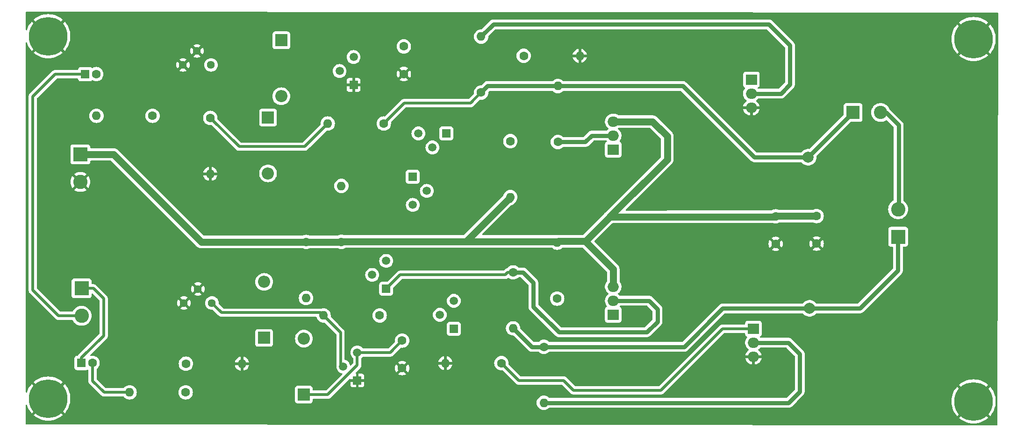
<source format=gbr>
%TF.GenerationSoftware,KiCad,Pcbnew,8.0.5*%
%TF.CreationDate,2024-10-14T07:35:35-07:00*%
%TF.ProjectId,Power_Amp_RevB,506f7765-725f-4416-9d70-5f526576422e,A*%
%TF.SameCoordinates,Original*%
%TF.FileFunction,Copper,L2,Bot*%
%TF.FilePolarity,Positive*%
%FSLAX46Y46*%
G04 Gerber Fmt 4.6, Leading zero omitted, Abs format (unit mm)*
G04 Created by KiCad (PCBNEW 8.0.5) date 2024-10-14 07:35:35*
%MOMM*%
%LPD*%
G01*
G04 APERTURE LIST*
%TA.AperFunction,ComponentPad*%
%ADD10C,1.600000*%
%TD*%
%TA.AperFunction,ComponentPad*%
%ADD11O,1.600000X1.600000*%
%TD*%
%TA.AperFunction,ComponentPad*%
%ADD12C,2.000000*%
%TD*%
%TA.AperFunction,ComponentPad*%
%ADD13C,7.000000*%
%TD*%
%TA.AperFunction,ComponentPad*%
%ADD14R,2.600000X2.600000*%
%TD*%
%TA.AperFunction,ComponentPad*%
%ADD15C,2.600000*%
%TD*%
%TA.AperFunction,ComponentPad*%
%ADD16R,1.600000X1.600000*%
%TD*%
%TA.AperFunction,ComponentPad*%
%ADD17R,2.000000X1.905000*%
%TD*%
%TA.AperFunction,ComponentPad*%
%ADD18O,2.000000X1.905000*%
%TD*%
%TA.AperFunction,ComponentPad*%
%ADD19R,1.500000X1.500000*%
%TD*%
%TA.AperFunction,ComponentPad*%
%ADD20C,1.500000*%
%TD*%
%TA.AperFunction,ComponentPad*%
%ADD21R,2.200000X2.200000*%
%TD*%
%TA.AperFunction,ComponentPad*%
%ADD22O,2.200000X2.200000*%
%TD*%
%TA.AperFunction,ComponentPad*%
%ADD23C,1.440000*%
%TD*%
%TA.AperFunction,ComponentPad*%
%ADD24R,2.400000X2.400000*%
%TD*%
%TA.AperFunction,ComponentPad*%
%ADD25C,2.400000*%
%TD*%
%TA.AperFunction,ViaPad*%
%ADD26C,0.600000*%
%TD*%
%TA.AperFunction,Conductor*%
%ADD27C,0.762000*%
%TD*%
%TA.AperFunction,Conductor*%
%ADD28C,0.508000*%
%TD*%
%TA.AperFunction,Conductor*%
%ADD29C,1.270000*%
%TD*%
%TA.AperFunction,Conductor*%
%ADD30C,0.200000*%
%TD*%
G04 APERTURE END LIST*
D10*
%TO.P,R8,1*%
%TO.N,Net-(Q3-B)*%
X68120000Y-127265000D03*
D11*
%TO.P,R8,2*%
%TO.N,GND*%
X78280000Y-127265000D03*
%TD*%
D10*
%TO.P,R14,1*%
%TO.N,Net-(C8-Pad1)*%
X103980000Y-83665000D03*
D11*
%TO.P,R14,2*%
%TO.N,Net-(Q6-B)*%
X93820000Y-83665000D03*
%TD*%
D12*
%TO.P,TP1,1,1*%
%TO.N,Net-(J1-Pin_1)*%
X181102000Y-117221000D03*
%TD*%
D10*
%TO.P,R12,1*%
%TO.N,Net-(Q6-B)*%
X72542400Y-82651600D03*
D11*
%TO.P,R12,2*%
%TO.N,GND*%
X72542400Y-92811600D03*
%TD*%
D10*
%TO.P,C1,1*%
%TO.N,/18V*%
X174972800Y-100509800D03*
%TO.P,C1,2*%
%TO.N,GND*%
X174972800Y-105509800D03*
%TD*%
D13*
%TO.P,H1,1,1*%
%TO.N,GND*%
X43180000Y-67818000D03*
%TD*%
%TO.P,H3,1,1*%
%TO.N,GND*%
X43180000Y-133604000D03*
%TD*%
D10*
%TO.P,R15,1*%
%TO.N,Net-(Q2-B)*%
X126900000Y-86865000D03*
D11*
%TO.P,R15,2*%
%TO.N,/18V*%
X126900000Y-97025000D03*
%TD*%
D14*
%TO.P,J3,1,Pin_1*%
%TO.N,/18V*%
X49000000Y-89265000D03*
D15*
%TO.P,J3,2,Pin_2*%
%TO.N,GND*%
X49000000Y-94265000D03*
%TD*%
D13*
%TO.P,H4,1,1*%
%TO.N,GND*%
X210820000Y-134112000D03*
%TD*%
%TO.P,H2,1,1*%
%TO.N,GND*%
X210820000Y-68326000D03*
%TD*%
D10*
%TO.P,R3,1*%
%TO.N,Net-(Q1-E)*%
X127400000Y-110685000D03*
D11*
%TO.P,R3,2*%
%TO.N,Net-(J1-Pin_1)*%
X127400000Y-120845000D03*
%TD*%
D16*
%TO.P,C3,1*%
%TO.N,Net-(J2-Pin_1)*%
X49209888Y-127127000D03*
D10*
%TO.P,C3,2*%
%TO.N,Net-(C3-Pad2)*%
X51209888Y-127127000D03*
%TD*%
D17*
%TO.P,Q9,1,B*%
%TO.N,Net-(Q1-C)*%
X145542000Y-118364000D03*
D18*
%TO.P,Q9,2,C*%
%TO.N,Net-(Q1-E)*%
X145542000Y-115824000D03*
%TO.P,Q9,3,E*%
%TO.N,/18V*%
X145542000Y-113284000D03*
%TD*%
D10*
%TO.P,R2,1*%
%TO.N,Net-(Q1-C)*%
X135382000Y-115443000D03*
D11*
%TO.P,R2,2*%
%TO.N,/18V*%
X135382000Y-105283000D03*
%TD*%
D16*
%TO.P,C5,1*%
%TO.N,Net-(J2-Pin_2)*%
X49880800Y-74694800D03*
D10*
%TO.P,C5,2*%
%TO.N,Net-(C5-Pad2)*%
X51880800Y-74694800D03*
%TD*%
D19*
%TO.P,Q6,1,E*%
%TO.N,GND*%
X98500000Y-76665000D03*
D20*
%TO.P,Q6,2,B*%
%TO.N,Net-(Q6-B)*%
X95960000Y-74125000D03*
%TO.P,Q6,3,C*%
%TO.N,Net-(D4-K)*%
X98500000Y-71585000D03*
%TD*%
D21*
%TO.P,D3,1,K*%
%TO.N,Net-(D3-K)*%
X83000000Y-82555000D03*
D22*
%TO.P,D3,2,A*%
%TO.N,Net-(D3-A)*%
X83000000Y-92715000D03*
%TD*%
D10*
%TO.P,C6,1*%
%TO.N,Net-(D4-K)*%
X107600000Y-69665000D03*
%TO.P,C6,2*%
%TO.N,GND*%
X107600000Y-74665000D03*
%TD*%
%TO.P,R10,1*%
%TO.N,Net-(Q6-B)*%
X62080000Y-82265000D03*
D11*
%TO.P,R10,2*%
%TO.N,Net-(C5-Pad2)*%
X51920000Y-82265000D03*
%TD*%
D17*
%TO.P,Q5,1,B*%
%TO.N,Net-(Q4-C)*%
X170942000Y-120904000D03*
D18*
%TO.P,Q5,2,C*%
%TO.N,Net-(Q4-E)*%
X170942000Y-123444000D03*
%TO.P,Q5,3,E*%
%TO.N,GND*%
X170942000Y-125984000D03*
%TD*%
D10*
%TO.P,C4,1*%
%TO.N,Net-(D2-K)*%
X107300000Y-123065000D03*
%TO.P,C4,2*%
%TO.N,GND*%
X107300000Y-128065000D03*
%TD*%
%TO.P,R6,1*%
%TO.N,Net-(Q3-B)*%
X68080000Y-132465000D03*
D11*
%TO.P,R6,2*%
%TO.N,Net-(C3-Pad2)*%
X57920000Y-132465000D03*
%TD*%
D17*
%TO.P,Q10,1,B*%
%TO.N,Net-(Q10-B)*%
X170561000Y-75692000D03*
D18*
%TO.P,Q10,2,C*%
%TO.N,Net-(Q10-C)*%
X170561000Y-78232000D03*
%TO.P,Q10,3,E*%
%TO.N,GND*%
X170561000Y-80772000D03*
%TD*%
D23*
%TO.P,RV1,1,1*%
%TO.N,Net-(Q6-B)*%
X72669400Y-73025000D03*
%TO.P,RV1,2,2*%
%TO.N,GND*%
X70129400Y-70485000D03*
%TO.P,RV1,3,3*%
X67589400Y-73025000D03*
%TD*%
D10*
%TO.P,C7,1*%
%TO.N,/18V*%
X182372000Y-100457000D03*
%TO.P,C7,2*%
%TO.N,GND*%
X182372000Y-105457000D03*
%TD*%
%TO.P,R16,1*%
%TO.N,Net-(Q10-B)*%
X129320000Y-71365000D03*
D11*
%TO.P,R16,2*%
%TO.N,GND*%
X139480000Y-71365000D03*
%TD*%
D21*
%TO.P,D1,1,K*%
%TO.N,Net-(D1-K)*%
X82300000Y-122575000D03*
D22*
%TO.P,D1,2,A*%
%TO.N,Net-(D1-A)*%
X82300000Y-112415000D03*
%TD*%
D10*
%TO.P,R9,1*%
%TO.N,Net-(Q4-C)*%
X125280000Y-127165000D03*
D11*
%TO.P,R9,2*%
%TO.N,GND*%
X115120000Y-127165000D03*
%TD*%
D14*
%TO.P,J1,1,Pin_1*%
%TO.N,Net-(J1-Pin_1)*%
X197155000Y-104227000D03*
D15*
%TO.P,J1,2,Pin_2*%
%TO.N,Net-(J1-Pin_2)*%
X197155000Y-99227000D03*
%TD*%
D19*
%TO.P,Q8,1,E*%
%TO.N,Net-(Q10-C)*%
X115316000Y-85463000D03*
D20*
%TO.P,Q8,2,B*%
%TO.N,Net-(D4-K)*%
X112776000Y-88003000D03*
%TO.P,Q8,3,C*%
%TO.N,Net-(Q10-B)*%
X110236000Y-85463000D03*
%TD*%
D10*
%TO.P,R18,1*%
%TO.N,Net-(C8-Pad1)*%
X121600000Y-78045000D03*
D11*
%TO.P,R18,2*%
%TO.N,Net-(Q10-C)*%
X121600000Y-67885000D03*
%TD*%
D23*
%TO.P,RV2,1,1*%
%TO.N,Net-(Q3-B)*%
X72840000Y-116250000D03*
%TO.P,RV2,2,2*%
%TO.N,GND*%
X70300000Y-113710000D03*
%TO.P,RV2,3,3*%
X67760000Y-116250000D03*
%TD*%
D19*
%TO.P,Q1,1,E*%
%TO.N,Net-(Q1-E)*%
X104402000Y-113665000D03*
D20*
%TO.P,Q1,2,B*%
%TO.N,Net-(D1-A)*%
X101862000Y-111125000D03*
%TO.P,Q1,3,C*%
%TO.N,Net-(Q1-C)*%
X104402000Y-108585000D03*
%TD*%
D10*
%TO.P,R17,1*%
%TO.N,Net-(Q2-C)*%
X135509000Y-87020400D03*
D11*
%TO.P,R17,2*%
%TO.N,Net-(C8-Pad1)*%
X135509000Y-76860400D03*
%TD*%
D12*
%TO.P,TP2,1,1*%
%TO.N,Net-(C8-Pad1)*%
X180848000Y-89789000D03*
%TD*%
D10*
%TO.P,R1,1*%
%TO.N,/18V*%
X89885800Y-105174800D03*
D11*
%TO.P,R1,2*%
%TO.N,Net-(D1-A)*%
X89885800Y-115334800D03*
%TD*%
D19*
%TO.P,Q7,1,E*%
%TO.N,Net-(Q2-C)*%
X109220000Y-93345000D03*
D20*
%TO.P,Q7,2,B*%
%TO.N,Net-(D3-A)*%
X111760000Y-95885000D03*
%TO.P,Q7,3,C*%
%TO.N,Net-(Q2-B)*%
X109220000Y-98425000D03*
%TD*%
D14*
%TO.P,J2,1,Pin_1*%
%TO.N,Net-(J2-Pin_1)*%
X49225000Y-113578000D03*
D15*
%TO.P,J2,2,Pin_2*%
%TO.N,Net-(J2-Pin_2)*%
X49225000Y-118578000D03*
%TD*%
D21*
%TO.P,D4,1,K*%
%TO.N,Net-(D4-K)*%
X85400000Y-68555000D03*
D22*
%TO.P,D4,2,A*%
%TO.N,Net-(D3-K)*%
X85400000Y-78715000D03*
%TD*%
D19*
%TO.P,Q3,1,E*%
%TO.N,GND*%
X99170000Y-130305000D03*
D20*
%TO.P,Q3,2,B*%
%TO.N,Net-(Q3-B)*%
X96630000Y-127765000D03*
%TO.P,Q3,3,C*%
%TO.N,Net-(D2-K)*%
X99170000Y-125225000D03*
%TD*%
D24*
%TO.P,C8,1*%
%TO.N,Net-(C8-Pad1)*%
X188976000Y-81661000D03*
D25*
%TO.P,C8,2*%
%TO.N,Net-(J1-Pin_2)*%
X193976000Y-81661000D03*
%TD*%
D19*
%TO.P,Q4,1,E*%
%TO.N,Net-(Q4-E)*%
X116660000Y-120935000D03*
D20*
%TO.P,Q4,2,B*%
%TO.N,Net-(D2-K)*%
X114120000Y-118395000D03*
%TO.P,Q4,3,C*%
%TO.N,Net-(Q4-C)*%
X116660000Y-115855000D03*
%TD*%
D10*
%TO.P,R13,1*%
%TO.N,/18V*%
X96291400Y-105156000D03*
D11*
%TO.P,R13,2*%
%TO.N,Net-(D3-A)*%
X96291400Y-94996000D03*
%TD*%
D10*
%TO.P,R5,1*%
%TO.N,Net-(J1-Pin_1)*%
X132969000Y-124206000D03*
D11*
%TO.P,R5,2*%
%TO.N,Net-(Q4-E)*%
X132969000Y-134366000D03*
%TD*%
D10*
%TO.P,R4,1*%
%TO.N,Net-(J1-Pin_1)*%
X103220800Y-118509800D03*
D11*
%TO.P,R4,2*%
%TO.N,Net-(Q3-B)*%
X93060800Y-118509800D03*
%TD*%
D21*
%TO.P,D2,1,K*%
%TO.N,Net-(D2-K)*%
X89500000Y-132875000D03*
D22*
%TO.P,D2,2,A*%
%TO.N,Net-(D1-K)*%
X89500000Y-122715000D03*
%TD*%
D17*
%TO.P,Q2,1,B*%
%TO.N,Net-(Q2-B)*%
X145542000Y-88392000D03*
D18*
%TO.P,Q2,2,C*%
%TO.N,Net-(Q2-C)*%
X145542000Y-85852000D03*
%TO.P,Q2,3,E*%
%TO.N,/18V*%
X145542000Y-83312000D03*
%TD*%
D26*
%TO.N,GND*%
X62200000Y-73565000D03*
X159385000Y-119380000D03*
X158496000Y-80518000D03*
X57500000Y-99965000D03*
%TD*%
D27*
%TO.N,Net-(C8-Pad1)*%
X171069000Y-89789000D02*
X180848000Y-89789000D01*
D28*
X119680000Y-79965000D02*
X107680000Y-79965000D01*
D27*
X180848000Y-89789000D02*
X188976000Y-81661000D01*
X158115000Y-76835000D02*
X171069000Y-89789000D01*
X122784600Y-76860400D02*
X121600000Y-78045000D01*
X135534400Y-76835000D02*
X158115000Y-76835000D01*
X135509000Y-76860400D02*
X135534400Y-76835000D01*
D28*
X121600000Y-78045000D02*
X119680000Y-79965000D01*
X107680000Y-79965000D02*
X103980000Y-83665000D01*
D27*
X135509000Y-76860400D02*
X122784600Y-76860400D01*
%TO.N,Net-(Q10-C)*%
X175895000Y-78232000D02*
X170561000Y-78232000D01*
X123826000Y-65659000D02*
X173736000Y-65659000D01*
X177546000Y-76581000D02*
X175895000Y-78232000D01*
X173736000Y-65659000D02*
X177546000Y-69469000D01*
X177546000Y-69469000D02*
X177546000Y-76581000D01*
X121600000Y-67885000D02*
X123826000Y-65659000D01*
%TO.N,Net-(Q2-C)*%
X135509000Y-87020400D02*
X140436600Y-87020400D01*
X140436600Y-87020400D02*
X141605000Y-85852000D01*
X141605000Y-85852000D02*
X145542000Y-85852000D01*
D29*
%TO.N,/18V*%
X96382400Y-105065000D02*
X117809000Y-105065000D01*
X126900000Y-97025000D02*
X118860000Y-105065000D01*
X174884599Y-100598001D02*
X174972800Y-100509800D01*
X89904600Y-105156000D02*
X96291400Y-105156000D01*
X175025600Y-100457000D02*
X182139400Y-100457000D01*
X70909800Y-105174800D02*
X55000000Y-89265000D01*
D30*
X162837199Y-100509800D02*
X162745600Y-100418201D01*
D29*
X140512800Y-105077800D02*
X140512800Y-105029000D01*
D27*
X126900000Y-97613800D02*
X126900000Y-97025000D01*
D29*
X89885800Y-105174800D02*
X70909800Y-105174800D01*
X174972800Y-100509800D02*
X175025600Y-100457000D01*
X140464000Y-105029000D02*
X140512800Y-105029000D01*
X140464000Y-105029000D02*
X135636000Y-105029000D01*
X140512800Y-105029000D02*
X144932400Y-100609400D01*
X145542000Y-113284000D02*
X145542000Y-110107000D01*
X182139400Y-100457000D02*
X182192200Y-100509800D01*
X155346400Y-100598001D02*
X174884599Y-100598001D01*
D30*
X182192200Y-100509800D02*
X182372000Y-100330000D01*
D29*
X117991000Y-105065000D02*
X135164000Y-105065000D01*
X145542000Y-110107000D02*
X140512800Y-105077800D01*
D27*
X89867200Y-105193400D02*
X89904600Y-105156000D01*
D29*
X144932400Y-100558600D02*
X155321000Y-90170000D01*
X135636000Y-105029000D02*
X135382000Y-105283000D01*
D27*
X118860000Y-105065000D02*
X117991000Y-105065000D01*
D29*
X152654000Y-83312000D02*
X145542000Y-83312000D01*
X155321000Y-90170000D02*
X155321000Y-85979000D01*
D27*
X89867200Y-105193400D02*
X89885800Y-105174800D01*
D29*
X144932400Y-100609400D02*
X155335001Y-100609400D01*
X144932400Y-100609400D02*
X144932400Y-100558600D01*
X96291400Y-105156000D02*
X96382400Y-105065000D01*
D27*
X155335001Y-100609400D02*
X155346400Y-100598001D01*
D30*
X174972800Y-100509800D02*
X162837199Y-100509800D01*
D29*
X55000000Y-89265000D02*
X49000000Y-89265000D01*
X155321000Y-85979000D02*
X152654000Y-83312000D01*
X135164000Y-105065000D02*
X135382000Y-105283000D01*
D28*
%TO.N,Net-(Q4-C)*%
X154178000Y-132080000D02*
X165354000Y-120904000D01*
X138328400Y-132080000D02*
X154178000Y-132080000D01*
D30*
X126771400Y-128651000D02*
X126766000Y-128651000D01*
D28*
X128447800Y-130327400D02*
X136575800Y-130327400D01*
X126771400Y-128651000D02*
X128447800Y-130327400D01*
X136575800Y-130327400D02*
X138328400Y-132080000D01*
X126766000Y-128651000D02*
X125280000Y-127165000D01*
X165354000Y-120904000D02*
X170942000Y-120904000D01*
%TO.N,Net-(C3-Pad2)*%
X51209888Y-127127000D02*
X51209888Y-130374888D01*
X53300000Y-132465000D02*
X57920000Y-132465000D01*
X51209888Y-130374888D02*
X53300000Y-132465000D01*
D27*
%TO.N,Net-(Q4-E)*%
X179324000Y-132334000D02*
X179324000Y-125476000D01*
X132969000Y-134366000D02*
X177292000Y-134366000D01*
X177292000Y-134366000D02*
X179324000Y-132334000D01*
X177292000Y-123444000D02*
X170942000Y-123444000D01*
X179324000Y-125476000D02*
X177292000Y-123444000D01*
%TO.N,Net-(Q1-E)*%
X129201600Y-110685000D02*
X131064000Y-112547400D01*
X151638000Y-121539000D02*
X153543000Y-119634000D01*
X153543000Y-119634000D02*
X153543000Y-117348000D01*
X135674000Y-121539000D02*
X151638000Y-121539000D01*
X127400000Y-110685000D02*
X129201600Y-110685000D01*
D28*
X127400000Y-110685000D02*
X126424000Y-110685000D01*
D27*
X153543000Y-117348000D02*
X152019000Y-115824000D01*
D28*
X125984000Y-111125000D02*
X106942000Y-111125000D01*
X126424000Y-110685000D02*
X125984000Y-111125000D01*
D27*
X152019000Y-115824000D02*
X145542000Y-115824000D01*
X131064000Y-112547400D02*
X131064000Y-116929000D01*
D28*
X106942000Y-111125000D02*
X104402000Y-113665000D01*
D27*
X131064000Y-116929000D02*
X135674000Y-121539000D01*
D28*
%TO.N,Net-(D2-K)*%
X99170000Y-127525000D02*
X99170000Y-125225000D01*
X89500000Y-132875000D02*
X93820000Y-132875000D01*
X93820000Y-132875000D02*
X99170000Y-127525000D01*
X99170000Y-125225000D02*
X105140000Y-125225000D01*
X105140000Y-125225000D02*
X107300000Y-123065000D01*
%TO.N,Net-(J2-Pin_2)*%
X40400000Y-113933000D02*
X45045000Y-118578000D01*
X40400000Y-78765000D02*
X40400000Y-113933000D01*
X49880800Y-74694800D02*
X44470200Y-74694800D01*
X44470200Y-74694800D02*
X40400000Y-78765000D01*
X45045000Y-118578000D02*
X49225000Y-118578000D01*
%TO.N,Net-(J2-Pin_1)*%
X49209888Y-126177112D02*
X53213000Y-122174000D01*
X53213000Y-115443000D02*
X53213000Y-122174000D01*
X51348000Y-113578000D02*
X53213000Y-115443000D01*
X49209888Y-127127000D02*
X49209888Y-126177112D01*
X49225000Y-113578000D02*
X51348000Y-113578000D01*
%TO.N,Net-(J1-Pin_2)*%
X193976000Y-81661000D02*
X194945000Y-81661000D01*
D27*
X197231000Y-83947000D02*
X197231000Y-99151000D01*
X194945000Y-81661000D02*
X197231000Y-83947000D01*
D28*
X197231000Y-99151000D02*
X197155000Y-99227000D01*
D27*
%TO.N,Net-(J1-Pin_1)*%
X197104000Y-110363000D02*
X197104000Y-104278000D01*
X181102000Y-117221000D02*
X190246000Y-117221000D01*
X132969000Y-124206000D02*
X158369000Y-124206000D01*
X197104000Y-104278000D02*
X197155000Y-104227000D01*
X165354000Y-117221000D02*
X181102000Y-117221000D01*
X158369000Y-124206000D02*
X165354000Y-117221000D01*
X190246000Y-117221000D02*
X197104000Y-110363000D01*
X130761000Y-124206000D02*
X132969000Y-124206000D01*
X127400000Y-120845000D02*
X130761000Y-124206000D01*
D28*
%TO.N,Net-(Q3-B)*%
X74599168Y-118009168D02*
X92560168Y-118009168D01*
X72840000Y-116250000D02*
X74599168Y-118009168D01*
X96130000Y-127865000D02*
X96130000Y-121579000D01*
X96130000Y-121579000D02*
X93060800Y-118509800D01*
%TO.N,Net-(Q6-B)*%
X77755800Y-87865000D02*
X89620000Y-87865000D01*
X72542400Y-82651600D02*
X77755800Y-87865000D01*
X89620000Y-87865000D02*
X93820000Y-83665000D01*
%TD*%
%TA.AperFunction,Conductor*%
%TO.N,GND*%
G36*
X215140879Y-63499910D02*
G01*
X215207904Y-63519643D01*
X215253620Y-63572480D01*
X215264789Y-63624120D01*
X215138209Y-138306120D01*
X215118411Y-138373126D01*
X215065529Y-138418792D01*
X215014120Y-138429910D01*
X39239911Y-138303089D01*
X39172885Y-138283356D01*
X39127168Y-138230519D01*
X39116000Y-138179089D01*
X39116000Y-134833828D01*
X39135685Y-134766789D01*
X39188489Y-134721034D01*
X39257647Y-134711090D01*
X39321203Y-134740115D01*
X39356751Y-134792054D01*
X39480016Y-135136559D01*
X39480023Y-135136575D01*
X39648062Y-135491864D01*
X39850109Y-135828958D01*
X40084228Y-136144632D01*
X40180068Y-136250376D01*
X40180069Y-136250376D01*
X41778381Y-134652064D01*
X41861457Y-134760331D01*
X42023669Y-134922543D01*
X42131934Y-135005617D01*
X40533622Y-136603929D01*
X40533622Y-136603930D01*
X40639367Y-136699771D01*
X40955041Y-136933890D01*
X41292135Y-137135937D01*
X41647424Y-137303976D01*
X41647440Y-137303983D01*
X42017450Y-137436374D01*
X42398691Y-137531870D01*
X42787449Y-137589538D01*
X43180000Y-137608823D01*
X43572550Y-137589538D01*
X43961308Y-137531870D01*
X44342549Y-137436374D01*
X44712559Y-137303983D01*
X44712575Y-137303976D01*
X45067864Y-137135937D01*
X45404958Y-136933890D01*
X45720632Y-136699770D01*
X45826376Y-136603929D01*
X44228065Y-135005618D01*
X44336331Y-134922543D01*
X44498543Y-134760331D01*
X44581618Y-134652065D01*
X46179929Y-136250376D01*
X46275770Y-136144632D01*
X46509890Y-135828958D01*
X46711937Y-135491864D01*
X46879976Y-135136575D01*
X46879983Y-135136559D01*
X47012374Y-134766549D01*
X47107870Y-134385308D01*
X47165538Y-133996550D01*
X47184823Y-133604000D01*
X47165538Y-133211449D01*
X47107870Y-132822691D01*
X47012374Y-132441450D01*
X46879983Y-132071440D01*
X46879976Y-132071424D01*
X46711937Y-131716135D01*
X46509890Y-131379041D01*
X46275771Y-131063367D01*
X46179930Y-130957622D01*
X46179929Y-130957622D01*
X44581617Y-132555934D01*
X44498543Y-132447669D01*
X44336331Y-132285457D01*
X44228065Y-132202381D01*
X45826376Y-130604069D01*
X45826376Y-130604068D01*
X45720632Y-130508228D01*
X45404958Y-130274109D01*
X45067864Y-130072062D01*
X44712575Y-129904023D01*
X44712559Y-129904016D01*
X44342549Y-129771625D01*
X43961308Y-129676129D01*
X43572550Y-129618461D01*
X43180000Y-129599176D01*
X42787449Y-129618461D01*
X42398691Y-129676129D01*
X42017450Y-129771625D01*
X41647440Y-129904016D01*
X41647424Y-129904023D01*
X41292135Y-130072062D01*
X40955041Y-130274109D01*
X40639368Y-130508228D01*
X40533622Y-130604069D01*
X42131934Y-132202381D01*
X42023669Y-132285457D01*
X41861457Y-132447669D01*
X41778382Y-132555934D01*
X40180069Y-130957622D01*
X40084228Y-131063368D01*
X39850109Y-131379041D01*
X39648062Y-131716135D01*
X39480023Y-132071424D01*
X39480016Y-132071440D01*
X39356751Y-132415945D01*
X39315633Y-132472434D01*
X39250501Y-132497726D01*
X39182035Y-132483789D01*
X39131973Y-132435049D01*
X39116000Y-132374171D01*
X39116000Y-78690685D01*
X39645499Y-78690685D01*
X39645499Y-78845425D01*
X39645500Y-78845446D01*
X39645500Y-113853552D01*
X39645499Y-113853578D01*
X39645499Y-113858688D01*
X39645499Y-114007312D01*
X39656686Y-114063553D01*
X39662255Y-114091546D01*
X39662255Y-114091548D01*
X39674493Y-114153072D01*
X39674495Y-114153080D01*
X39695683Y-114204232D01*
X39731368Y-114290385D01*
X39731372Y-114290392D01*
X39813942Y-114413968D01*
X44564031Y-119164057D01*
X44564034Y-119164059D01*
X44687611Y-119246630D01*
X44768043Y-119279945D01*
X44768044Y-119279946D01*
X44808261Y-119296604D01*
X44824920Y-119303505D01*
X44846575Y-119307812D01*
X44846578Y-119307814D01*
X44846578Y-119307813D01*
X44908633Y-119320157D01*
X44970687Y-119332501D01*
X44970688Y-119332501D01*
X45125426Y-119332501D01*
X45125446Y-119332500D01*
X47509981Y-119332500D01*
X47577020Y-119352185D01*
X47617368Y-119394500D01*
X47634390Y-119423983D01*
X47733185Y-119595102D01*
X47828347Y-119714431D01*
X47901442Y-119806089D01*
X48048644Y-119942671D01*
X48099259Y-119989635D01*
X48322226Y-120141651D01*
X48565359Y-120258738D01*
X48823228Y-120338280D01*
X48823229Y-120338280D01*
X48823232Y-120338281D01*
X49090063Y-120378499D01*
X49090068Y-120378499D01*
X49090071Y-120378500D01*
X49090072Y-120378500D01*
X49359928Y-120378500D01*
X49359929Y-120378500D01*
X49359936Y-120378499D01*
X49626767Y-120338281D01*
X49626768Y-120338280D01*
X49626772Y-120338280D01*
X49884641Y-120258738D01*
X50076765Y-120166216D01*
X50127767Y-120141655D01*
X50127767Y-120141654D01*
X50127775Y-120141651D01*
X50350741Y-119989635D01*
X50525533Y-119827452D01*
X50548557Y-119806089D01*
X50548557Y-119806087D01*
X50548561Y-119806085D01*
X50716815Y-119595102D01*
X50851743Y-119361398D01*
X50950334Y-119110195D01*
X51010383Y-118847103D01*
X51022863Y-118680570D01*
X51030549Y-118578004D01*
X51030549Y-118577995D01*
X51010383Y-118308898D01*
X50980284Y-118177024D01*
X50950334Y-118045805D01*
X50851743Y-117794602D01*
X50716815Y-117560898D01*
X50548561Y-117349915D01*
X50548560Y-117349914D01*
X50548557Y-117349910D01*
X50350741Y-117166365D01*
X50268475Y-117110277D01*
X50127775Y-117014349D01*
X50127769Y-117014346D01*
X50127768Y-117014345D01*
X50127767Y-117014344D01*
X49884643Y-116897263D01*
X49884645Y-116897263D01*
X49626773Y-116817720D01*
X49626767Y-116817718D01*
X49359936Y-116777500D01*
X49359929Y-116777500D01*
X49090071Y-116777500D01*
X49090063Y-116777500D01*
X48823232Y-116817718D01*
X48823226Y-116817720D01*
X48565358Y-116897262D01*
X48322230Y-117014346D01*
X48099258Y-117166365D01*
X47901442Y-117349910D01*
X47733185Y-117560898D01*
X47617368Y-117761500D01*
X47566801Y-117809716D01*
X47509981Y-117823500D01*
X45408887Y-117823500D01*
X45341848Y-117803815D01*
X45321206Y-117787181D01*
X41190819Y-113656794D01*
X41157334Y-113595471D01*
X41154500Y-113569113D01*
X41154500Y-112230135D01*
X47424500Y-112230135D01*
X47424500Y-114925870D01*
X47424501Y-114925876D01*
X47430908Y-114985483D01*
X47481202Y-115120328D01*
X47481206Y-115120335D01*
X47567452Y-115235544D01*
X47567455Y-115235547D01*
X47682664Y-115321793D01*
X47682671Y-115321797D01*
X47817517Y-115372091D01*
X47817516Y-115372091D01*
X47824444Y-115372835D01*
X47877127Y-115378500D01*
X50572872Y-115378499D01*
X50632483Y-115372091D01*
X50767331Y-115321796D01*
X50882546Y-115235546D01*
X50968796Y-115120331D01*
X51019091Y-114985483D01*
X51025500Y-114925873D01*
X51025500Y-114621886D01*
X51045185Y-114554847D01*
X51097989Y-114509092D01*
X51167147Y-114499148D01*
X51230703Y-114528173D01*
X51237168Y-114534193D01*
X51751097Y-115048121D01*
X52422181Y-115719205D01*
X52455666Y-115780528D01*
X52458500Y-115806886D01*
X52458500Y-121810112D01*
X52438815Y-121877151D01*
X52422181Y-121897793D01*
X48623831Y-125696142D01*
X48623828Y-125696146D01*
X48573551Y-125771391D01*
X48519938Y-125816196D01*
X48470450Y-125826500D01*
X48362018Y-125826500D01*
X48362011Y-125826501D01*
X48302404Y-125832908D01*
X48167559Y-125883202D01*
X48167552Y-125883206D01*
X48052343Y-125969452D01*
X48052340Y-125969455D01*
X47966094Y-126084664D01*
X47966090Y-126084671D01*
X47915796Y-126219517D01*
X47909389Y-126279116D01*
X47909388Y-126279135D01*
X47909388Y-127974870D01*
X47909389Y-127974876D01*
X47915796Y-128034483D01*
X47966090Y-128169328D01*
X47966094Y-128169335D01*
X48052340Y-128284544D01*
X48052343Y-128284547D01*
X48167552Y-128370793D01*
X48167559Y-128370797D01*
X48302405Y-128421091D01*
X48302404Y-128421091D01*
X48309332Y-128421835D01*
X48362015Y-128427500D01*
X50057760Y-128427499D01*
X50117371Y-128421091D01*
X50252219Y-128370796D01*
X50257076Y-128367159D01*
X50322540Y-128342742D01*
X50390813Y-128357593D01*
X50440219Y-128406997D01*
X50455388Y-128466426D01*
X50455388Y-130295440D01*
X50455387Y-130295466D01*
X50455387Y-130300576D01*
X50455387Y-130449200D01*
X50455387Y-130449202D01*
X50455386Y-130449202D01*
X50484381Y-130594961D01*
X50484384Y-130594971D01*
X50541254Y-130732269D01*
X50541260Y-130732280D01*
X50623830Y-130855856D01*
X50623831Y-130855857D01*
X52709600Y-132941624D01*
X52709621Y-132941647D01*
X52819031Y-133051057D01*
X52819034Y-133051059D01*
X52862894Y-133080365D01*
X52942611Y-133133630D01*
X53017052Y-133164464D01*
X53079920Y-133190505D01*
X53079924Y-133190506D01*
X53104104Y-133195315D01*
X53104110Y-133195316D01*
X53225686Y-133219501D01*
X53225688Y-133219501D01*
X53380426Y-133219501D01*
X53380446Y-133219500D01*
X56796138Y-133219500D01*
X56863177Y-133239185D01*
X56897713Y-133272377D01*
X56919954Y-133304141D01*
X57080858Y-133465045D01*
X57080861Y-133465047D01*
X57267266Y-133595568D01*
X57473504Y-133691739D01*
X57693308Y-133750635D01*
X57855230Y-133764801D01*
X57919998Y-133770468D01*
X57920000Y-133770468D01*
X57920002Y-133770468D01*
X57976673Y-133765509D01*
X58146692Y-133750635D01*
X58366496Y-133691739D01*
X58572734Y-133595568D01*
X58759139Y-133465047D01*
X58920047Y-133304139D01*
X59050568Y-133117734D01*
X59146739Y-132911496D01*
X59205635Y-132691692D01*
X59225468Y-132465000D01*
X59225468Y-132464998D01*
X66774532Y-132464998D01*
X66774532Y-132465001D01*
X66794364Y-132691686D01*
X66794366Y-132691697D01*
X66853258Y-132911488D01*
X66853261Y-132911497D01*
X66949431Y-133117732D01*
X66949432Y-133117734D01*
X67079954Y-133304141D01*
X67240858Y-133465045D01*
X67240861Y-133465047D01*
X67427266Y-133595568D01*
X67633504Y-133691739D01*
X67853308Y-133750635D01*
X68015230Y-133764801D01*
X68079998Y-133770468D01*
X68080000Y-133770468D01*
X68080002Y-133770468D01*
X68136673Y-133765509D01*
X68306692Y-133750635D01*
X68526496Y-133691739D01*
X68732734Y-133595568D01*
X68919139Y-133465047D01*
X69080047Y-133304139D01*
X69210568Y-133117734D01*
X69306739Y-132911496D01*
X69365635Y-132691692D01*
X69385468Y-132465000D01*
X69365635Y-132238308D01*
X69314645Y-132048011D01*
X69306741Y-132018511D01*
X69306738Y-132018502D01*
X69245436Y-131887041D01*
X69210568Y-131812266D01*
X69080047Y-131625861D01*
X69080045Y-131625858D01*
X68919141Y-131464954D01*
X68732734Y-131334432D01*
X68732732Y-131334431D01*
X68526497Y-131238261D01*
X68526488Y-131238258D01*
X68306697Y-131179366D01*
X68306693Y-131179365D01*
X68306692Y-131179365D01*
X68306691Y-131179364D01*
X68306686Y-131179364D01*
X68080002Y-131159532D01*
X68079998Y-131159532D01*
X67853313Y-131179364D01*
X67853302Y-131179366D01*
X67633511Y-131238258D01*
X67633502Y-131238261D01*
X67427267Y-131334431D01*
X67427265Y-131334432D01*
X67240858Y-131464954D01*
X67079954Y-131625858D01*
X66949432Y-131812265D01*
X66949431Y-131812267D01*
X66853261Y-132018502D01*
X66853258Y-132018511D01*
X66794366Y-132238302D01*
X66794364Y-132238313D01*
X66774532Y-132464998D01*
X59225468Y-132464998D01*
X59205635Y-132238308D01*
X59154645Y-132048011D01*
X59146741Y-132018511D01*
X59146738Y-132018502D01*
X59085436Y-131887041D01*
X59050568Y-131812266D01*
X58920047Y-131625861D01*
X58920045Y-131625858D01*
X58759141Y-131464954D01*
X58572734Y-131334432D01*
X58572732Y-131334431D01*
X58366497Y-131238261D01*
X58366488Y-131238258D01*
X58146697Y-131179366D01*
X58146693Y-131179365D01*
X58146692Y-131179365D01*
X58146691Y-131179364D01*
X58146686Y-131179364D01*
X57920002Y-131159532D01*
X57919998Y-131159532D01*
X57693313Y-131179364D01*
X57693302Y-131179366D01*
X57473511Y-131238258D01*
X57473502Y-131238261D01*
X57267267Y-131334431D01*
X57267265Y-131334432D01*
X57080858Y-131464954D01*
X56919954Y-131625858D01*
X56897713Y-131657623D01*
X56843137Y-131701248D01*
X56796138Y-131710500D01*
X53663886Y-131710500D01*
X53596847Y-131690815D01*
X53576205Y-131674181D01*
X52000707Y-130098682D01*
X51967222Y-130037359D01*
X51964388Y-130011001D01*
X51964388Y-128250861D01*
X51984073Y-128183822D01*
X52017263Y-128149287D01*
X52049027Y-128127047D01*
X52209935Y-127966139D01*
X52340456Y-127779734D01*
X52436627Y-127573496D01*
X52495523Y-127353692D01*
X52503282Y-127264998D01*
X66814532Y-127264998D01*
X66814532Y-127265001D01*
X66834364Y-127491686D01*
X66834366Y-127491697D01*
X66893258Y-127711488D01*
X66893261Y-127711497D01*
X66989431Y-127917732D01*
X66989432Y-127917734D01*
X67119954Y-128104141D01*
X67280858Y-128265045D01*
X67280861Y-128265047D01*
X67467266Y-128395568D01*
X67673504Y-128491739D01*
X67893308Y-128550635D01*
X68055230Y-128564801D01*
X68119998Y-128570468D01*
X68120000Y-128570468D01*
X68120002Y-128570468D01*
X68176673Y-128565509D01*
X68346692Y-128550635D01*
X68566496Y-128491739D01*
X68772734Y-128395568D01*
X68959139Y-128265047D01*
X69120047Y-128104139D01*
X69250568Y-127917734D01*
X69346739Y-127711496D01*
X69405635Y-127491692D01*
X69425468Y-127265000D01*
X69405635Y-127038308D01*
X69399389Y-127014999D01*
X77001127Y-127014999D01*
X77001128Y-127015000D01*
X77964314Y-127015000D01*
X77959920Y-127019394D01*
X77907259Y-127110606D01*
X77880000Y-127212339D01*
X77880000Y-127317661D01*
X77907259Y-127419394D01*
X77959920Y-127510606D01*
X77964314Y-127515000D01*
X77001128Y-127515000D01*
X77053730Y-127711317D01*
X77053734Y-127711326D01*
X77149865Y-127917482D01*
X77280342Y-128103820D01*
X77441179Y-128264657D01*
X77627517Y-128395134D01*
X77833673Y-128491265D01*
X77833682Y-128491269D01*
X78029999Y-128543872D01*
X78030000Y-128543871D01*
X78030000Y-127580686D01*
X78034394Y-127585080D01*
X78125606Y-127637741D01*
X78227339Y-127665000D01*
X78332661Y-127665000D01*
X78434394Y-127637741D01*
X78525606Y-127585080D01*
X78530000Y-127580686D01*
X78530000Y-128543872D01*
X78726317Y-128491269D01*
X78726326Y-128491265D01*
X78932482Y-128395134D01*
X79118820Y-128264657D01*
X79279657Y-128103820D01*
X79410134Y-127917482D01*
X79506265Y-127711326D01*
X79506269Y-127711317D01*
X79558872Y-127515000D01*
X78595686Y-127515000D01*
X78600080Y-127510606D01*
X78652741Y-127419394D01*
X78680000Y-127317661D01*
X78680000Y-127212339D01*
X78652741Y-127110606D01*
X78600080Y-127019394D01*
X78595686Y-127015000D01*
X79558872Y-127015000D01*
X79558872Y-127014999D01*
X79506269Y-126818682D01*
X79506265Y-126818673D01*
X79410134Y-126612517D01*
X79279657Y-126426179D01*
X79118820Y-126265342D01*
X78932482Y-126134865D01*
X78726328Y-126038734D01*
X78530000Y-125986127D01*
X78530000Y-126949314D01*
X78525606Y-126944920D01*
X78434394Y-126892259D01*
X78332661Y-126865000D01*
X78227339Y-126865000D01*
X78125606Y-126892259D01*
X78034394Y-126944920D01*
X78030000Y-126949314D01*
X78030000Y-125986127D01*
X77833671Y-126038734D01*
X77627517Y-126134865D01*
X77441179Y-126265342D01*
X77280342Y-126426179D01*
X77149865Y-126612517D01*
X77053734Y-126818673D01*
X77053730Y-126818682D01*
X77001127Y-127014999D01*
X69399389Y-127014999D01*
X69346739Y-126818504D01*
X69250568Y-126612266D01*
X69120047Y-126425861D01*
X69120045Y-126425858D01*
X68959141Y-126264954D01*
X68772734Y-126134432D01*
X68772732Y-126134431D01*
X68566497Y-126038261D01*
X68566488Y-126038258D01*
X68346697Y-125979366D01*
X68346693Y-125979365D01*
X68346692Y-125979365D01*
X68346691Y-125979364D01*
X68346686Y-125979364D01*
X68120002Y-125959532D01*
X68119998Y-125959532D01*
X67893313Y-125979364D01*
X67893302Y-125979366D01*
X67673511Y-126038258D01*
X67673502Y-126038261D01*
X67467267Y-126134431D01*
X67467265Y-126134432D01*
X67280858Y-126264954D01*
X67119954Y-126425858D01*
X66989432Y-126612265D01*
X66989431Y-126612267D01*
X66893261Y-126818502D01*
X66893258Y-126818511D01*
X66834366Y-127038302D01*
X66834364Y-127038313D01*
X66814532Y-127264998D01*
X52503282Y-127264998D01*
X52512522Y-127159384D01*
X52515356Y-127127001D01*
X52515356Y-127126998D01*
X52498848Y-126938313D01*
X52495523Y-126900308D01*
X52446809Y-126718504D01*
X52436629Y-126680511D01*
X52436626Y-126680502D01*
X52404806Y-126612265D01*
X52340456Y-126474266D01*
X52209935Y-126287861D01*
X52209933Y-126287858D01*
X52049029Y-126126954D01*
X51862622Y-125996432D01*
X51862620Y-125996431D01*
X51656385Y-125900261D01*
X51656376Y-125900258D01*
X51436585Y-125841366D01*
X51436581Y-125841365D01*
X51436580Y-125841365D01*
X51436579Y-125841364D01*
X51436574Y-125841364D01*
X51209890Y-125821532D01*
X51209886Y-125821532D01*
X50983201Y-125841364D01*
X50983187Y-125841367D01*
X50924035Y-125857216D01*
X50854185Y-125855553D01*
X50796323Y-125816389D01*
X50768820Y-125752160D01*
X50780407Y-125683258D01*
X50804259Y-125649763D01*
X53693963Y-122760060D01*
X53693966Y-122760059D01*
X53799059Y-122654966D01*
X53881629Y-122531390D01*
X53938505Y-122394080D01*
X53967500Y-122248312D01*
X53967500Y-121427135D01*
X80699500Y-121427135D01*
X80699500Y-123722870D01*
X80699501Y-123722876D01*
X80705908Y-123782483D01*
X80756202Y-123917328D01*
X80756206Y-123917335D01*
X80842452Y-124032544D01*
X80842455Y-124032547D01*
X80957664Y-124118793D01*
X80957671Y-124118797D01*
X81092517Y-124169091D01*
X81092516Y-124169091D01*
X81099444Y-124169835D01*
X81152127Y-124175500D01*
X83447872Y-124175499D01*
X83507483Y-124169091D01*
X83642331Y-124118796D01*
X83757546Y-124032546D01*
X83843796Y-123917331D01*
X83894091Y-123782483D01*
X83900500Y-123722873D01*
X83900500Y-122715000D01*
X87894551Y-122715000D01*
X87914317Y-122966151D01*
X87973126Y-123211110D01*
X88069533Y-123443859D01*
X88201160Y-123658653D01*
X88201161Y-123658656D01*
X88201164Y-123658659D01*
X88364776Y-123850224D01*
X88443353Y-123917335D01*
X88556343Y-124013838D01*
X88556346Y-124013839D01*
X88771140Y-124145466D01*
X88892096Y-124195567D01*
X89003889Y-124241873D01*
X89248852Y-124300683D01*
X89500000Y-124320449D01*
X89751148Y-124300683D01*
X89996111Y-124241873D01*
X90228859Y-124145466D01*
X90443659Y-124013836D01*
X90635224Y-123850224D01*
X90798836Y-123658659D01*
X90930466Y-123443859D01*
X91026873Y-123211111D01*
X91085683Y-122966148D01*
X91105449Y-122715000D01*
X91085683Y-122463852D01*
X91026873Y-122218889D01*
X91013043Y-122185500D01*
X90930466Y-121986140D01*
X90803753Y-121779365D01*
X90798838Y-121771345D01*
X90798838Y-121771343D01*
X90704881Y-121661334D01*
X90635224Y-121579776D01*
X90508571Y-121471604D01*
X90443656Y-121416161D01*
X90443653Y-121416160D01*
X90228859Y-121284533D01*
X89996110Y-121188126D01*
X89751151Y-121129317D01*
X89500000Y-121109551D01*
X89248848Y-121129317D01*
X89003889Y-121188126D01*
X88771140Y-121284533D01*
X88556346Y-121416160D01*
X88556343Y-121416161D01*
X88364776Y-121579776D01*
X88201161Y-121771343D01*
X88201160Y-121771346D01*
X88069533Y-121986140D01*
X87973126Y-122218889D01*
X87914317Y-122463848D01*
X87894551Y-122715000D01*
X83900500Y-122715000D01*
X83900499Y-121427128D01*
X83894091Y-121367517D01*
X83890887Y-121358927D01*
X83843797Y-121232671D01*
X83843793Y-121232664D01*
X83757547Y-121117455D01*
X83757544Y-121117452D01*
X83642335Y-121031206D01*
X83642328Y-121031202D01*
X83507482Y-120980908D01*
X83507483Y-120980908D01*
X83447883Y-120974501D01*
X83447881Y-120974500D01*
X83447873Y-120974500D01*
X83447864Y-120974500D01*
X81152129Y-120974500D01*
X81152123Y-120974501D01*
X81092516Y-120980908D01*
X80957671Y-121031202D01*
X80957664Y-121031206D01*
X80842455Y-121117452D01*
X80842452Y-121117455D01*
X80756206Y-121232664D01*
X80756202Y-121232671D01*
X80705908Y-121367517D01*
X80699501Y-121427116D01*
X80699501Y-121427123D01*
X80699500Y-121427135D01*
X53967500Y-121427135D01*
X53967500Y-116249997D01*
X66535340Y-116249997D01*
X66535340Y-116250002D01*
X66553944Y-116462654D01*
X66553945Y-116462662D01*
X66609194Y-116668853D01*
X66609197Y-116668859D01*
X66699413Y-116862329D01*
X66738415Y-116918030D01*
X67360000Y-116296445D01*
X67360000Y-116302661D01*
X67387259Y-116404394D01*
X67439920Y-116495606D01*
X67514394Y-116570080D01*
X67605606Y-116622741D01*
X67707339Y-116650000D01*
X67713553Y-116650000D01*
X67091968Y-117271584D01*
X67147663Y-117310582D01*
X67147669Y-117310586D01*
X67341140Y-117400802D01*
X67341146Y-117400805D01*
X67547337Y-117456054D01*
X67547345Y-117456055D01*
X67759998Y-117474660D01*
X67760002Y-117474660D01*
X67972654Y-117456055D01*
X67972662Y-117456054D01*
X68178853Y-117400805D01*
X68178864Y-117400801D01*
X68372325Y-117310589D01*
X68428030Y-117271583D01*
X67806448Y-116650000D01*
X67812661Y-116650000D01*
X67914394Y-116622741D01*
X68005606Y-116570080D01*
X68080080Y-116495606D01*
X68132741Y-116404394D01*
X68160000Y-116302661D01*
X68160000Y-116296446D01*
X68781583Y-116918029D01*
X68820589Y-116862325D01*
X68910801Y-116668864D01*
X68910805Y-116668853D01*
X68966054Y-116462662D01*
X68966055Y-116462654D01*
X68984660Y-116250002D01*
X68984660Y-116249998D01*
X71614838Y-116249998D01*
X71614838Y-116250001D01*
X71633450Y-116462741D01*
X71633452Y-116462752D01*
X71688721Y-116669022D01*
X71688723Y-116669026D01*
X71688724Y-116669030D01*
X71722666Y-116741819D01*
X71778977Y-116862578D01*
X71901472Y-117037521D01*
X72052478Y-117188527D01*
X72052481Y-117188529D01*
X72227419Y-117311021D01*
X72227421Y-117311022D01*
X72227420Y-117311022D01*
X72291936Y-117341106D01*
X72420970Y-117401276D01*
X72627253Y-117456549D01*
X72779215Y-117469844D01*
X72839998Y-117475162D01*
X72839999Y-117475162D01*
X72839999Y-117475161D01*
X72840000Y-117475162D01*
X72927814Y-117467478D01*
X72996311Y-117481244D01*
X73026301Y-117503325D01*
X74008768Y-118485792D01*
X74008789Y-118485815D01*
X74118196Y-118595222D01*
X74118203Y-118595228D01*
X74241776Y-118677796D01*
X74241777Y-118677796D01*
X74241778Y-118677797D01*
X74379088Y-118734673D01*
X74524851Y-118763667D01*
X74524855Y-118763668D01*
X74524856Y-118763668D01*
X74673480Y-118763668D01*
X91687298Y-118763668D01*
X91754337Y-118783353D01*
X91800092Y-118836157D01*
X91807073Y-118855575D01*
X91834058Y-118956288D01*
X91834061Y-118956297D01*
X91930231Y-119162532D01*
X91930232Y-119162534D01*
X92060754Y-119348941D01*
X92221658Y-119509845D01*
X92221661Y-119509847D01*
X92408066Y-119640368D01*
X92614304Y-119736539D01*
X92614309Y-119736540D01*
X92614311Y-119736541D01*
X92667215Y-119750716D01*
X92834108Y-119795435D01*
X92996030Y-119809601D01*
X93060798Y-119815268D01*
X93060800Y-119815268D01*
X93060801Y-119815268D01*
X93079437Y-119813637D01*
X93222459Y-119801124D01*
X93290957Y-119814890D01*
X93320946Y-119836971D01*
X95339181Y-121855205D01*
X95372666Y-121916528D01*
X95375500Y-121942886D01*
X95375500Y-127750706D01*
X95375028Y-127761513D01*
X95374723Y-127764998D01*
X95375028Y-127768483D01*
X95375500Y-127779293D01*
X95375500Y-127939316D01*
X95404493Y-128085072D01*
X95404495Y-128085080D01*
X95461372Y-128222392D01*
X95463183Y-128225103D01*
X95472456Y-128241579D01*
X95542896Y-128392636D01*
X95542897Y-128392638D01*
X95542898Y-128392639D01*
X95668402Y-128571877D01*
X95823123Y-128726598D01*
X96002361Y-128852102D01*
X96200670Y-128944575D01*
X96373932Y-128991000D01*
X96433590Y-129027364D01*
X96464120Y-129090210D01*
X96455826Y-129159586D01*
X96429518Y-129198455D01*
X93543794Y-132084181D01*
X93482471Y-132117666D01*
X93456113Y-132120500D01*
X91224499Y-132120500D01*
X91157460Y-132100815D01*
X91111705Y-132048011D01*
X91100499Y-131996500D01*
X91100499Y-131727129D01*
X91100498Y-131727123D01*
X91100497Y-131727116D01*
X91094091Y-131667517D01*
X91078554Y-131625861D01*
X91043797Y-131532671D01*
X91043793Y-131532664D01*
X90957547Y-131417455D01*
X90957544Y-131417452D01*
X90842335Y-131331206D01*
X90842328Y-131331202D01*
X90707482Y-131280908D01*
X90707483Y-131280908D01*
X90647883Y-131274501D01*
X90647881Y-131274500D01*
X90647873Y-131274500D01*
X90647864Y-131274500D01*
X88352129Y-131274500D01*
X88352123Y-131274501D01*
X88292516Y-131280908D01*
X88157671Y-131331202D01*
X88157664Y-131331206D01*
X88042455Y-131417452D01*
X88042452Y-131417455D01*
X87956206Y-131532664D01*
X87956202Y-131532671D01*
X87905908Y-131667517D01*
X87899501Y-131727116D01*
X87899501Y-131727123D01*
X87899500Y-131727135D01*
X87899500Y-134022870D01*
X87899501Y-134022876D01*
X87905908Y-134082483D01*
X87956202Y-134217328D01*
X87956206Y-134217335D01*
X88042452Y-134332544D01*
X88042455Y-134332547D01*
X88157664Y-134418793D01*
X88157671Y-134418797D01*
X88292517Y-134469091D01*
X88292516Y-134469091D01*
X88299444Y-134469835D01*
X88352127Y-134475500D01*
X90647872Y-134475499D01*
X90707483Y-134469091D01*
X90842331Y-134418796D01*
X90957546Y-134332546D01*
X91043796Y-134217331D01*
X91094091Y-134082483D01*
X91100500Y-134022873D01*
X91100500Y-133753500D01*
X91120185Y-133686461D01*
X91172989Y-133640706D01*
X91224500Y-133629500D01*
X93739554Y-133629500D01*
X93739574Y-133629501D01*
X93745688Y-133629501D01*
X93894314Y-133629501D01*
X94015894Y-133605315D01*
X94015894Y-133605316D01*
X94015900Y-133605313D01*
X94040080Y-133600505D01*
X94118585Y-133567987D01*
X94177389Y-133543630D01*
X94300966Y-133461059D01*
X97725833Y-130036189D01*
X97787153Y-130002707D01*
X97856844Y-130007691D01*
X97901192Y-130036192D01*
X97920000Y-130055000D01*
X98854314Y-130055000D01*
X98849920Y-130059394D01*
X98797259Y-130150606D01*
X98770000Y-130252339D01*
X98770000Y-130357661D01*
X98797259Y-130459394D01*
X98849920Y-130550606D01*
X98854314Y-130555000D01*
X97920000Y-130555000D01*
X97920000Y-131102844D01*
X97926401Y-131162372D01*
X97926403Y-131162379D01*
X97976645Y-131297086D01*
X97976649Y-131297093D01*
X98062809Y-131412187D01*
X98062812Y-131412190D01*
X98177906Y-131498350D01*
X98177913Y-131498354D01*
X98312620Y-131548596D01*
X98312627Y-131548598D01*
X98372155Y-131554999D01*
X98372172Y-131555000D01*
X98920000Y-131555000D01*
X98920000Y-130620686D01*
X98924394Y-130625080D01*
X99015606Y-130677741D01*
X99117339Y-130705000D01*
X99222661Y-130705000D01*
X99324394Y-130677741D01*
X99415606Y-130625080D01*
X99420000Y-130620686D01*
X99420000Y-131555000D01*
X99967828Y-131555000D01*
X99967844Y-131554999D01*
X100027372Y-131548598D01*
X100027379Y-131548596D01*
X100162086Y-131498354D01*
X100162093Y-131498350D01*
X100277187Y-131412190D01*
X100277190Y-131412187D01*
X100363350Y-131297093D01*
X100363354Y-131297086D01*
X100413596Y-131162379D01*
X100413598Y-131162372D01*
X100419999Y-131102844D01*
X100420000Y-131102827D01*
X100420000Y-130555000D01*
X99485686Y-130555000D01*
X99490080Y-130550606D01*
X99542741Y-130459394D01*
X99570000Y-130357661D01*
X99570000Y-130252339D01*
X99542741Y-130150606D01*
X99490080Y-130059394D01*
X99485686Y-130055000D01*
X100420000Y-130055000D01*
X100420000Y-129507172D01*
X100419999Y-129507155D01*
X100413598Y-129447627D01*
X100413596Y-129447620D01*
X100363354Y-129312913D01*
X100363350Y-129312906D01*
X100277190Y-129197812D01*
X100277187Y-129197809D01*
X100162093Y-129111649D01*
X100162086Y-129111645D01*
X100027379Y-129061403D01*
X100027372Y-129061401D01*
X99967844Y-129055000D01*
X99420000Y-129055000D01*
X99420000Y-129989314D01*
X99415606Y-129984920D01*
X99324394Y-129932259D01*
X99222661Y-129905000D01*
X99117339Y-129905000D01*
X99015606Y-129932259D01*
X98924394Y-129984920D01*
X98920000Y-129989314D01*
X98920000Y-129055000D01*
X98901192Y-129036192D01*
X98867707Y-128974869D01*
X98872691Y-128905177D01*
X98901189Y-128860833D01*
X99650963Y-128111060D01*
X99650966Y-128111059D01*
X99697028Y-128064997D01*
X105995034Y-128064997D01*
X105995034Y-128065002D01*
X106014858Y-128291599D01*
X106014860Y-128291610D01*
X106073730Y-128511317D01*
X106073735Y-128511331D01*
X106169863Y-128717478D01*
X106220974Y-128790472D01*
X106900000Y-128111446D01*
X106900000Y-128117661D01*
X106927259Y-128219394D01*
X106979920Y-128310606D01*
X107054394Y-128385080D01*
X107145606Y-128437741D01*
X107247339Y-128465000D01*
X107253553Y-128465000D01*
X106574526Y-129144025D01*
X106647513Y-129195132D01*
X106647521Y-129195136D01*
X106853668Y-129291264D01*
X106853682Y-129291269D01*
X107073389Y-129350139D01*
X107073400Y-129350141D01*
X107299998Y-129369966D01*
X107300002Y-129369966D01*
X107526599Y-129350141D01*
X107526610Y-129350139D01*
X107746317Y-129291269D01*
X107746331Y-129291264D01*
X107952478Y-129195136D01*
X108025471Y-129144024D01*
X107346447Y-128465000D01*
X107352661Y-128465000D01*
X107454394Y-128437741D01*
X107545606Y-128385080D01*
X107620080Y-128310606D01*
X107672741Y-128219394D01*
X107700000Y-128117661D01*
X107700000Y-128111447D01*
X108379024Y-128790471D01*
X108430136Y-128717478D01*
X108526264Y-128511331D01*
X108526269Y-128511317D01*
X108585139Y-128291610D01*
X108585141Y-128291599D01*
X108604966Y-128065002D01*
X108604966Y-128064997D01*
X108585141Y-127838400D01*
X108585139Y-127838389D01*
X108526269Y-127618682D01*
X108526264Y-127618668D01*
X108430136Y-127412521D01*
X108430132Y-127412513D01*
X108379025Y-127339526D01*
X107700000Y-128018551D01*
X107700000Y-128012339D01*
X107672741Y-127910606D01*
X107620080Y-127819394D01*
X107545606Y-127744920D01*
X107454394Y-127692259D01*
X107352661Y-127665000D01*
X107346448Y-127665000D01*
X108025472Y-126985974D01*
X107952478Y-126934863D01*
X107909880Y-126914999D01*
X113841127Y-126914999D01*
X113841128Y-126915000D01*
X114804314Y-126915000D01*
X114799920Y-126919394D01*
X114747259Y-127010606D01*
X114720000Y-127112339D01*
X114720000Y-127217661D01*
X114747259Y-127319394D01*
X114799920Y-127410606D01*
X114804314Y-127415000D01*
X113841128Y-127415000D01*
X113893730Y-127611317D01*
X113893734Y-127611326D01*
X113989865Y-127817482D01*
X114120342Y-128003820D01*
X114281179Y-128164657D01*
X114467517Y-128295134D01*
X114673673Y-128391265D01*
X114673682Y-128391269D01*
X114869999Y-128443872D01*
X114870000Y-128443871D01*
X114870000Y-127480686D01*
X114874394Y-127485080D01*
X114965606Y-127537741D01*
X115067339Y-127565000D01*
X115172661Y-127565000D01*
X115274394Y-127537741D01*
X115365606Y-127485080D01*
X115370000Y-127480686D01*
X115370000Y-128443872D01*
X115566317Y-128391269D01*
X115566326Y-128391265D01*
X115772482Y-128295134D01*
X115958820Y-128164657D01*
X116119657Y-128003820D01*
X116250134Y-127817482D01*
X116346265Y-127611326D01*
X116346269Y-127611317D01*
X116398872Y-127415000D01*
X115435686Y-127415000D01*
X115440080Y-127410606D01*
X115492741Y-127319394D01*
X115520000Y-127217661D01*
X115520000Y-127164998D01*
X123974532Y-127164998D01*
X123974532Y-127165001D01*
X123994364Y-127391686D01*
X123994366Y-127391697D01*
X124053258Y-127611488D01*
X124053261Y-127611497D01*
X124149431Y-127817732D01*
X124149432Y-127817734D01*
X124279954Y-128004141D01*
X124440858Y-128165045D01*
X124440861Y-128165047D01*
X124627266Y-128295568D01*
X124833504Y-128391739D01*
X124833509Y-128391740D01*
X124833511Y-128391741D01*
X124846174Y-128395134D01*
X125053308Y-128450635D01*
X125215230Y-128464801D01*
X125279998Y-128470468D01*
X125280000Y-128470468D01*
X125280001Y-128470468D01*
X125298637Y-128468837D01*
X125441659Y-128456324D01*
X125510157Y-128470090D01*
X125540146Y-128492171D01*
X126285030Y-129237055D01*
X126291150Y-129241144D01*
X126309944Y-129256568D01*
X127857400Y-130804024D01*
X127857421Y-130804047D01*
X127966831Y-130913457D01*
X128037907Y-130960948D01*
X128090406Y-130996027D01*
X128090407Y-130996027D01*
X128090411Y-130996030D01*
X128170843Y-131029345D01*
X128170844Y-131029346D01*
X128194403Y-131039104D01*
X128227720Y-131052905D01*
X128227729Y-131052906D01*
X128227730Y-131052907D01*
X128251903Y-131057715D01*
X128251910Y-131057716D01*
X128373486Y-131081901D01*
X128373488Y-131081901D01*
X128528226Y-131081901D01*
X128528246Y-131081900D01*
X136211913Y-131081900D01*
X136278952Y-131101585D01*
X136299594Y-131118219D01*
X137738000Y-132556624D01*
X137738021Y-132556647D01*
X137847431Y-132666057D01*
X137885798Y-132691693D01*
X137885797Y-132691693D01*
X137971000Y-132748623D01*
X137971004Y-132748625D01*
X137971011Y-132748630D01*
X138051443Y-132781945D01*
X138051444Y-132781946D01*
X138075003Y-132791704D01*
X138108320Y-132805505D01*
X138108329Y-132805506D01*
X138108330Y-132805507D01*
X138132503Y-132810315D01*
X138132510Y-132810316D01*
X138254086Y-132834501D01*
X138254088Y-132834501D01*
X138408826Y-132834501D01*
X138408846Y-132834500D01*
X154097554Y-132834500D01*
X154097574Y-132834501D01*
X154103688Y-132834501D01*
X154252314Y-132834501D01*
X154373894Y-132810315D01*
X154373894Y-132810316D01*
X154373900Y-132810313D01*
X154398080Y-132805505D01*
X154433942Y-132790649D01*
X154454944Y-132781951D01*
X154454947Y-132781949D01*
X154454955Y-132781946D01*
X154535389Y-132748630D01*
X154658966Y-132666059D01*
X165630205Y-121694818D01*
X165691528Y-121661334D01*
X165717886Y-121658500D01*
X169317501Y-121658500D01*
X169384540Y-121678185D01*
X169430295Y-121730989D01*
X169441501Y-121782500D01*
X169441501Y-121904376D01*
X169447908Y-121963983D01*
X169498202Y-122098828D01*
X169498206Y-122098835D01*
X169584452Y-122214044D01*
X169584455Y-122214047D01*
X169699664Y-122300293D01*
X169699669Y-122300296D01*
X169727539Y-122310690D01*
X169783473Y-122352561D01*
X169807891Y-122418024D01*
X169793040Y-122486298D01*
X169784526Y-122499756D01*
X169761543Y-122531391D01*
X169651783Y-122682461D01*
X169547950Y-122886244D01*
X169477278Y-123103750D01*
X169477278Y-123103753D01*
X169441500Y-123329646D01*
X169441500Y-123558353D01*
X169477278Y-123784246D01*
X169477278Y-123784249D01*
X169547950Y-124001755D01*
X169570200Y-124045422D01*
X169651783Y-124205538D01*
X169786214Y-124390566D01*
X169947934Y-124552286D01*
X170032864Y-124613991D01*
X170075529Y-124669321D01*
X170081508Y-124738935D01*
X170048902Y-124800730D01*
X170032864Y-124814627D01*
X169948257Y-124876097D01*
X169786597Y-125037757D01*
X169652211Y-125222723D01*
X169548417Y-125426429D01*
X169477765Y-125643871D01*
X169463491Y-125734000D01*
X170451252Y-125734000D01*
X170429482Y-125771708D01*
X170392000Y-125911591D01*
X170392000Y-126056409D01*
X170429482Y-126196292D01*
X170451252Y-126234000D01*
X169463491Y-126234000D01*
X169477765Y-126324128D01*
X169548417Y-126541570D01*
X169652211Y-126745276D01*
X169786597Y-126930242D01*
X169948257Y-127091902D01*
X170133223Y-127226288D01*
X170336929Y-127330082D01*
X170554371Y-127400734D01*
X170692000Y-127422532D01*
X170692000Y-126474747D01*
X170729708Y-126496518D01*
X170869591Y-126534000D01*
X171014409Y-126534000D01*
X171154292Y-126496518D01*
X171192000Y-126474747D01*
X171192000Y-127422531D01*
X171329628Y-127400734D01*
X171547070Y-127330082D01*
X171750776Y-127226288D01*
X171935742Y-127091902D01*
X172097402Y-126930242D01*
X172231788Y-126745276D01*
X172335582Y-126541570D01*
X172406234Y-126324128D01*
X172420509Y-126234000D01*
X171432748Y-126234000D01*
X171454518Y-126196292D01*
X171492000Y-126056409D01*
X171492000Y-125911591D01*
X171454518Y-125771708D01*
X171432748Y-125734000D01*
X172420509Y-125734000D01*
X172406234Y-125643871D01*
X172335582Y-125426429D01*
X172231788Y-125222723D01*
X172097402Y-125037757D01*
X171935742Y-124876097D01*
X171851135Y-124814626D01*
X171808470Y-124759296D01*
X171802491Y-124689682D01*
X171835097Y-124627887D01*
X171851125Y-124613999D01*
X171936066Y-124552286D01*
X172097786Y-124390566D01*
X172098555Y-124389507D01*
X172107923Y-124376615D01*
X172163253Y-124333949D01*
X172208241Y-124325500D01*
X176875508Y-124325500D01*
X176942547Y-124345185D01*
X176963189Y-124361819D01*
X178406181Y-125804811D01*
X178439666Y-125866134D01*
X178442500Y-125892492D01*
X178442500Y-131917508D01*
X178422815Y-131984547D01*
X178406181Y-132005189D01*
X176963189Y-133448181D01*
X176901866Y-133481666D01*
X176875508Y-133484500D01*
X133978048Y-133484500D01*
X133911009Y-133464815D01*
X133890371Y-133448185D01*
X133808139Y-133365953D01*
X133808138Y-133365952D01*
X133808137Y-133365951D01*
X133621734Y-133235432D01*
X133621732Y-133235431D01*
X133415497Y-133139261D01*
X133415488Y-133139258D01*
X133195697Y-133080366D01*
X133195693Y-133080365D01*
X133195692Y-133080365D01*
X133195691Y-133080364D01*
X133195686Y-133080364D01*
X132969002Y-133060532D01*
X132968998Y-133060532D01*
X132742313Y-133080364D01*
X132742302Y-133080366D01*
X132522511Y-133139258D01*
X132522502Y-133139261D01*
X132316267Y-133235431D01*
X132316265Y-133235432D01*
X132129858Y-133365954D01*
X131968954Y-133526858D01*
X131838432Y-133713265D01*
X131838431Y-133713267D01*
X131742261Y-133919502D01*
X131742258Y-133919511D01*
X131683366Y-134139302D01*
X131683364Y-134139313D01*
X131663532Y-134365998D01*
X131663532Y-134366001D01*
X131683364Y-134592686D01*
X131683366Y-134592697D01*
X131742258Y-134812488D01*
X131742261Y-134812497D01*
X131838431Y-135018732D01*
X131838432Y-135018734D01*
X131968954Y-135205141D01*
X132129858Y-135366045D01*
X132129861Y-135366047D01*
X132316266Y-135496568D01*
X132522504Y-135592739D01*
X132742308Y-135651635D01*
X132904230Y-135665801D01*
X132968998Y-135671468D01*
X132969000Y-135671468D01*
X132969002Y-135671468D01*
X133025673Y-135666509D01*
X133195692Y-135651635D01*
X133415496Y-135592739D01*
X133621734Y-135496568D01*
X133808139Y-135366047D01*
X133890368Y-135283817D01*
X133951689Y-135250334D01*
X133978048Y-135247500D01*
X177378823Y-135247500D01*
X177493393Y-135224709D01*
X177549124Y-135213624D01*
X177637796Y-135176895D01*
X177709543Y-135147177D01*
X177709544Y-135147176D01*
X177709547Y-135147175D01*
X177853924Y-135050706D01*
X178792630Y-134112000D01*
X206815176Y-134112000D01*
X206834461Y-134504550D01*
X206892129Y-134893308D01*
X206987625Y-135274549D01*
X207120016Y-135644559D01*
X207120023Y-135644575D01*
X207288062Y-135999864D01*
X207490109Y-136336958D01*
X207724228Y-136652632D01*
X207820068Y-136758376D01*
X207820069Y-136758376D01*
X209418381Y-135160064D01*
X209501457Y-135268331D01*
X209663669Y-135430543D01*
X209771934Y-135513617D01*
X208173622Y-137111929D01*
X208173622Y-137111930D01*
X208279367Y-137207771D01*
X208595041Y-137441890D01*
X208932135Y-137643937D01*
X209287424Y-137811976D01*
X209287440Y-137811983D01*
X209657450Y-137944374D01*
X210038691Y-138039870D01*
X210427449Y-138097538D01*
X210820000Y-138116823D01*
X211212550Y-138097538D01*
X211601308Y-138039870D01*
X211982549Y-137944374D01*
X212352559Y-137811983D01*
X212352575Y-137811976D01*
X212707864Y-137643937D01*
X213044958Y-137441890D01*
X213360632Y-137207770D01*
X213466376Y-137111929D01*
X211868065Y-135513618D01*
X211976331Y-135430543D01*
X212138543Y-135268331D01*
X212221618Y-135160065D01*
X213819929Y-136758376D01*
X213915770Y-136652632D01*
X214149890Y-136336958D01*
X214351937Y-135999864D01*
X214519976Y-135644575D01*
X214519983Y-135644559D01*
X214652374Y-135274549D01*
X214747870Y-134893308D01*
X214805538Y-134504550D01*
X214824823Y-134112000D01*
X214805538Y-133719449D01*
X214747870Y-133330691D01*
X214652374Y-132949450D01*
X214519983Y-132579440D01*
X214519976Y-132579424D01*
X214351937Y-132224135D01*
X214149890Y-131887041D01*
X213915771Y-131571367D01*
X213819930Y-131465622D01*
X213819929Y-131465622D01*
X212221617Y-133063934D01*
X212138543Y-132955669D01*
X211976331Y-132793457D01*
X211868065Y-132710381D01*
X213466376Y-131112069D01*
X213466376Y-131112068D01*
X213360632Y-131016228D01*
X213044958Y-130782109D01*
X212707864Y-130580062D01*
X212352575Y-130412023D01*
X212352559Y-130412016D01*
X211982549Y-130279625D01*
X211601308Y-130184129D01*
X211212550Y-130126461D01*
X210820000Y-130107176D01*
X210427449Y-130126461D01*
X210038691Y-130184129D01*
X209657450Y-130279625D01*
X209287440Y-130412016D01*
X209287424Y-130412023D01*
X208932135Y-130580062D01*
X208595041Y-130782109D01*
X208279368Y-131016228D01*
X208173622Y-131112069D01*
X209771934Y-132710381D01*
X209663669Y-132793457D01*
X209501457Y-132955669D01*
X209418382Y-133063934D01*
X207820069Y-131465622D01*
X207724228Y-131571368D01*
X207490109Y-131887041D01*
X207288062Y-132224135D01*
X207120023Y-132579424D01*
X207120016Y-132579440D01*
X206987625Y-132949450D01*
X206892129Y-133330691D01*
X206834461Y-133719449D01*
X206815176Y-134112000D01*
X178792630Y-134112000D01*
X180008706Y-132895924D01*
X180105175Y-132751547D01*
X180106384Y-132748630D01*
X180171622Y-132591128D01*
X180171624Y-132591124D01*
X180192975Y-132483789D01*
X180205500Y-132420823D01*
X180205500Y-125389177D01*
X180171625Y-125218881D01*
X180171624Y-125218880D01*
X180171624Y-125218876D01*
X180171622Y-125218871D01*
X180105178Y-125058459D01*
X180105174Y-125058452D01*
X180069406Y-125004921D01*
X180069406Y-125004920D01*
X180008707Y-124914077D01*
X180008701Y-124914070D01*
X177853926Y-122759295D01*
X177709543Y-122662822D01*
X177549128Y-122596377D01*
X177549118Y-122596374D01*
X177378823Y-122562500D01*
X177378821Y-122562500D01*
X177378820Y-122562500D01*
X172208241Y-122562500D01*
X172141202Y-122542815D01*
X172107925Y-122511388D01*
X172099477Y-122499761D01*
X172075995Y-122433955D01*
X172091819Y-122365901D01*
X172141923Y-122317205D01*
X172156455Y-122310692D01*
X172184331Y-122300296D01*
X172299546Y-122214046D01*
X172385796Y-122098831D01*
X172436091Y-121963983D01*
X172442500Y-121904373D01*
X172442499Y-119903628D01*
X172436091Y-119844017D01*
X172429913Y-119827454D01*
X172385797Y-119709171D01*
X172385793Y-119709164D01*
X172299547Y-119593955D01*
X172299544Y-119593952D01*
X172184335Y-119507706D01*
X172184328Y-119507702D01*
X172049482Y-119457408D01*
X172049483Y-119457408D01*
X171989883Y-119451001D01*
X171989881Y-119451000D01*
X171989873Y-119451000D01*
X171989864Y-119451000D01*
X169894129Y-119451000D01*
X169894123Y-119451001D01*
X169834516Y-119457408D01*
X169699671Y-119507702D01*
X169699664Y-119507706D01*
X169584455Y-119593952D01*
X169584452Y-119593955D01*
X169498206Y-119709164D01*
X169498202Y-119709171D01*
X169447908Y-119844017D01*
X169442845Y-119891117D01*
X169441501Y-119903623D01*
X169441500Y-119903635D01*
X169441500Y-120025500D01*
X169421815Y-120092539D01*
X169369011Y-120138294D01*
X169317500Y-120149500D01*
X165434446Y-120149500D01*
X165434426Y-120149499D01*
X165428312Y-120149499D01*
X165279688Y-120149499D01*
X165279686Y-120149499D01*
X165158105Y-120173684D01*
X165133920Y-120178495D01*
X165091843Y-120195924D01*
X165091842Y-120195924D01*
X164996613Y-120235368D01*
X164996611Y-120235370D01*
X164873033Y-120317941D01*
X164820487Y-120370487D01*
X164767941Y-120423034D01*
X153901794Y-131289181D01*
X153840471Y-131322666D01*
X153814113Y-131325500D01*
X138692286Y-131325500D01*
X138625247Y-131305815D01*
X138604605Y-131289181D01*
X137056769Y-129741343D01*
X137056768Y-129741342D01*
X136933192Y-129658772D01*
X136933191Y-129658771D01*
X136933189Y-129658770D01*
X136933186Y-129658768D01*
X136933181Y-129658766D01*
X136840523Y-129620387D01*
X136795880Y-129601895D01*
X136771694Y-129597084D01*
X136650114Y-129572899D01*
X136650112Y-129572899D01*
X136501488Y-129572899D01*
X136495374Y-129572899D01*
X136495354Y-129572900D01*
X128811686Y-129572900D01*
X128744647Y-129553215D01*
X128724005Y-129536581D01*
X127252369Y-128064943D01*
X127252365Y-128064940D01*
X127246241Y-128060848D01*
X127227451Y-128045427D01*
X126607171Y-127425146D01*
X126573686Y-127363823D01*
X126571324Y-127326661D01*
X126585468Y-127165000D01*
X126565635Y-126938308D01*
X126517867Y-126760034D01*
X126506741Y-126718511D01*
X126506738Y-126718502D01*
X126487804Y-126677898D01*
X126410568Y-126512266D01*
X126280047Y-126325861D01*
X126280045Y-126325858D01*
X126119141Y-126164954D01*
X125932734Y-126034432D01*
X125932732Y-126034431D01*
X125726497Y-125938261D01*
X125726488Y-125938258D01*
X125506697Y-125879366D01*
X125506693Y-125879365D01*
X125506692Y-125879365D01*
X125506691Y-125879364D01*
X125506686Y-125879364D01*
X125280002Y-125859532D01*
X125279998Y-125859532D01*
X125053313Y-125879364D01*
X125053302Y-125879366D01*
X124833511Y-125938258D01*
X124833502Y-125938261D01*
X124627267Y-126034431D01*
X124627265Y-126034432D01*
X124440858Y-126164954D01*
X124279954Y-126325858D01*
X124149432Y-126512265D01*
X124149431Y-126512267D01*
X124053261Y-126718502D01*
X124053258Y-126718511D01*
X123994366Y-126938302D01*
X123994364Y-126938313D01*
X123974532Y-127164998D01*
X115520000Y-127164998D01*
X115520000Y-127112339D01*
X115492741Y-127010606D01*
X115440080Y-126919394D01*
X115435686Y-126915000D01*
X116398872Y-126915000D01*
X116398872Y-126914999D01*
X116346269Y-126718682D01*
X116346265Y-126718673D01*
X116250134Y-126512517D01*
X116119657Y-126326179D01*
X115958820Y-126165342D01*
X115772482Y-126034865D01*
X115566328Y-125938734D01*
X115370000Y-125886127D01*
X115370000Y-126849314D01*
X115365606Y-126844920D01*
X115274394Y-126792259D01*
X115172661Y-126765000D01*
X115067339Y-126765000D01*
X114965606Y-126792259D01*
X114874394Y-126844920D01*
X114870000Y-126849314D01*
X114870000Y-125886127D01*
X114673671Y-125938734D01*
X114467517Y-126034865D01*
X114281179Y-126165342D01*
X114120342Y-126326179D01*
X113989865Y-126512517D01*
X113893734Y-126718673D01*
X113893730Y-126718682D01*
X113841127Y-126914999D01*
X107909880Y-126914999D01*
X107746331Y-126838735D01*
X107746317Y-126838730D01*
X107526610Y-126779860D01*
X107526599Y-126779858D01*
X107300002Y-126760034D01*
X107299998Y-126760034D01*
X107073400Y-126779858D01*
X107073389Y-126779860D01*
X106853682Y-126838730D01*
X106853673Y-126838734D01*
X106647516Y-126934866D01*
X106647512Y-126934868D01*
X106574526Y-126985973D01*
X106574526Y-126985974D01*
X107253553Y-127665000D01*
X107247339Y-127665000D01*
X107145606Y-127692259D01*
X107054394Y-127744920D01*
X106979920Y-127819394D01*
X106927259Y-127910606D01*
X106900000Y-128012339D01*
X106900000Y-128018552D01*
X106220974Y-127339526D01*
X106220973Y-127339526D01*
X106169868Y-127412512D01*
X106169866Y-127412516D01*
X106073734Y-127618673D01*
X106073730Y-127618682D01*
X106014860Y-127838389D01*
X106014858Y-127838400D01*
X105995034Y-128064997D01*
X99697028Y-128064997D01*
X99756059Y-128005966D01*
X99838629Y-127882390D01*
X99838630Y-127882389D01*
X99838633Y-127882385D01*
X99885811Y-127768483D01*
X99895505Y-127745079D01*
X99920651Y-127618668D01*
X99924501Y-127599314D01*
X99924501Y-127445578D01*
X99924500Y-127445552D01*
X99924500Y-126287823D01*
X99944185Y-126220784D01*
X99973182Y-126190613D01*
X99972732Y-126190077D01*
X99976870Y-126186604D01*
X99976873Y-126186600D01*
X99976877Y-126186598D01*
X100131598Y-126031877D01*
X100131605Y-126031866D01*
X100135080Y-126027727D01*
X100136048Y-126028539D01*
X100185825Y-125988752D01*
X100232823Y-125979500D01*
X105059554Y-125979500D01*
X105059574Y-125979501D01*
X105065688Y-125979501D01*
X105214314Y-125979501D01*
X105335894Y-125955315D01*
X105335894Y-125955316D01*
X105335900Y-125955313D01*
X105360080Y-125950505D01*
X105422948Y-125924464D01*
X105497389Y-125893630D01*
X105620966Y-125811059D01*
X107039854Y-124392169D01*
X107101175Y-124358686D01*
X107138337Y-124356324D01*
X107278186Y-124368559D01*
X107299999Y-124370468D01*
X107300000Y-124370468D01*
X107300002Y-124370468D01*
X107356673Y-124365509D01*
X107526692Y-124350635D01*
X107746496Y-124291739D01*
X107952734Y-124195568D01*
X108139139Y-124065047D01*
X108300047Y-123904139D01*
X108430568Y-123717734D01*
X108526739Y-123511496D01*
X108585635Y-123291692D01*
X108605468Y-123065000D01*
X108585635Y-122838308D01*
X108526739Y-122618504D01*
X108430568Y-122412266D01*
X108300047Y-122225861D01*
X108300045Y-122225858D01*
X108139141Y-122064954D01*
X107952734Y-121934432D01*
X107952732Y-121934431D01*
X107746497Y-121838261D01*
X107746488Y-121838258D01*
X107526697Y-121779366D01*
X107526693Y-121779365D01*
X107526692Y-121779365D01*
X107526691Y-121779364D01*
X107526686Y-121779364D01*
X107300002Y-121759532D01*
X107299998Y-121759532D01*
X107073313Y-121779364D01*
X107073302Y-121779366D01*
X106853511Y-121838258D01*
X106853502Y-121838261D01*
X106647267Y-121934431D01*
X106647265Y-121934432D01*
X106460858Y-122064954D01*
X106299954Y-122225858D01*
X106169432Y-122412265D01*
X106169431Y-122412267D01*
X106073261Y-122618502D01*
X106073258Y-122618511D01*
X106014366Y-122838302D01*
X106014364Y-122838313D01*
X105994532Y-123064998D01*
X105994532Y-123065002D01*
X106008674Y-123226658D01*
X105994907Y-123295158D01*
X105972827Y-123325146D01*
X104863794Y-124434181D01*
X104802471Y-124467666D01*
X104776113Y-124470500D01*
X100232823Y-124470500D01*
X100165784Y-124450815D01*
X100135617Y-124421822D01*
X100135080Y-124422273D01*
X100131601Y-124418127D01*
X100131598Y-124418123D01*
X99976877Y-124263402D01*
X99833486Y-124162998D01*
X99797638Y-124137897D01*
X99698484Y-124091661D01*
X99599330Y-124045425D01*
X99599326Y-124045424D01*
X99599322Y-124045422D01*
X99387977Y-123988793D01*
X99170002Y-123969723D01*
X99169998Y-123969723D01*
X99024682Y-123982436D01*
X98952023Y-123988793D01*
X98952020Y-123988793D01*
X98740677Y-124045422D01*
X98740668Y-124045426D01*
X98542361Y-124137898D01*
X98542357Y-124137900D01*
X98363121Y-124263402D01*
X98208402Y-124418121D01*
X98082900Y-124597357D01*
X98082898Y-124597361D01*
X97990426Y-124795668D01*
X97990422Y-124795677D01*
X97933793Y-125007020D01*
X97933793Y-125007023D01*
X97914723Y-125225000D01*
X97932897Y-125432741D01*
X97933793Y-125442975D01*
X97933793Y-125442979D01*
X97990422Y-125654322D01*
X97990424Y-125654326D01*
X97990425Y-125654330D01*
X98009924Y-125696146D01*
X98082897Y-125852638D01*
X98092347Y-125866134D01*
X98208402Y-126031877D01*
X98303478Y-126126953D01*
X98363129Y-126186604D01*
X98367268Y-126190077D01*
X98366455Y-126191044D01*
X98406246Y-126240819D01*
X98415500Y-126287823D01*
X98415500Y-127161112D01*
X98395815Y-127228151D01*
X98379181Y-127248793D01*
X98063456Y-127564518D01*
X98002133Y-127598003D01*
X97932441Y-127593019D01*
X97876508Y-127551147D01*
X97856000Y-127508930D01*
X97809577Y-127335677D01*
X97809576Y-127335676D01*
X97809575Y-127335670D01*
X97717102Y-127137362D01*
X97717100Y-127137359D01*
X97717099Y-127137357D01*
X97591599Y-126958124D01*
X97525734Y-126892259D01*
X97436877Y-126803402D01*
X97257639Y-126677898D01*
X97257640Y-126677898D01*
X97257638Y-126677897D01*
X97059329Y-126585424D01*
X96976405Y-126563204D01*
X96916745Y-126526838D01*
X96886217Y-126463991D01*
X96884500Y-126443430D01*
X96884500Y-121504687D01*
X96884499Y-121504683D01*
X96869074Y-121427135D01*
X96855505Y-121358920D01*
X96798629Y-121221610D01*
X96736961Y-121129317D01*
X96716060Y-121098035D01*
X96716054Y-121098028D01*
X96606647Y-120988621D01*
X96606624Y-120988600D01*
X95755159Y-120137135D01*
X115409500Y-120137135D01*
X115409500Y-121732870D01*
X115409501Y-121732876D01*
X115415908Y-121792483D01*
X115466202Y-121927328D01*
X115466206Y-121927335D01*
X115552452Y-122042544D01*
X115552455Y-122042547D01*
X115667664Y-122128793D01*
X115667671Y-122128797D01*
X115802517Y-122179091D01*
X115802516Y-122179091D01*
X115809444Y-122179835D01*
X115862127Y-122185500D01*
X117457872Y-122185499D01*
X117517483Y-122179091D01*
X117652331Y-122128796D01*
X117767546Y-122042546D01*
X117853796Y-121927331D01*
X117904091Y-121792483D01*
X117910500Y-121732873D01*
X117910499Y-120844998D01*
X126094532Y-120844998D01*
X126094532Y-120845001D01*
X126114364Y-121071686D01*
X126114366Y-121071697D01*
X126173258Y-121291488D01*
X126173261Y-121291497D01*
X126269431Y-121497732D01*
X126269432Y-121497734D01*
X126399954Y-121684141D01*
X126560858Y-121845045D01*
X126560861Y-121845047D01*
X126747266Y-121975568D01*
X126953504Y-122071739D01*
X127173308Y-122130635D01*
X127335230Y-122144801D01*
X127399998Y-122150468D01*
X127405415Y-122150468D01*
X127405415Y-122152567D01*
X127464991Y-122164534D01*
X127494991Y-122186621D01*
X130076294Y-124767923D01*
X130169593Y-124861222D01*
X130199078Y-124890707D01*
X130343446Y-124987171D01*
X130343450Y-124987173D01*
X130343453Y-124987175D01*
X130386294Y-125004920D01*
X130386295Y-125004921D01*
X130386296Y-125004921D01*
X130503876Y-125053625D01*
X130674174Y-125087499D01*
X130674178Y-125087500D01*
X130674179Y-125087500D01*
X130674180Y-125087500D01*
X131959952Y-125087500D01*
X132026991Y-125107185D01*
X132047628Y-125123814D01*
X132129861Y-125206047D01*
X132129862Y-125206048D01*
X132223063Y-125271307D01*
X132316266Y-125336568D01*
X132522504Y-125432739D01*
X132742308Y-125491635D01*
X132904230Y-125505801D01*
X132968998Y-125511468D01*
X132969000Y-125511468D01*
X132969002Y-125511468D01*
X133025673Y-125506509D01*
X133195692Y-125491635D01*
X133415496Y-125432739D01*
X133621734Y-125336568D01*
X133808139Y-125206047D01*
X133890368Y-125123817D01*
X133951689Y-125090334D01*
X133978048Y-125087500D01*
X158455823Y-125087500D01*
X158601852Y-125058452D01*
X158626124Y-125053624D01*
X158738627Y-125007024D01*
X158786543Y-124987177D01*
X158786544Y-124987176D01*
X158786547Y-124987175D01*
X158930924Y-124890706D01*
X165682810Y-118138818D01*
X165744133Y-118105334D01*
X165770491Y-118102500D01*
X179819598Y-118102500D01*
X179886637Y-118122185D01*
X179910828Y-118142517D01*
X179913834Y-118145783D01*
X179913836Y-118145785D01*
X180082256Y-118328738D01*
X180278491Y-118481474D01*
X180497190Y-118599828D01*
X180732386Y-118680571D01*
X180977665Y-118721500D01*
X181226335Y-118721500D01*
X181471614Y-118680571D01*
X181706810Y-118599828D01*
X181925509Y-118481474D01*
X182121744Y-118328738D01*
X182290164Y-118145785D01*
X182290165Y-118145783D01*
X182293172Y-118142517D01*
X182353059Y-118106527D01*
X182384402Y-118102500D01*
X190332823Y-118102500D01*
X190447393Y-118079709D01*
X190503124Y-118068624D01*
X190583335Y-118035399D01*
X190663543Y-118002177D01*
X190663544Y-118002176D01*
X190663547Y-118002175D01*
X190807924Y-117905706D01*
X197788706Y-110924923D01*
X197802071Y-110904921D01*
X197885175Y-110780547D01*
X197904637Y-110733559D01*
X197951625Y-110620124D01*
X197985500Y-110449820D01*
X197985500Y-110276179D01*
X197985500Y-106151499D01*
X198005185Y-106084460D01*
X198057989Y-106038705D01*
X198109500Y-106027499D01*
X198502871Y-106027499D01*
X198502872Y-106027499D01*
X198562483Y-106021091D01*
X198697331Y-105970796D01*
X198812546Y-105884546D01*
X198898796Y-105769331D01*
X198949091Y-105634483D01*
X198955500Y-105574873D01*
X198955499Y-102879128D01*
X198949091Y-102819517D01*
X198898796Y-102684669D01*
X198898795Y-102684668D01*
X198898793Y-102684664D01*
X198812547Y-102569455D01*
X198812544Y-102569452D01*
X198697335Y-102483206D01*
X198697328Y-102483202D01*
X198562482Y-102432908D01*
X198562483Y-102432908D01*
X198502883Y-102426501D01*
X198502881Y-102426500D01*
X198502873Y-102426500D01*
X198502864Y-102426500D01*
X195807129Y-102426500D01*
X195807123Y-102426501D01*
X195747516Y-102432908D01*
X195612671Y-102483202D01*
X195612664Y-102483206D01*
X195497455Y-102569452D01*
X195497452Y-102569455D01*
X195411206Y-102684664D01*
X195411202Y-102684671D01*
X195360908Y-102819517D01*
X195354501Y-102879116D01*
X195354501Y-102879123D01*
X195354500Y-102879135D01*
X195354500Y-105574870D01*
X195354501Y-105574876D01*
X195360908Y-105634483D01*
X195411202Y-105769328D01*
X195411206Y-105769335D01*
X195497452Y-105884544D01*
X195497455Y-105884547D01*
X195612664Y-105970793D01*
X195612671Y-105970797D01*
X195657618Y-105987561D01*
X195747517Y-106021091D01*
X195807127Y-106027500D01*
X196098501Y-106027499D01*
X196165539Y-106047183D01*
X196211294Y-106099987D01*
X196222500Y-106151499D01*
X196222500Y-109946508D01*
X196202815Y-110013547D01*
X196186181Y-110034189D01*
X189917189Y-116303181D01*
X189855866Y-116336666D01*
X189829508Y-116339500D01*
X182384402Y-116339500D01*
X182317363Y-116319815D01*
X182293172Y-116299483D01*
X182279223Y-116284330D01*
X182121744Y-116113262D01*
X181925509Y-115960526D01*
X181925507Y-115960525D01*
X181925506Y-115960524D01*
X181706811Y-115842172D01*
X181706802Y-115842169D01*
X181471616Y-115761429D01*
X181226335Y-115720500D01*
X180977665Y-115720500D01*
X180732383Y-115761429D01*
X180497197Y-115842169D01*
X180497188Y-115842172D01*
X180278493Y-115960524D01*
X180104776Y-116095734D01*
X180082256Y-116113262D01*
X179924785Y-116284322D01*
X179910828Y-116299483D01*
X179850941Y-116335473D01*
X179819598Y-116339500D01*
X165267174Y-116339500D01*
X165096883Y-116373373D01*
X165096875Y-116373375D01*
X164983440Y-116420362D01*
X164936456Y-116439823D01*
X164936446Y-116439828D01*
X164829254Y-116511453D01*
X164829253Y-116511453D01*
X164792081Y-116536290D01*
X164792073Y-116536296D01*
X158040189Y-123288181D01*
X157978866Y-123321666D01*
X157952508Y-123324500D01*
X133978048Y-123324500D01*
X133911009Y-123304815D01*
X133890371Y-123288185D01*
X133808139Y-123205953D01*
X133808138Y-123205952D01*
X133808137Y-123205951D01*
X133621734Y-123075432D01*
X133621732Y-123075431D01*
X133415497Y-122979261D01*
X133415488Y-122979258D01*
X133195697Y-122920366D01*
X133195693Y-122920365D01*
X133195692Y-122920365D01*
X133195691Y-122920364D01*
X133195686Y-122920364D01*
X132969002Y-122900532D01*
X132968998Y-122900532D01*
X132742313Y-122920364D01*
X132742302Y-122920366D01*
X132522511Y-122979258D01*
X132522502Y-122979261D01*
X132316267Y-123075431D01*
X132316265Y-123075432D01*
X132129862Y-123205951D01*
X132109156Y-123226658D01*
X132047631Y-123288182D01*
X131986311Y-123321666D01*
X131959952Y-123324500D01*
X131177491Y-123324500D01*
X131110452Y-123304815D01*
X131089810Y-123288181D01*
X128741621Y-120939991D01*
X128708136Y-120878668D01*
X128706342Y-120850415D01*
X128705468Y-120850415D01*
X128705468Y-120844998D01*
X128688816Y-120654666D01*
X128685635Y-120618308D01*
X128626739Y-120398504D01*
X128530568Y-120192266D01*
X128400047Y-120005861D01*
X128400045Y-120005858D01*
X128239141Y-119844954D01*
X128052734Y-119714432D01*
X128052732Y-119714431D01*
X127846497Y-119618261D01*
X127846488Y-119618258D01*
X127626697Y-119559366D01*
X127626693Y-119559365D01*
X127626692Y-119559365D01*
X127626691Y-119559364D01*
X127626686Y-119559364D01*
X127400002Y-119539532D01*
X127399998Y-119539532D01*
X127173313Y-119559364D01*
X127173302Y-119559366D01*
X126953511Y-119618258D01*
X126953502Y-119618261D01*
X126747267Y-119714431D01*
X126747265Y-119714432D01*
X126560858Y-119844954D01*
X126399954Y-120005858D01*
X126269432Y-120192265D01*
X126269431Y-120192267D01*
X126173261Y-120398502D01*
X126173258Y-120398511D01*
X126114366Y-120618302D01*
X126114364Y-120618313D01*
X126094532Y-120844998D01*
X117910499Y-120844998D01*
X117910499Y-120137128D01*
X117904091Y-120077517D01*
X117894404Y-120051546D01*
X117853797Y-119942671D01*
X117853793Y-119942664D01*
X117767547Y-119827455D01*
X117767544Y-119827452D01*
X117652335Y-119741206D01*
X117652328Y-119741202D01*
X117517482Y-119690908D01*
X117517483Y-119690908D01*
X117457883Y-119684501D01*
X117457881Y-119684500D01*
X117457873Y-119684500D01*
X117457864Y-119684500D01*
X115862129Y-119684500D01*
X115862123Y-119684501D01*
X115802516Y-119690908D01*
X115667671Y-119741202D01*
X115667664Y-119741206D01*
X115552455Y-119827452D01*
X115552452Y-119827455D01*
X115466206Y-119942664D01*
X115466202Y-119942671D01*
X115415908Y-120077517D01*
X115409501Y-120137116D01*
X115409501Y-120137123D01*
X115409500Y-120137135D01*
X95755159Y-120137135D01*
X94387971Y-118769946D01*
X94354486Y-118708623D01*
X94352124Y-118671461D01*
X94366268Y-118509800D01*
X94366268Y-118509798D01*
X101915332Y-118509798D01*
X101915332Y-118509801D01*
X101935164Y-118736486D01*
X101935166Y-118736497D01*
X101994058Y-118956288D01*
X101994061Y-118956297D01*
X102090231Y-119162532D01*
X102090232Y-119162534D01*
X102220754Y-119348941D01*
X102381658Y-119509845D01*
X102381661Y-119509847D01*
X102568066Y-119640368D01*
X102774304Y-119736539D01*
X102774309Y-119736540D01*
X102774311Y-119736541D01*
X102827215Y-119750716D01*
X102994108Y-119795435D01*
X103156030Y-119809601D01*
X103220798Y-119815268D01*
X103220800Y-119815268D01*
X103220802Y-119815268D01*
X103277473Y-119810309D01*
X103447492Y-119795435D01*
X103667296Y-119736539D01*
X103873534Y-119640368D01*
X104059939Y-119509847D01*
X104220847Y-119348939D01*
X104351368Y-119162534D01*
X104447539Y-118956296D01*
X104506435Y-118736492D01*
X104526268Y-118509800D01*
X104524547Y-118490134D01*
X104516224Y-118394997D01*
X112864723Y-118394997D01*
X112864723Y-118395002D01*
X112883793Y-118612975D01*
X112883793Y-118612979D01*
X112940422Y-118824322D01*
X112940424Y-118824326D01*
X112940425Y-118824330D01*
X112954995Y-118855575D01*
X113032897Y-119022638D01*
X113032898Y-119022639D01*
X113158402Y-119201877D01*
X113313123Y-119356598D01*
X113492361Y-119482102D01*
X113690670Y-119574575D01*
X113902023Y-119631207D01*
X114084926Y-119647208D01*
X114119998Y-119650277D01*
X114120000Y-119650277D01*
X114120002Y-119650277D01*
X114148254Y-119647805D01*
X114337977Y-119631207D01*
X114549330Y-119574575D01*
X114747639Y-119482102D01*
X114926877Y-119356598D01*
X115081598Y-119201877D01*
X115207102Y-119022639D01*
X115299575Y-118824330D01*
X115356207Y-118612977D01*
X115375277Y-118395000D01*
X115356207Y-118177023D01*
X115299575Y-117965670D01*
X115207102Y-117767362D01*
X115207100Y-117767359D01*
X115207099Y-117767357D01*
X115081599Y-117588124D01*
X115054373Y-117560898D01*
X114926877Y-117433402D01*
X114752099Y-117311021D01*
X114747638Y-117307897D01*
X114591272Y-117234983D01*
X114549330Y-117215425D01*
X114549326Y-117215424D01*
X114549322Y-117215422D01*
X114337977Y-117158793D01*
X114120002Y-117139723D01*
X114119998Y-117139723D01*
X113974682Y-117152436D01*
X113902023Y-117158793D01*
X113902020Y-117158793D01*
X113690677Y-117215422D01*
X113690670Y-117215424D01*
X113690670Y-117215425D01*
X113671929Y-117224164D01*
X113492361Y-117307898D01*
X113492357Y-117307900D01*
X113313121Y-117433402D01*
X113158402Y-117588121D01*
X113032900Y-117767357D01*
X113032898Y-117767361D01*
X112940426Y-117965668D01*
X112940422Y-117965677D01*
X112883793Y-118177020D01*
X112883793Y-118177024D01*
X112864723Y-118394997D01*
X104516224Y-118394997D01*
X104506435Y-118283113D01*
X104506435Y-118283108D01*
X104458801Y-118105334D01*
X104447541Y-118063311D01*
X104447538Y-118063302D01*
X104439379Y-118045805D01*
X104351368Y-117857066D01*
X104220847Y-117670661D01*
X104220845Y-117670658D01*
X104059941Y-117509754D01*
X103873534Y-117379232D01*
X103873532Y-117379231D01*
X103667297Y-117283061D01*
X103667288Y-117283058D01*
X103447497Y-117224166D01*
X103447493Y-117224165D01*
X103447492Y-117224165D01*
X103447491Y-117224164D01*
X103447486Y-117224164D01*
X103220802Y-117204332D01*
X103220798Y-117204332D01*
X102994113Y-117224164D01*
X102994102Y-117224166D01*
X102774311Y-117283058D01*
X102774302Y-117283061D01*
X102568067Y-117379231D01*
X102568065Y-117379232D01*
X102381658Y-117509754D01*
X102220754Y-117670658D01*
X102090232Y-117857065D01*
X102090231Y-117857067D01*
X101994061Y-118063302D01*
X101994058Y-118063311D01*
X101935166Y-118283102D01*
X101935164Y-118283113D01*
X101915332Y-118509798D01*
X94366268Y-118509798D01*
X94364547Y-118490134D01*
X94346435Y-118283113D01*
X94346435Y-118283108D01*
X94298801Y-118105334D01*
X94287541Y-118063311D01*
X94287538Y-118063302D01*
X94279379Y-118045805D01*
X94191368Y-117857066D01*
X94060847Y-117670661D01*
X94060845Y-117670658D01*
X93899941Y-117509754D01*
X93713534Y-117379232D01*
X93713532Y-117379231D01*
X93507297Y-117283061D01*
X93507288Y-117283058D01*
X93287497Y-117224166D01*
X93287493Y-117224165D01*
X93287492Y-117224165D01*
X93287491Y-117224164D01*
X93287486Y-117224164D01*
X93060802Y-117204332D01*
X93060799Y-117204332D01*
X92834113Y-117224164D01*
X92834109Y-117224164D01*
X92834108Y-117224165D01*
X92834103Y-117224166D01*
X92834100Y-117224167D01*
X92711642Y-117256978D01*
X92655362Y-117258821D01*
X92634480Y-117254668D01*
X74963054Y-117254668D01*
X74896015Y-117234983D01*
X74875373Y-117218349D01*
X74093325Y-116436301D01*
X74059840Y-116374978D01*
X74057478Y-116337817D01*
X74065162Y-116250000D01*
X74046549Y-116037253D01*
X73991276Y-115830970D01*
X73901021Y-115637419D01*
X73778529Y-115462481D01*
X73778527Y-115462478D01*
X73650847Y-115334798D01*
X88580332Y-115334798D01*
X88580332Y-115334801D01*
X88600164Y-115561486D01*
X88600166Y-115561497D01*
X88659058Y-115781288D01*
X88659061Y-115781297D01*
X88755231Y-115987532D01*
X88755232Y-115987534D01*
X88885754Y-116173941D01*
X89046658Y-116334845D01*
X89046661Y-116334847D01*
X89233066Y-116465368D01*
X89439304Y-116561539D01*
X89439309Y-116561540D01*
X89439311Y-116561541D01*
X89484193Y-116573567D01*
X89659108Y-116620435D01*
X89821030Y-116634601D01*
X89885798Y-116640268D01*
X89885800Y-116640268D01*
X89885802Y-116640268D01*
X89942473Y-116635309D01*
X90112492Y-116620435D01*
X90332296Y-116561539D01*
X90538534Y-116465368D01*
X90724939Y-116334847D01*
X90885847Y-116173939D01*
X91016368Y-115987534D01*
X91078171Y-115854997D01*
X115404723Y-115854997D01*
X115404723Y-115855002D01*
X115423793Y-116072975D01*
X115423793Y-116072979D01*
X115480422Y-116284322D01*
X115480424Y-116284326D01*
X115480425Y-116284330D01*
X115504830Y-116336666D01*
X115572897Y-116482638D01*
X115597998Y-116518486D01*
X115698402Y-116661877D01*
X115853123Y-116816598D01*
X116032361Y-116942102D01*
X116230670Y-117034575D01*
X116230676Y-117034576D01*
X116230677Y-117034577D01*
X116261364Y-117042799D01*
X116442023Y-117091207D01*
X116624926Y-117107208D01*
X116659998Y-117110277D01*
X116660000Y-117110277D01*
X116660002Y-117110277D01*
X116688254Y-117107805D01*
X116877977Y-117091207D01*
X117089330Y-117034575D01*
X117287639Y-116942102D01*
X117466877Y-116816598D01*
X117621598Y-116661877D01*
X117747102Y-116482639D01*
X117839575Y-116284330D01*
X117896207Y-116072977D01*
X117915277Y-115855000D01*
X117914154Y-115842169D01*
X117903510Y-115720500D01*
X117896207Y-115637023D01*
X117839575Y-115425670D01*
X117747102Y-115227362D01*
X117747100Y-115227359D01*
X117747099Y-115227357D01*
X117621599Y-115048124D01*
X117549849Y-114976374D01*
X117466877Y-114893402D01*
X117319582Y-114790265D01*
X117287638Y-114767897D01*
X117175730Y-114715714D01*
X117089330Y-114675425D01*
X117089326Y-114675424D01*
X117089322Y-114675422D01*
X116877977Y-114618793D01*
X116660002Y-114599723D01*
X116659998Y-114599723D01*
X116514682Y-114612436D01*
X116442023Y-114618793D01*
X116442020Y-114618793D01*
X116230677Y-114675422D01*
X116230668Y-114675426D01*
X116032361Y-114767898D01*
X116032357Y-114767900D01*
X115853121Y-114893402D01*
X115698402Y-115048121D01*
X115572900Y-115227357D01*
X115572898Y-115227361D01*
X115480426Y-115425668D01*
X115480422Y-115425677D01*
X115423793Y-115637020D01*
X115423793Y-115637023D01*
X115419025Y-115691517D01*
X115404723Y-115854997D01*
X91078171Y-115854997D01*
X91112539Y-115781296D01*
X91171435Y-115561492D01*
X91191268Y-115334800D01*
X91190130Y-115321797D01*
X91182584Y-115235544D01*
X91171435Y-115108108D01*
X91112539Y-114888304D01*
X91016368Y-114682066D01*
X90885847Y-114495661D01*
X90885845Y-114495658D01*
X90724941Y-114334754D01*
X90538534Y-114204232D01*
X90538532Y-114204231D01*
X90332297Y-114108061D01*
X90332288Y-114108058D01*
X90112497Y-114049166D01*
X90112493Y-114049165D01*
X90112492Y-114049165D01*
X90112491Y-114049164D01*
X90112486Y-114049164D01*
X89885802Y-114029332D01*
X89885798Y-114029332D01*
X89659113Y-114049164D01*
X89659102Y-114049166D01*
X89439311Y-114108058D01*
X89439302Y-114108061D01*
X89233067Y-114204231D01*
X89233065Y-114204232D01*
X89046658Y-114334754D01*
X88885754Y-114495658D01*
X88755232Y-114682065D01*
X88755231Y-114682067D01*
X88659061Y-114888302D01*
X88659058Y-114888311D01*
X88600166Y-115108102D01*
X88600164Y-115108113D01*
X88580332Y-115334798D01*
X73650847Y-115334798D01*
X73627521Y-115311472D01*
X73452578Y-115188977D01*
X73452579Y-115188977D01*
X73323547Y-115128809D01*
X73259030Y-115098724D01*
X73259026Y-115098723D01*
X73259022Y-115098721D01*
X73052752Y-115043452D01*
X73052748Y-115043451D01*
X73052747Y-115043451D01*
X73052746Y-115043450D01*
X73052741Y-115043450D01*
X72840002Y-115024838D01*
X72839998Y-115024838D01*
X72627258Y-115043450D01*
X72627247Y-115043452D01*
X72420977Y-115098721D01*
X72420968Y-115098725D01*
X72227421Y-115188977D01*
X72052478Y-115311472D01*
X71901472Y-115462478D01*
X71778977Y-115637421D01*
X71688725Y-115830968D01*
X71688721Y-115830977D01*
X71633452Y-116037247D01*
X71633450Y-116037258D01*
X71614838Y-116249998D01*
X68984660Y-116249998D01*
X68984660Y-116249997D01*
X68966055Y-116037345D01*
X68966054Y-116037337D01*
X68910805Y-115831146D01*
X68910802Y-115831140D01*
X68820586Y-115637669D01*
X68820582Y-115637663D01*
X68781584Y-115581968D01*
X68160000Y-116203552D01*
X68160000Y-116197339D01*
X68132741Y-116095606D01*
X68080080Y-116004394D01*
X68005606Y-115929920D01*
X67914394Y-115877259D01*
X67812661Y-115850000D01*
X67806447Y-115850000D01*
X68428030Y-115228415D01*
X68372329Y-115189413D01*
X68178859Y-115099197D01*
X68178853Y-115099194D01*
X67972662Y-115043945D01*
X67972654Y-115043944D01*
X67760002Y-115025340D01*
X67759998Y-115025340D01*
X67547345Y-115043944D01*
X67547337Y-115043945D01*
X67341146Y-115099194D01*
X67341140Y-115099197D01*
X67147671Y-115189412D01*
X67147669Y-115189413D01*
X67091969Y-115228415D01*
X67091968Y-115228415D01*
X67713554Y-115850000D01*
X67707339Y-115850000D01*
X67605606Y-115877259D01*
X67514394Y-115929920D01*
X67439920Y-116004394D01*
X67387259Y-116095606D01*
X67360000Y-116197339D01*
X67360000Y-116203553D01*
X66738415Y-115581968D01*
X66738415Y-115581969D01*
X66699413Y-115637669D01*
X66699412Y-115637671D01*
X66609197Y-115831140D01*
X66609194Y-115831146D01*
X66553945Y-116037337D01*
X66553944Y-116037345D01*
X66535340Y-116249997D01*
X53967500Y-116249997D01*
X53967500Y-115368688D01*
X53938505Y-115222920D01*
X53881629Y-115085610D01*
X53866161Y-115062461D01*
X53799060Y-114962035D01*
X53799054Y-114962028D01*
X53689647Y-114852621D01*
X53689624Y-114852600D01*
X52547022Y-113709997D01*
X69075340Y-113709997D01*
X69075340Y-113710002D01*
X69093944Y-113922654D01*
X69093945Y-113922662D01*
X69149194Y-114128853D01*
X69149197Y-114128859D01*
X69239413Y-114322329D01*
X69278415Y-114378030D01*
X69900000Y-113756445D01*
X69900000Y-113762661D01*
X69927259Y-113864394D01*
X69979920Y-113955606D01*
X70054394Y-114030080D01*
X70145606Y-114082741D01*
X70247339Y-114110000D01*
X70253553Y-114110000D01*
X69631968Y-114731584D01*
X69687663Y-114770582D01*
X69687669Y-114770586D01*
X69881140Y-114860802D01*
X69881146Y-114860805D01*
X70087337Y-114916054D01*
X70087345Y-114916055D01*
X70299998Y-114934660D01*
X70300002Y-114934660D01*
X70512654Y-114916055D01*
X70512662Y-114916054D01*
X70718853Y-114860805D01*
X70718864Y-114860801D01*
X70912325Y-114770589D01*
X70968030Y-114731583D01*
X70346448Y-114110000D01*
X70352661Y-114110000D01*
X70454394Y-114082741D01*
X70545606Y-114030080D01*
X70620080Y-113955606D01*
X70672741Y-113864394D01*
X70700000Y-113762661D01*
X70700000Y-113756446D01*
X71321583Y-114378029D01*
X71360589Y-114322325D01*
X71450801Y-114128864D01*
X71450805Y-114128853D01*
X71506054Y-113922662D01*
X71506055Y-113922654D01*
X71524660Y-113710002D01*
X71524660Y-113709997D01*
X71506055Y-113497345D01*
X71506054Y-113497337D01*
X71450805Y-113291146D01*
X71450802Y-113291140D01*
X71360586Y-113097669D01*
X71360582Y-113097663D01*
X71321584Y-113041968D01*
X70700000Y-113663552D01*
X70700000Y-113657339D01*
X70672741Y-113555606D01*
X70620080Y-113464394D01*
X70545606Y-113389920D01*
X70454394Y-113337259D01*
X70352661Y-113310000D01*
X70346447Y-113310000D01*
X70968030Y-112688415D01*
X70912329Y-112649413D01*
X70718859Y-112559197D01*
X70718853Y-112559194D01*
X70512662Y-112503945D01*
X70512654Y-112503944D01*
X70300002Y-112485340D01*
X70299998Y-112485340D01*
X70087345Y-112503944D01*
X70087337Y-112503945D01*
X69881146Y-112559194D01*
X69881140Y-112559197D01*
X69687671Y-112649412D01*
X69687669Y-112649413D01*
X69631969Y-112688415D01*
X69631968Y-112688415D01*
X70253554Y-113310000D01*
X70247339Y-113310000D01*
X70145606Y-113337259D01*
X70054394Y-113389920D01*
X69979920Y-113464394D01*
X69927259Y-113555606D01*
X69900000Y-113657339D01*
X69900000Y-113663553D01*
X69278415Y-113041968D01*
X69278415Y-113041969D01*
X69239413Y-113097669D01*
X69239412Y-113097671D01*
X69149197Y-113291140D01*
X69149194Y-113291146D01*
X69093945Y-113497337D01*
X69093944Y-113497345D01*
X69075340Y-113709997D01*
X52547022Y-113709997D01*
X51828969Y-112991943D01*
X51828968Y-112991942D01*
X51705392Y-112909372D01*
X51705391Y-112909371D01*
X51705389Y-112909370D01*
X51705386Y-112909368D01*
X51705381Y-112909366D01*
X51603407Y-112867128D01*
X51603405Y-112867127D01*
X51568084Y-112852496D01*
X51568080Y-112852495D01*
X51543894Y-112847684D01*
X51422314Y-112823499D01*
X51422312Y-112823499D01*
X51273688Y-112823499D01*
X51267574Y-112823499D01*
X51267554Y-112823500D01*
X51149499Y-112823500D01*
X51082460Y-112803815D01*
X51036705Y-112751011D01*
X51025499Y-112699500D01*
X51025499Y-112414998D01*
X80694551Y-112414998D01*
X80714317Y-112666151D01*
X80773126Y-112911110D01*
X80869533Y-113143859D01*
X81001160Y-113358653D01*
X81001161Y-113358656D01*
X81001164Y-113358659D01*
X81164776Y-113550224D01*
X81290192Y-113657339D01*
X81356343Y-113713838D01*
X81356346Y-113713839D01*
X81571140Y-113845466D01*
X81616837Y-113864394D01*
X81803889Y-113941873D01*
X82048852Y-114000683D01*
X82300000Y-114020449D01*
X82551148Y-114000683D01*
X82796111Y-113941873D01*
X83028859Y-113845466D01*
X83243659Y-113713836D01*
X83435224Y-113550224D01*
X83598836Y-113358659D01*
X83730466Y-113143859D01*
X83826873Y-112911111D01*
X83885683Y-112666148D01*
X83905449Y-112415000D01*
X83885683Y-112163852D01*
X83826873Y-111918889D01*
X83823911Y-111911738D01*
X83730466Y-111686140D01*
X83598839Y-111471346D01*
X83598838Y-111471343D01*
X83489204Y-111342979D01*
X83435224Y-111279776D01*
X83254005Y-111125000D01*
X83254001Y-111124997D01*
X100606723Y-111124997D01*
X100606723Y-111125002D01*
X100625793Y-111342975D01*
X100625793Y-111342979D01*
X100682422Y-111554322D01*
X100682424Y-111554326D01*
X100682425Y-111554330D01*
X100705036Y-111602819D01*
X100774897Y-111752638D01*
X100799998Y-111788486D01*
X100900402Y-111931877D01*
X101055123Y-112086598D01*
X101234361Y-112212102D01*
X101432670Y-112304575D01*
X101644023Y-112361207D01*
X101826926Y-112377208D01*
X101861998Y-112380277D01*
X101862000Y-112380277D01*
X101862002Y-112380277D01*
X101890254Y-112377805D01*
X102079977Y-112361207D01*
X102291330Y-112304575D01*
X102489639Y-112212102D01*
X102668877Y-112086598D01*
X102823598Y-111931877D01*
X102949102Y-111752639D01*
X103041575Y-111554330D01*
X103098207Y-111342977D01*
X103117277Y-111125000D01*
X103098207Y-110907023D01*
X103041575Y-110695670D01*
X102949102Y-110497362D01*
X102949100Y-110497359D01*
X102949099Y-110497357D01*
X102823599Y-110318124D01*
X102781654Y-110276179D01*
X102668877Y-110163402D01*
X102489639Y-110037898D01*
X102489640Y-110037898D01*
X102489638Y-110037897D01*
X102390484Y-109991661D01*
X102291330Y-109945425D01*
X102291326Y-109945424D01*
X102291322Y-109945422D01*
X102079977Y-109888793D01*
X101862002Y-109869723D01*
X101861998Y-109869723D01*
X101716682Y-109882436D01*
X101644023Y-109888793D01*
X101644020Y-109888793D01*
X101432677Y-109945422D01*
X101432668Y-109945426D01*
X101234361Y-110037898D01*
X101234357Y-110037900D01*
X101055121Y-110163402D01*
X100900402Y-110318121D01*
X100774900Y-110497357D01*
X100774898Y-110497361D01*
X100682426Y-110695668D01*
X100682422Y-110695677D01*
X100625793Y-110907020D01*
X100625793Y-110907024D01*
X100606723Y-111124997D01*
X83254001Y-111124997D01*
X83243656Y-111116161D01*
X83243653Y-111116160D01*
X83028859Y-110984533D01*
X82796110Y-110888126D01*
X82551151Y-110829317D01*
X82300000Y-110809551D01*
X82048848Y-110829317D01*
X81803889Y-110888126D01*
X81571140Y-110984533D01*
X81356346Y-111116160D01*
X81356343Y-111116161D01*
X81164776Y-111279776D01*
X81001161Y-111471343D01*
X81001160Y-111471346D01*
X80869533Y-111686140D01*
X80773126Y-111918889D01*
X80714317Y-112163848D01*
X80694551Y-112414998D01*
X51025499Y-112414998D01*
X51025499Y-112230129D01*
X51025498Y-112230123D01*
X51025497Y-112230116D01*
X51019091Y-112170517D01*
X51003924Y-112129853D01*
X50968796Y-112035669D01*
X50968793Y-112035664D01*
X50882547Y-111920455D01*
X50882544Y-111920452D01*
X50767335Y-111834206D01*
X50767328Y-111834202D01*
X50632482Y-111783908D01*
X50632483Y-111783908D01*
X50572883Y-111777501D01*
X50572881Y-111777500D01*
X50572873Y-111777500D01*
X50572864Y-111777500D01*
X47877129Y-111777500D01*
X47877123Y-111777501D01*
X47817516Y-111783908D01*
X47682671Y-111834202D01*
X47682664Y-111834206D01*
X47567455Y-111920452D01*
X47567452Y-111920455D01*
X47481206Y-112035664D01*
X47481204Y-112035669D01*
X47430908Y-112170517D01*
X47426438Y-112212102D01*
X47424501Y-112230123D01*
X47424500Y-112230135D01*
X41154500Y-112230135D01*
X41154500Y-108584997D01*
X103146723Y-108584997D01*
X103146723Y-108585002D01*
X103165793Y-108802975D01*
X103165793Y-108802979D01*
X103222422Y-109014322D01*
X103222424Y-109014326D01*
X103222425Y-109014330D01*
X103268661Y-109113484D01*
X103314897Y-109212638D01*
X103314898Y-109212639D01*
X103440402Y-109391877D01*
X103595123Y-109546598D01*
X103774361Y-109672102D01*
X103972670Y-109764575D01*
X103972676Y-109764576D01*
X103972677Y-109764577D01*
X104003364Y-109772799D01*
X104184023Y-109821207D01*
X104366926Y-109837208D01*
X104401998Y-109840277D01*
X104402000Y-109840277D01*
X104402002Y-109840277D01*
X104435182Y-109837374D01*
X104619977Y-109821207D01*
X104831330Y-109764575D01*
X105029639Y-109672102D01*
X105208877Y-109546598D01*
X105363598Y-109391877D01*
X105489102Y-109212639D01*
X105581575Y-109014330D01*
X105638207Y-108802977D01*
X105657277Y-108585000D01*
X105638207Y-108367023D01*
X105581575Y-108155670D01*
X105489102Y-107957362D01*
X105489100Y-107957359D01*
X105489099Y-107957357D01*
X105363599Y-107778124D01*
X105363596Y-107778121D01*
X105208877Y-107623402D01*
X105029639Y-107497898D01*
X105029640Y-107497898D01*
X105029638Y-107497897D01*
X104930484Y-107451661D01*
X104831330Y-107405425D01*
X104831326Y-107405424D01*
X104831322Y-107405422D01*
X104619977Y-107348793D01*
X104402002Y-107329723D01*
X104401998Y-107329723D01*
X104256682Y-107342436D01*
X104184023Y-107348793D01*
X104184020Y-107348793D01*
X103972677Y-107405422D01*
X103972668Y-107405426D01*
X103774361Y-107497898D01*
X103774357Y-107497900D01*
X103595121Y-107623402D01*
X103440402Y-107778121D01*
X103314900Y-107957357D01*
X103314898Y-107957361D01*
X103222426Y-108155668D01*
X103222422Y-108155677D01*
X103165793Y-108367020D01*
X103165793Y-108367024D01*
X103146723Y-108584997D01*
X41154500Y-108584997D01*
X41154500Y-94264995D01*
X47194953Y-94264995D01*
X47194953Y-94265004D01*
X47215113Y-94534026D01*
X47215113Y-94534028D01*
X47275142Y-94797033D01*
X47275148Y-94797052D01*
X47373709Y-95048181D01*
X47373708Y-95048181D01*
X47508602Y-95281822D01*
X47562294Y-95349151D01*
X47562295Y-95349151D01*
X48398958Y-94512488D01*
X48423978Y-94572890D01*
X48495112Y-94679351D01*
X48585649Y-94769888D01*
X48692110Y-94841022D01*
X48752510Y-94866041D01*
X47914848Y-95703702D01*
X48097483Y-95828220D01*
X48097485Y-95828221D01*
X48340539Y-95945269D01*
X48340537Y-95945269D01*
X48598337Y-96024790D01*
X48598343Y-96024792D01*
X48865101Y-96064999D01*
X48865110Y-96065000D01*
X49134890Y-96065000D01*
X49134898Y-96064999D01*
X49401656Y-96024792D01*
X49401662Y-96024790D01*
X49659461Y-95945269D01*
X49902521Y-95828218D01*
X50085150Y-95703702D01*
X49247488Y-94866041D01*
X49307890Y-94841022D01*
X49414351Y-94769888D01*
X49504888Y-94679351D01*
X49576022Y-94572890D01*
X49601041Y-94512488D01*
X50437703Y-95349151D01*
X50437704Y-95349150D01*
X50491393Y-95281828D01*
X50491400Y-95281817D01*
X50626290Y-95048181D01*
X50724851Y-94797052D01*
X50724857Y-94797033D01*
X50784886Y-94534028D01*
X50784886Y-94534026D01*
X50805047Y-94265004D01*
X50805047Y-94264995D01*
X50784886Y-93995973D01*
X50784886Y-93995971D01*
X50724857Y-93732966D01*
X50724851Y-93732947D01*
X50626290Y-93481818D01*
X50626291Y-93481818D01*
X50491397Y-93248177D01*
X50437704Y-93180847D01*
X49601041Y-94017510D01*
X49576022Y-93957110D01*
X49504888Y-93850649D01*
X49414351Y-93760112D01*
X49307890Y-93688978D01*
X49247488Y-93663958D01*
X50085150Y-92826296D01*
X49902517Y-92701779D01*
X49902516Y-92701778D01*
X49659460Y-92584730D01*
X49659462Y-92584730D01*
X49401662Y-92505209D01*
X49401656Y-92505207D01*
X49134898Y-92465000D01*
X48865101Y-92465000D01*
X48598343Y-92505207D01*
X48598337Y-92505209D01*
X48340538Y-92584730D01*
X48097485Y-92701778D01*
X48097476Y-92701783D01*
X47914848Y-92826296D01*
X48752511Y-93663958D01*
X48692110Y-93688978D01*
X48585649Y-93760112D01*
X48495112Y-93850649D01*
X48423978Y-93957110D01*
X48398958Y-94017511D01*
X47562295Y-93180848D01*
X47508600Y-93248180D01*
X47373709Y-93481818D01*
X47275148Y-93732947D01*
X47275142Y-93732966D01*
X47215113Y-93995971D01*
X47215113Y-93995973D01*
X47194953Y-94264995D01*
X41154500Y-94264995D01*
X41154500Y-87917135D01*
X47199500Y-87917135D01*
X47199500Y-90612870D01*
X47199501Y-90612876D01*
X47205908Y-90672483D01*
X47256202Y-90807328D01*
X47256206Y-90807335D01*
X47342452Y-90922544D01*
X47342455Y-90922547D01*
X47457664Y-91008793D01*
X47457671Y-91008797D01*
X47592517Y-91059091D01*
X47592516Y-91059091D01*
X47599444Y-91059835D01*
X47652127Y-91065500D01*
X50347872Y-91065499D01*
X50407483Y-91059091D01*
X50542331Y-91008796D01*
X50657546Y-90922546D01*
X50743796Y-90807331D01*
X50794091Y-90672483D01*
X50800500Y-90612873D01*
X50800500Y-90524500D01*
X50820185Y-90457461D01*
X50872989Y-90411706D01*
X50924500Y-90400500D01*
X54478299Y-90400500D01*
X54545338Y-90420185D01*
X54565980Y-90436819D01*
X70043689Y-105914528D01*
X70170072Y-106040911D01*
X70264446Y-106109478D01*
X70314669Y-106145968D01*
X70386313Y-106182472D01*
X70473919Y-106227109D01*
X70515602Y-106240651D01*
X70515604Y-106240653D01*
X70515605Y-106240653D01*
X70547680Y-106251075D01*
X70643903Y-106282341D01*
X70719559Y-106294323D01*
X70820430Y-106310300D01*
X70820434Y-106310300D01*
X89216153Y-106310300D01*
X89268557Y-106321917D01*
X89439304Y-106401539D01*
X89659108Y-106460435D01*
X89821030Y-106474601D01*
X89885798Y-106480268D01*
X89885800Y-106480268D01*
X89885802Y-106480268D01*
X89942473Y-106475309D01*
X90112492Y-106460435D01*
X90332296Y-106401539D01*
X90538534Y-106305368D01*
X90538534Y-106305367D01*
X90543359Y-106303118D01*
X90595764Y-106291500D01*
X95621753Y-106291500D01*
X95674157Y-106303117D01*
X95844904Y-106382739D01*
X96064708Y-106441635D01*
X96226630Y-106455801D01*
X96291398Y-106461468D01*
X96291400Y-106461468D01*
X96291402Y-106461468D01*
X96348073Y-106456509D01*
X96518092Y-106441635D01*
X96737896Y-106382739D01*
X96944134Y-106286568D01*
X97035026Y-106222924D01*
X97101232Y-106200598D01*
X97106149Y-106200500D01*
X117901634Y-106200500D01*
X118770634Y-106200500D01*
X118949366Y-106200500D01*
X134408952Y-106200500D01*
X134475991Y-106220185D01*
X134496634Y-106236820D01*
X134542859Y-106283046D01*
X134598375Y-106321918D01*
X134729266Y-106413568D01*
X134935504Y-106509739D01*
X135155308Y-106568635D01*
X135317230Y-106582801D01*
X135381998Y-106588468D01*
X135382000Y-106588468D01*
X135382002Y-106588468D01*
X135438673Y-106583509D01*
X135608692Y-106568635D01*
X135828496Y-106509739D01*
X136034734Y-106413568D01*
X136221139Y-106283047D01*
X136303368Y-106200817D01*
X136364689Y-106167334D01*
X136391048Y-106164500D01*
X139942299Y-106164500D01*
X140009338Y-106184185D01*
X140029980Y-106200819D01*
X144370181Y-110541020D01*
X144403666Y-110602343D01*
X144406500Y-110628701D01*
X144406500Y-112269223D01*
X144386815Y-112336262D01*
X144382827Y-112342095D01*
X144368943Y-112361206D01*
X144251783Y-112522461D01*
X144147950Y-112726244D01*
X144077278Y-112943750D01*
X144077278Y-112943753D01*
X144041500Y-113169646D01*
X144041500Y-113398353D01*
X144077278Y-113624246D01*
X144077278Y-113624249D01*
X144147950Y-113841755D01*
X144243526Y-114029332D01*
X144251783Y-114045538D01*
X144386214Y-114230566D01*
X144547934Y-114392286D01*
X144577774Y-114413966D01*
X144632438Y-114453682D01*
X144675103Y-114509013D01*
X144681082Y-114578626D01*
X144648476Y-114640421D01*
X144632438Y-114654318D01*
X144547932Y-114715715D01*
X144386216Y-114877431D01*
X144386216Y-114877432D01*
X144386214Y-114877434D01*
X144351023Y-114925870D01*
X144251783Y-115062461D01*
X144147950Y-115266244D01*
X144077278Y-115483750D01*
X144077278Y-115483753D01*
X144064965Y-115561497D01*
X144041500Y-115709646D01*
X144041500Y-115938354D01*
X144051960Y-116004394D01*
X144077278Y-116164246D01*
X144077278Y-116164249D01*
X144147950Y-116381755D01*
X144189215Y-116462741D01*
X144251783Y-116585538D01*
X144384525Y-116768242D01*
X144408005Y-116834046D01*
X144392180Y-116902100D01*
X144342074Y-116950795D01*
X144327541Y-116957308D01*
X144299670Y-116967703D01*
X144299664Y-116967706D01*
X144184455Y-117053952D01*
X144184452Y-117053955D01*
X144098206Y-117169164D01*
X144098202Y-117169171D01*
X144047908Y-117304017D01*
X144042974Y-117349915D01*
X144041501Y-117363623D01*
X144041500Y-117363635D01*
X144041500Y-119364370D01*
X144041501Y-119364376D01*
X144047908Y-119423983D01*
X144098202Y-119558828D01*
X144098206Y-119558835D01*
X144184452Y-119674044D01*
X144184455Y-119674047D01*
X144299664Y-119760293D01*
X144299671Y-119760297D01*
X144434517Y-119810591D01*
X144434516Y-119810591D01*
X144441444Y-119811335D01*
X144494127Y-119817000D01*
X146589872Y-119816999D01*
X146649483Y-119810591D01*
X146784331Y-119760296D01*
X146899546Y-119674046D01*
X146985796Y-119558831D01*
X147036091Y-119423983D01*
X147042500Y-119364373D01*
X147042499Y-117363628D01*
X147036844Y-117311021D01*
X147036091Y-117304016D01*
X146985797Y-117169171D01*
X146985793Y-117169164D01*
X146899547Y-117053955D01*
X146899544Y-117053952D01*
X146784335Y-116967706D01*
X146784328Y-116967702D01*
X146756459Y-116957308D01*
X146700525Y-116915437D01*
X146676108Y-116849973D01*
X146690960Y-116781700D01*
X146699470Y-116768247D01*
X146707927Y-116756607D01*
X146763260Y-116713946D01*
X146808240Y-116705500D01*
X151602508Y-116705500D01*
X151669547Y-116725185D01*
X151690189Y-116741819D01*
X152625181Y-117676810D01*
X152658666Y-117738133D01*
X152661500Y-117764491D01*
X152661500Y-119217508D01*
X152641815Y-119284547D01*
X152625181Y-119305189D01*
X151309189Y-120621181D01*
X151247866Y-120654666D01*
X151221508Y-120657500D01*
X136090491Y-120657500D01*
X136023452Y-120637815D01*
X136002810Y-120621181D01*
X131981819Y-116600189D01*
X131948334Y-116538866D01*
X131945500Y-116512508D01*
X131945500Y-115442998D01*
X134076532Y-115442998D01*
X134076532Y-115443001D01*
X134096364Y-115669686D01*
X134096366Y-115669697D01*
X134155258Y-115889488D01*
X134155261Y-115889497D01*
X134251431Y-116095732D01*
X134251432Y-116095734D01*
X134381954Y-116282141D01*
X134542858Y-116443045D01*
X134542861Y-116443047D01*
X134729266Y-116573568D01*
X134935504Y-116669739D01*
X135155308Y-116728635D01*
X135306002Y-116741819D01*
X135381998Y-116748468D01*
X135382000Y-116748468D01*
X135382002Y-116748468D01*
X135457998Y-116741819D01*
X135608692Y-116728635D01*
X135828496Y-116669739D01*
X136034734Y-116573568D01*
X136221139Y-116443047D01*
X136382047Y-116282139D01*
X136512568Y-116095734D01*
X136608739Y-115889496D01*
X136667635Y-115669692D01*
X136687468Y-115443000D01*
X136685952Y-115425677D01*
X136678002Y-115334800D01*
X136667635Y-115216308D01*
X136608739Y-114996504D01*
X136512568Y-114790266D01*
X136382047Y-114603861D01*
X136382045Y-114603858D01*
X136221141Y-114442954D01*
X136034734Y-114312432D01*
X136034732Y-114312431D01*
X135828497Y-114216261D01*
X135828488Y-114216258D01*
X135608697Y-114157366D01*
X135608693Y-114157365D01*
X135608692Y-114157365D01*
X135608691Y-114157364D01*
X135608686Y-114157364D01*
X135382002Y-114137532D01*
X135381998Y-114137532D01*
X135155313Y-114157364D01*
X135155302Y-114157366D01*
X134935511Y-114216258D01*
X134935502Y-114216261D01*
X134729267Y-114312431D01*
X134729265Y-114312432D01*
X134542858Y-114442954D01*
X134381954Y-114603858D01*
X134251432Y-114790265D01*
X134251431Y-114790267D01*
X134155261Y-114996502D01*
X134155258Y-114996511D01*
X134096366Y-115216302D01*
X134096364Y-115216313D01*
X134076532Y-115442998D01*
X131945500Y-115442998D01*
X131945500Y-112460579D01*
X131936433Y-112415001D01*
X131936433Y-112414998D01*
X131916969Y-112317148D01*
X131911624Y-112290276D01*
X131886713Y-112230135D01*
X131845178Y-112129859D01*
X131845176Y-112129855D01*
X131845175Y-112129853D01*
X131782243Y-112035669D01*
X131748706Y-111985477D01*
X131625923Y-111862694D01*
X131234570Y-111471341D01*
X129763527Y-110000296D01*
X129763526Y-110000295D01*
X129619143Y-109903822D01*
X129458728Y-109837377D01*
X129458718Y-109837374D01*
X129288423Y-109803500D01*
X129288421Y-109803500D01*
X129288420Y-109803500D01*
X128409048Y-109803500D01*
X128342009Y-109783815D01*
X128321371Y-109767185D01*
X128239139Y-109684953D01*
X128239138Y-109684952D01*
X128239137Y-109684951D01*
X128052734Y-109554432D01*
X128052732Y-109554431D01*
X127846497Y-109458261D01*
X127846488Y-109458258D01*
X127626697Y-109399366D01*
X127626693Y-109399365D01*
X127626692Y-109399365D01*
X127626691Y-109399364D01*
X127626686Y-109399364D01*
X127400002Y-109379532D01*
X127399998Y-109379532D01*
X127173313Y-109399364D01*
X127173302Y-109399366D01*
X126953511Y-109458258D01*
X126953502Y-109458261D01*
X126747267Y-109554431D01*
X126747265Y-109554432D01*
X126560862Y-109684951D01*
X126399952Y-109845862D01*
X126367786Y-109891799D01*
X126313209Y-109935422D01*
X126290407Y-109942290D01*
X126242675Y-109951785D01*
X126228105Y-109954684D01*
X126228103Y-109954684D01*
X126203926Y-109959492D01*
X126203917Y-109959495D01*
X126147045Y-109983053D01*
X126066614Y-110016368D01*
X125943031Y-110098942D01*
X125943030Y-110098943D01*
X125707794Y-110334181D01*
X125646471Y-110367666D01*
X125620113Y-110370500D01*
X106867683Y-110370500D01*
X106721927Y-110399493D01*
X106721919Y-110399495D01*
X106584608Y-110456371D01*
X106461035Y-110538939D01*
X106461034Y-110538940D01*
X106422636Y-110577339D01*
X106355941Y-110644034D01*
X106355939Y-110644036D01*
X104621792Y-112378181D01*
X104560469Y-112411666D01*
X104534111Y-112414500D01*
X103604129Y-112414500D01*
X103604123Y-112414501D01*
X103544516Y-112420908D01*
X103409671Y-112471202D01*
X103409664Y-112471206D01*
X103294455Y-112557452D01*
X103294452Y-112557455D01*
X103208206Y-112672664D01*
X103208202Y-112672671D01*
X103157908Y-112807517D01*
X103151501Y-112867116D01*
X103151500Y-112867128D01*
X103151500Y-114462870D01*
X103151501Y-114462876D01*
X103157908Y-114522483D01*
X103208202Y-114657328D01*
X103208206Y-114657335D01*
X103294452Y-114772544D01*
X103294455Y-114772547D01*
X103409664Y-114858793D01*
X103409671Y-114858797D01*
X103544517Y-114909091D01*
X103544516Y-114909091D01*
X103551444Y-114909835D01*
X103604127Y-114915500D01*
X105199872Y-114915499D01*
X105259483Y-114909091D01*
X105394331Y-114858796D01*
X105509546Y-114772546D01*
X105595796Y-114657331D01*
X105646091Y-114522483D01*
X105652500Y-114462873D01*
X105652499Y-113532885D01*
X105672183Y-113465847D01*
X105688813Y-113445210D01*
X107218205Y-111915819D01*
X107279528Y-111882334D01*
X107305886Y-111879500D01*
X125903554Y-111879500D01*
X125903574Y-111879501D01*
X125909688Y-111879501D01*
X126058314Y-111879501D01*
X126179894Y-111855315D01*
X126179894Y-111855316D01*
X126179900Y-111855313D01*
X126204080Y-111850505D01*
X126288425Y-111815568D01*
X126341389Y-111793630D01*
X126462516Y-111712695D01*
X126529193Y-111691818D01*
X126596573Y-111710303D01*
X126602529Y-111714223D01*
X126747266Y-111815568D01*
X126953504Y-111911739D01*
X126953509Y-111911740D01*
X126953511Y-111911741D01*
X126986029Y-111920454D01*
X127173308Y-111970635D01*
X127335230Y-111984801D01*
X127399998Y-111990468D01*
X127400000Y-111990468D01*
X127400002Y-111990468D01*
X127457070Y-111985475D01*
X127626692Y-111970635D01*
X127846496Y-111911739D01*
X128052734Y-111815568D01*
X128239139Y-111685047D01*
X128321368Y-111602817D01*
X128382689Y-111569334D01*
X128409048Y-111566500D01*
X128785108Y-111566500D01*
X128852147Y-111586185D01*
X128872789Y-111602819D01*
X130146181Y-112876210D01*
X130179666Y-112937533D01*
X130182500Y-112963891D01*
X130182500Y-116842179D01*
X130182500Y-117015821D01*
X130182500Y-117015823D01*
X130182499Y-117015823D01*
X130216374Y-117186118D01*
X130216377Y-117186128D01*
X130282822Y-117346543D01*
X130379295Y-117490926D01*
X130379296Y-117490927D01*
X134989294Y-122100923D01*
X135052905Y-122164534D01*
X135112078Y-122223707D01*
X135115302Y-122225861D01*
X135256453Y-122320175D01*
X135288621Y-122333499D01*
X135288622Y-122333500D01*
X135288623Y-122333500D01*
X135416877Y-122386625D01*
X135574732Y-122418024D01*
X135587175Y-122420499D01*
X135587179Y-122420500D01*
X135587180Y-122420500D01*
X151724823Y-122420500D01*
X151857681Y-122394072D01*
X151895124Y-122386624D01*
X151982116Y-122350591D01*
X152055543Y-122320177D01*
X152055544Y-122320176D01*
X152055547Y-122320175D01*
X152199924Y-122223706D01*
X154227706Y-120195924D01*
X154275940Y-120123735D01*
X154324175Y-120051547D01*
X154360645Y-119963500D01*
X154390625Y-119891124D01*
X154424500Y-119720821D01*
X154424500Y-119547179D01*
X154424500Y-117261180D01*
X154424500Y-117261177D01*
X154390625Y-117090881D01*
X154390624Y-117090880D01*
X154390624Y-117090876D01*
X154375331Y-117053955D01*
X154324178Y-116930459D01*
X154324171Y-116930446D01*
X154227707Y-116786078D01*
X154166814Y-116725185D01*
X154104923Y-116663294D01*
X153725951Y-116284322D01*
X152580927Y-115139296D01*
X152580926Y-115139295D01*
X152436543Y-115042822D01*
X152276128Y-114976377D01*
X152276118Y-114976374D01*
X152105823Y-114942500D01*
X152105821Y-114942500D01*
X152105820Y-114942500D01*
X146808241Y-114942500D01*
X146741202Y-114922815D01*
X146707923Y-114891385D01*
X146697791Y-114877440D01*
X146697787Y-114877435D01*
X146536068Y-114715716D01*
X146536067Y-114715715D01*
X146536066Y-114715714D01*
X146451559Y-114654316D01*
X146408896Y-114598988D01*
X146402917Y-114529375D01*
X146435523Y-114467580D01*
X146451556Y-114453685D01*
X146536066Y-114392286D01*
X146697786Y-114230566D01*
X146832217Y-114045538D01*
X146936048Y-113841758D01*
X147006722Y-113624245D01*
X147042500Y-113398354D01*
X147042500Y-113169646D01*
X147006722Y-112943755D01*
X147006721Y-112943751D01*
X147006721Y-112943750D01*
X146936049Y-112726244D01*
X146905430Y-112666151D01*
X146832217Y-112522462D01*
X146701181Y-112342107D01*
X146677702Y-112276302D01*
X146677500Y-112269223D01*
X146677500Y-110017630D01*
X146666068Y-109945455D01*
X146666068Y-109945453D01*
X146657094Y-109888793D01*
X146649541Y-109841103D01*
X146595815Y-109675754D01*
X146594754Y-109671993D01*
X146534854Y-109554432D01*
X146513167Y-109511868D01*
X146408111Y-109367272D01*
X146281728Y-109240889D01*
X142550636Y-105509797D01*
X173667834Y-105509797D01*
X173667834Y-105509802D01*
X173687658Y-105736399D01*
X173687660Y-105736410D01*
X173746530Y-105956117D01*
X173746535Y-105956131D01*
X173842663Y-106162278D01*
X173893774Y-106235272D01*
X174572800Y-105556246D01*
X174572800Y-105562461D01*
X174600059Y-105664194D01*
X174652720Y-105755406D01*
X174727194Y-105829880D01*
X174818406Y-105882541D01*
X174920139Y-105909800D01*
X174926353Y-105909800D01*
X174247326Y-106588825D01*
X174320313Y-106639932D01*
X174320321Y-106639936D01*
X174526468Y-106736064D01*
X174526482Y-106736069D01*
X174746189Y-106794939D01*
X174746200Y-106794941D01*
X174972798Y-106814766D01*
X174972802Y-106814766D01*
X175199399Y-106794941D01*
X175199410Y-106794939D01*
X175419117Y-106736069D01*
X175419131Y-106736064D01*
X175625278Y-106639936D01*
X175698271Y-106588824D01*
X175019247Y-105909800D01*
X175025461Y-105909800D01*
X175127194Y-105882541D01*
X175218406Y-105829880D01*
X175292880Y-105755406D01*
X175345541Y-105664194D01*
X175372800Y-105562461D01*
X175372800Y-105556247D01*
X176051824Y-106235271D01*
X176102936Y-106162278D01*
X176199064Y-105956131D01*
X176199069Y-105956117D01*
X176257939Y-105736410D01*
X176257941Y-105736399D01*
X176277766Y-105509802D01*
X176277766Y-105509797D01*
X176273147Y-105456997D01*
X181067034Y-105456997D01*
X181067034Y-105457002D01*
X181086858Y-105683599D01*
X181086860Y-105683610D01*
X181145730Y-105903317D01*
X181145735Y-105903331D01*
X181241863Y-106109478D01*
X181292974Y-106182472D01*
X181972000Y-105503446D01*
X181972000Y-105509661D01*
X181999259Y-105611394D01*
X182051920Y-105702606D01*
X182126394Y-105777080D01*
X182217606Y-105829741D01*
X182319339Y-105857000D01*
X182325553Y-105857000D01*
X181646526Y-106536025D01*
X181719513Y-106587132D01*
X181719521Y-106587136D01*
X181925668Y-106683264D01*
X181925682Y-106683269D01*
X182145389Y-106742139D01*
X182145400Y-106742141D01*
X182371998Y-106761966D01*
X182372002Y-106761966D01*
X182598599Y-106742141D01*
X182598610Y-106742139D01*
X182818317Y-106683269D01*
X182818331Y-106683264D01*
X183024478Y-106587136D01*
X183097471Y-106536024D01*
X182418447Y-105857000D01*
X182424661Y-105857000D01*
X182526394Y-105829741D01*
X182617606Y-105777080D01*
X182692080Y-105702606D01*
X182744741Y-105611394D01*
X182772000Y-105509661D01*
X182772000Y-105503447D01*
X183451024Y-106182471D01*
X183502136Y-106109478D01*
X183598264Y-105903331D01*
X183598269Y-105903317D01*
X183657139Y-105683610D01*
X183657141Y-105683599D01*
X183676966Y-105457002D01*
X183676966Y-105456997D01*
X183657141Y-105230400D01*
X183657139Y-105230389D01*
X183598269Y-105010682D01*
X183598264Y-105010668D01*
X183502136Y-104804521D01*
X183502132Y-104804513D01*
X183451025Y-104731526D01*
X182772000Y-105410551D01*
X182772000Y-105404339D01*
X182744741Y-105302606D01*
X182692080Y-105211394D01*
X182617606Y-105136920D01*
X182526394Y-105084259D01*
X182424661Y-105057000D01*
X182418448Y-105057000D01*
X183097472Y-104377974D01*
X183024478Y-104326863D01*
X182818331Y-104230735D01*
X182818317Y-104230730D01*
X182598610Y-104171860D01*
X182598599Y-104171858D01*
X182372002Y-104152034D01*
X182371998Y-104152034D01*
X182145400Y-104171858D01*
X182145389Y-104171860D01*
X181925682Y-104230730D01*
X181925673Y-104230734D01*
X181719516Y-104326866D01*
X181719512Y-104326868D01*
X181646526Y-104377973D01*
X181646526Y-104377974D01*
X182325553Y-105057000D01*
X182319339Y-105057000D01*
X182217606Y-105084259D01*
X182126394Y-105136920D01*
X182051920Y-105211394D01*
X181999259Y-105302606D01*
X181972000Y-105404339D01*
X181972000Y-105410552D01*
X181292974Y-104731526D01*
X181292973Y-104731526D01*
X181241868Y-104804512D01*
X181241866Y-104804516D01*
X181145734Y-105010673D01*
X181145730Y-105010682D01*
X181086860Y-105230389D01*
X181086858Y-105230400D01*
X181067034Y-105456997D01*
X176273147Y-105456997D01*
X176257941Y-105283200D01*
X176257939Y-105283189D01*
X176199069Y-105063482D01*
X176199064Y-105063468D01*
X176102936Y-104857321D01*
X176102932Y-104857313D01*
X176051825Y-104784326D01*
X175372800Y-105463351D01*
X175372800Y-105457139D01*
X175345541Y-105355406D01*
X175292880Y-105264194D01*
X175218406Y-105189720D01*
X175127194Y-105137059D01*
X175025461Y-105109800D01*
X175019248Y-105109800D01*
X175698272Y-104430774D01*
X175625278Y-104379663D01*
X175419131Y-104283535D01*
X175419117Y-104283530D01*
X175199410Y-104224660D01*
X175199399Y-104224658D01*
X174972802Y-104204834D01*
X174972798Y-104204834D01*
X174746200Y-104224658D01*
X174746189Y-104224660D01*
X174526482Y-104283530D01*
X174526473Y-104283534D01*
X174320316Y-104379666D01*
X174320312Y-104379668D01*
X174247326Y-104430773D01*
X174247326Y-104430774D01*
X174926353Y-105109800D01*
X174920139Y-105109800D01*
X174818406Y-105137059D01*
X174727194Y-105189720D01*
X174652720Y-105264194D01*
X174600059Y-105355406D01*
X174572800Y-105457139D01*
X174572800Y-105463352D01*
X173893774Y-104784326D01*
X173893773Y-104784326D01*
X173842668Y-104857312D01*
X173842666Y-104857316D01*
X173746534Y-105063473D01*
X173746530Y-105063482D01*
X173687660Y-105283189D01*
X173687658Y-105283200D01*
X173667834Y-105509797D01*
X142550636Y-105509797D01*
X142181920Y-105141081D01*
X142148435Y-105079758D01*
X142153419Y-105010066D01*
X142181920Y-104965719D01*
X145366421Y-101781219D01*
X145427744Y-101747734D01*
X145454102Y-101744900D01*
X155424366Y-101744900D01*
X155424367Y-101744900D01*
X155486696Y-101735028D01*
X155506094Y-101733501D01*
X174498640Y-101733501D01*
X174530733Y-101737726D01*
X174616407Y-101760682D01*
X174746108Y-101795435D01*
X174908030Y-101809601D01*
X174972798Y-101815268D01*
X174972800Y-101815268D01*
X174972802Y-101815268D01*
X175029473Y-101810309D01*
X175199492Y-101795435D01*
X175419296Y-101736539D01*
X175625534Y-101640368D01*
X175661871Y-101614924D01*
X175728076Y-101592598D01*
X175732993Y-101592500D01*
X181702353Y-101592500D01*
X181754757Y-101604117D01*
X181925504Y-101683739D01*
X182145308Y-101742635D01*
X182307230Y-101756801D01*
X182371998Y-101762468D01*
X182372000Y-101762468D01*
X182372002Y-101762468D01*
X182428673Y-101757509D01*
X182598692Y-101742635D01*
X182818496Y-101683739D01*
X183024734Y-101587568D01*
X183211139Y-101457047D01*
X183372047Y-101296139D01*
X183502568Y-101109734D01*
X183598739Y-100903496D01*
X183657635Y-100683692D01*
X183677468Y-100457000D01*
X183677300Y-100455085D01*
X183671801Y-100392230D01*
X183657635Y-100230308D01*
X183598739Y-100010504D01*
X183502568Y-99804266D01*
X183372047Y-99617861D01*
X183372045Y-99617858D01*
X183211141Y-99456954D01*
X183024734Y-99326432D01*
X183024732Y-99326431D01*
X182818497Y-99230261D01*
X182818488Y-99230258D01*
X182598697Y-99171366D01*
X182598693Y-99171365D01*
X182598692Y-99171365D01*
X182598691Y-99171364D01*
X182598686Y-99171364D01*
X182372002Y-99151532D01*
X182371998Y-99151532D01*
X182145313Y-99171364D01*
X182145302Y-99171366D01*
X181925511Y-99230258D01*
X181925502Y-99230261D01*
X181754758Y-99309882D01*
X181702353Y-99321500D01*
X175529218Y-99321500D01*
X175476813Y-99309882D01*
X175419297Y-99283061D01*
X175419288Y-99283058D01*
X175199497Y-99224166D01*
X175199493Y-99224165D01*
X175199492Y-99224165D01*
X175199491Y-99224164D01*
X175199486Y-99224164D01*
X174972802Y-99204332D01*
X174972798Y-99204332D01*
X174746113Y-99224164D01*
X174746102Y-99224166D01*
X174526311Y-99283058D01*
X174526302Y-99283061D01*
X174320067Y-99379231D01*
X174320065Y-99379232D01*
X174233171Y-99440076D01*
X174166964Y-99462403D01*
X174162048Y-99462501D01*
X155257034Y-99462501D01*
X155196975Y-99472013D01*
X155194705Y-99472373D01*
X155175307Y-99473900D01*
X147922301Y-99473900D01*
X147855262Y-99454215D01*
X147809507Y-99401411D01*
X147799563Y-99332253D01*
X147828588Y-99268697D01*
X147834620Y-99262219D01*
X151874153Y-95222686D01*
X156187111Y-90909728D01*
X156274462Y-90789500D01*
X156292167Y-90765132D01*
X156373309Y-90605881D01*
X156384912Y-90570171D01*
X156405890Y-90505608D01*
X156416255Y-90473707D01*
X156428541Y-90435897D01*
X156453568Y-90277881D01*
X156456500Y-90259370D01*
X156456500Y-85889633D01*
X156455848Y-85885520D01*
X156452591Y-85864953D01*
X156428541Y-85713103D01*
X156373310Y-85543120D01*
X156373308Y-85543117D01*
X156373308Y-85543115D01*
X156317941Y-85434453D01*
X156317940Y-85434452D01*
X156292167Y-85383868D01*
X156187111Y-85239272D01*
X156060728Y-85112889D01*
X153393728Y-82445889D01*
X153383225Y-82438258D01*
X153331790Y-82400887D01*
X153331790Y-82400888D01*
X153249132Y-82340833D01*
X153089881Y-82259691D01*
X153089875Y-82259688D01*
X153048194Y-82246146D01*
X152938584Y-82210531D01*
X152919897Y-82204459D01*
X152919895Y-82204458D01*
X152919894Y-82204458D01*
X152743370Y-82176500D01*
X152743366Y-82176500D01*
X146538900Y-82176500D01*
X146471861Y-82156815D01*
X146466015Y-82152818D01*
X146351041Y-82069285D01*
X146351040Y-82069284D01*
X146351038Y-82069283D01*
X146212835Y-81998865D01*
X146147255Y-81965450D01*
X145929748Y-81894778D01*
X145760326Y-81867944D01*
X145703854Y-81859000D01*
X145380146Y-81859000D01*
X145304849Y-81870926D01*
X145154253Y-81894778D01*
X145154250Y-81894778D01*
X144936744Y-81965450D01*
X144732961Y-82069283D01*
X144670218Y-82114869D01*
X144547934Y-82203714D01*
X144547932Y-82203716D01*
X144547931Y-82203716D01*
X144386216Y-82365431D01*
X144386216Y-82365432D01*
X144386214Y-82365434D01*
X144376093Y-82379365D01*
X144251783Y-82550461D01*
X144147950Y-82754244D01*
X144077278Y-82971750D01*
X144077278Y-82971753D01*
X144050977Y-83137809D01*
X144041500Y-83197646D01*
X144041500Y-83426354D01*
X144043393Y-83438308D01*
X144077278Y-83652246D01*
X144077278Y-83652249D01*
X144147950Y-83869755D01*
X144251783Y-84073538D01*
X144386214Y-84258566D01*
X144547934Y-84420286D01*
X144585391Y-84447500D01*
X144632438Y-84481682D01*
X144675103Y-84537013D01*
X144681082Y-84606626D01*
X144648476Y-84668421D01*
X144632438Y-84682318D01*
X144547932Y-84743715D01*
X144386212Y-84905435D01*
X144386208Y-84905440D01*
X144376077Y-84919385D01*
X144320747Y-84962051D01*
X144275759Y-84970500D01*
X141518177Y-84970500D01*
X141347881Y-85004374D01*
X141347871Y-85004377D01*
X141187456Y-85070822D01*
X141043073Y-85167295D01*
X141043072Y-85167296D01*
X140107789Y-86102581D01*
X140046466Y-86136066D01*
X140020108Y-86138900D01*
X136518048Y-86138900D01*
X136451009Y-86119215D01*
X136430371Y-86102585D01*
X136348139Y-86020353D01*
X136348138Y-86020352D01*
X136348137Y-86020351D01*
X136161734Y-85889832D01*
X136161732Y-85889831D01*
X135955497Y-85793661D01*
X135955488Y-85793658D01*
X135735697Y-85734766D01*
X135735693Y-85734765D01*
X135735692Y-85734765D01*
X135735691Y-85734764D01*
X135735686Y-85734764D01*
X135509002Y-85714932D01*
X135508998Y-85714932D01*
X135282313Y-85734764D01*
X135282302Y-85734766D01*
X135062511Y-85793658D01*
X135062502Y-85793661D01*
X134856267Y-85889831D01*
X134856265Y-85889832D01*
X134669858Y-86020354D01*
X134508954Y-86181258D01*
X134378432Y-86367665D01*
X134378431Y-86367667D01*
X134282261Y-86573902D01*
X134282258Y-86573911D01*
X134223366Y-86793702D01*
X134223364Y-86793713D01*
X134203532Y-87020398D01*
X134203532Y-87020401D01*
X134223364Y-87247086D01*
X134223366Y-87247097D01*
X134282258Y-87466888D01*
X134282261Y-87466897D01*
X134378431Y-87673132D01*
X134378432Y-87673134D01*
X134508954Y-87859541D01*
X134669858Y-88020445D01*
X134669861Y-88020447D01*
X134856266Y-88150968D01*
X135062504Y-88247139D01*
X135282308Y-88306035D01*
X135444230Y-88320201D01*
X135508998Y-88325868D01*
X135509000Y-88325868D01*
X135509002Y-88325868D01*
X135565673Y-88320909D01*
X135735692Y-88306035D01*
X135955496Y-88247139D01*
X136161734Y-88150968D01*
X136348139Y-88020447D01*
X136430368Y-87938217D01*
X136491689Y-87904734D01*
X136518048Y-87901900D01*
X140523423Y-87901900D01*
X140637993Y-87879109D01*
X140693724Y-87868024D01*
X140773935Y-87834799D01*
X140854143Y-87801577D01*
X140854144Y-87801576D01*
X140854147Y-87801575D01*
X140998524Y-87705106D01*
X141933811Y-86769819D01*
X141995134Y-86736334D01*
X142021492Y-86733500D01*
X144275759Y-86733500D01*
X144342798Y-86753185D01*
X144376076Y-86784613D01*
X144384523Y-86796239D01*
X144408004Y-86862045D01*
X144392179Y-86930100D01*
X144342074Y-86978795D01*
X144327541Y-86985307D01*
X144299674Y-86995701D01*
X144299664Y-86995706D01*
X144184455Y-87081952D01*
X144184452Y-87081955D01*
X144098206Y-87197164D01*
X144098202Y-87197171D01*
X144047908Y-87332017D01*
X144041501Y-87391616D01*
X144041501Y-87391623D01*
X144041500Y-87391635D01*
X144041500Y-89392370D01*
X144041501Y-89392376D01*
X144047908Y-89451983D01*
X144098202Y-89586828D01*
X144098206Y-89586835D01*
X144184452Y-89702044D01*
X144184455Y-89702047D01*
X144299664Y-89788293D01*
X144299671Y-89788297D01*
X144434517Y-89838591D01*
X144434516Y-89838591D01*
X144441444Y-89839335D01*
X144494127Y-89845000D01*
X146589872Y-89844999D01*
X146649483Y-89838591D01*
X146784331Y-89788296D01*
X146899546Y-89702046D01*
X146985796Y-89586831D01*
X147036091Y-89451983D01*
X147042500Y-89392373D01*
X147042499Y-87391628D01*
X147036091Y-87332017D01*
X147028437Y-87311496D01*
X146985797Y-87197171D01*
X146985793Y-87197164D01*
X146899547Y-87081955D01*
X146899544Y-87081952D01*
X146784335Y-86995706D01*
X146784328Y-86995702D01*
X146756459Y-86985308D01*
X146700525Y-86943437D01*
X146676108Y-86877973D01*
X146690960Y-86809700D01*
X146699460Y-86796260D01*
X146832217Y-86613538D01*
X146936048Y-86409758D01*
X146949724Y-86367667D01*
X147006721Y-86192249D01*
X147006721Y-86192248D01*
X147006722Y-86192245D01*
X147042500Y-85966354D01*
X147042500Y-85737646D01*
X147006722Y-85511755D01*
X147006721Y-85511751D01*
X147006721Y-85511750D01*
X146936049Y-85294244D01*
X146832216Y-85090461D01*
X146697786Y-84905434D01*
X146536066Y-84743714D01*
X146451559Y-84682316D01*
X146408896Y-84626988D01*
X146402917Y-84557375D01*
X146435523Y-84495580D01*
X146451565Y-84481680D01*
X146466018Y-84471180D01*
X146531825Y-84447702D01*
X146538900Y-84447500D01*
X152132299Y-84447500D01*
X152199338Y-84467185D01*
X152219980Y-84483819D01*
X154149181Y-86413020D01*
X154182666Y-86474343D01*
X154185500Y-86500701D01*
X154185500Y-89648299D01*
X154165815Y-89715338D01*
X154149181Y-89735980D01*
X144066291Y-99818869D01*
X144066291Y-99818870D01*
X144066289Y-99818872D01*
X144013761Y-99891170D01*
X143961231Y-99963470D01*
X143961231Y-99963471D01*
X143958447Y-99968934D01*
X143935648Y-100000310D01*
X140078780Y-103857181D01*
X140017457Y-103890666D01*
X139991099Y-103893500D01*
X135546634Y-103893500D01*
X135487790Y-103902820D01*
X135370101Y-103921460D01*
X135343520Y-103930096D01*
X135285809Y-103934638D01*
X135253366Y-103929500D01*
X121900701Y-103929500D01*
X121833662Y-103909815D01*
X121787907Y-103857011D01*
X121777963Y-103787853D01*
X121806988Y-103724297D01*
X121813020Y-103717819D01*
X123104339Y-102426500D01*
X127021040Y-98509797D01*
X127082361Y-98476314D01*
X127084371Y-98475894D01*
X127157124Y-98461424D01*
X127317547Y-98394975D01*
X127461923Y-98298506D01*
X127584706Y-98175723D01*
X127625201Y-98115116D01*
X127657175Y-98082437D01*
X127739139Y-98025047D01*
X127900047Y-97864139D01*
X128030568Y-97677734D01*
X128126739Y-97471496D01*
X128185635Y-97251692D01*
X128205468Y-97025000D01*
X128185635Y-96798308D01*
X128126739Y-96578504D01*
X128030568Y-96372266D01*
X127900047Y-96185861D01*
X127900045Y-96185858D01*
X127739141Y-96024954D01*
X127552734Y-95894432D01*
X127552732Y-95894431D01*
X127346497Y-95798261D01*
X127346488Y-95798258D01*
X127126697Y-95739366D01*
X127126693Y-95739365D01*
X127126692Y-95739365D01*
X127126691Y-95739364D01*
X127126686Y-95739364D01*
X126900002Y-95719532D01*
X126899998Y-95719532D01*
X126673313Y-95739364D01*
X126673302Y-95739366D01*
X126453511Y-95798258D01*
X126453502Y-95798261D01*
X126247267Y-95894431D01*
X126247265Y-95894432D01*
X126060858Y-96024954D01*
X125899954Y-96185858D01*
X125769432Y-96372265D01*
X125769431Y-96372267D01*
X125673260Y-96578504D01*
X125657190Y-96638477D01*
X125625097Y-96694062D01*
X118425980Y-103893181D01*
X118364657Y-103926666D01*
X118338299Y-103929500D01*
X96755112Y-103929500D01*
X96723020Y-103925275D01*
X96518092Y-103870365D01*
X96518090Y-103870364D01*
X96518086Y-103870364D01*
X96291402Y-103850532D01*
X96291398Y-103850532D01*
X96064713Y-103870364D01*
X96064702Y-103870366D01*
X95844911Y-103929258D01*
X95844902Y-103929261D01*
X95674158Y-104008882D01*
X95621753Y-104020500D01*
X90515131Y-104020500D01*
X90462726Y-104008882D01*
X90332296Y-103948061D01*
X90332292Y-103948060D01*
X90332288Y-103948058D01*
X90112497Y-103889166D01*
X90112493Y-103889165D01*
X90112492Y-103889165D01*
X90112491Y-103889164D01*
X90112486Y-103889164D01*
X89885802Y-103869332D01*
X89885798Y-103869332D01*
X89659113Y-103889164D01*
X89659102Y-103889166D01*
X89439311Y-103948058D01*
X89439302Y-103948061D01*
X89308874Y-104008882D01*
X89283960Y-104020500D01*
X89268558Y-104027682D01*
X89216153Y-104039300D01*
X71431501Y-104039300D01*
X71364462Y-104019615D01*
X71343820Y-104002981D01*
X65765836Y-98424997D01*
X107964723Y-98424997D01*
X107964723Y-98425002D01*
X107983793Y-98642975D01*
X107983793Y-98642979D01*
X108040422Y-98854322D01*
X108040424Y-98854326D01*
X108040425Y-98854330D01*
X108086661Y-98953484D01*
X108132897Y-99052638D01*
X108132898Y-99052639D01*
X108258402Y-99231877D01*
X108413123Y-99386598D01*
X108592361Y-99512102D01*
X108790670Y-99604575D01*
X109002023Y-99661207D01*
X109184926Y-99677208D01*
X109219998Y-99680277D01*
X109220000Y-99680277D01*
X109220002Y-99680277D01*
X109248254Y-99677805D01*
X109437977Y-99661207D01*
X109649330Y-99604575D01*
X109847639Y-99512102D01*
X110026877Y-99386598D01*
X110181598Y-99231877D01*
X110307102Y-99052639D01*
X110399575Y-98854330D01*
X110456207Y-98642977D01*
X110472805Y-98453254D01*
X110475277Y-98425002D01*
X110475277Y-98424997D01*
X110471569Y-98382618D01*
X110456207Y-98207023D01*
X110407446Y-98025044D01*
X110399577Y-97995677D01*
X110399576Y-97995676D01*
X110399575Y-97995670D01*
X110307102Y-97797362D01*
X110307100Y-97797359D01*
X110307099Y-97797357D01*
X110181599Y-97618124D01*
X110169103Y-97605628D01*
X110026877Y-97463402D01*
X109847639Y-97337898D01*
X109847640Y-97337898D01*
X109847638Y-97337897D01*
X109748484Y-97291661D01*
X109649330Y-97245425D01*
X109649326Y-97245424D01*
X109649322Y-97245422D01*
X109437977Y-97188793D01*
X109220002Y-97169723D01*
X109219998Y-97169723D01*
X109074682Y-97182436D01*
X109002023Y-97188793D01*
X109002020Y-97188793D01*
X108790677Y-97245422D01*
X108790670Y-97245424D01*
X108790670Y-97245425D01*
X108777220Y-97251697D01*
X108592361Y-97337898D01*
X108592357Y-97337900D01*
X108413121Y-97463402D01*
X108258402Y-97618121D01*
X108132900Y-97797357D01*
X108132898Y-97797361D01*
X108040426Y-97995668D01*
X108040422Y-97995677D01*
X107983793Y-98207020D01*
X107983793Y-98207023D01*
X107979025Y-98261517D01*
X107964723Y-98424997D01*
X65765836Y-98424997D01*
X62336837Y-94995998D01*
X94985932Y-94995998D01*
X94985932Y-94996001D01*
X95005764Y-95222686D01*
X95005766Y-95222697D01*
X95064658Y-95442488D01*
X95064661Y-95442497D01*
X95160831Y-95648732D01*
X95160832Y-95648734D01*
X95291354Y-95835141D01*
X95452258Y-95996045D01*
X95452261Y-95996047D01*
X95638666Y-96126568D01*
X95844904Y-96222739D01*
X96064708Y-96281635D01*
X96226630Y-96295801D01*
X96291398Y-96301468D01*
X96291400Y-96301468D01*
X96291402Y-96301468D01*
X96348073Y-96296509D01*
X96518092Y-96281635D01*
X96737896Y-96222739D01*
X96944134Y-96126568D01*
X97130539Y-95996047D01*
X97241586Y-95885000D01*
X110504723Y-95885000D01*
X110520470Y-96064999D01*
X110523793Y-96102975D01*
X110523793Y-96102979D01*
X110580422Y-96314322D01*
X110580424Y-96314326D01*
X110580425Y-96314330D01*
X110626661Y-96413484D01*
X110672897Y-96512638D01*
X110672898Y-96512639D01*
X110798402Y-96691877D01*
X110953123Y-96846598D01*
X111132361Y-96972102D01*
X111330670Y-97064575D01*
X111542023Y-97121207D01*
X111724926Y-97137208D01*
X111759998Y-97140277D01*
X111760000Y-97140277D01*
X111760002Y-97140277D01*
X111788254Y-97137805D01*
X111977977Y-97121207D01*
X112189330Y-97064575D01*
X112387639Y-96972102D01*
X112566877Y-96846598D01*
X112721598Y-96691877D01*
X112847102Y-96512639D01*
X112939575Y-96314330D01*
X112996207Y-96102977D01*
X113015277Y-95885000D01*
X112996207Y-95667023D01*
X112939575Y-95455670D01*
X112847102Y-95257362D01*
X112847100Y-95257359D01*
X112847099Y-95257357D01*
X112721599Y-95078124D01*
X112691656Y-95048181D01*
X112566877Y-94923402D01*
X112387639Y-94797898D01*
X112387640Y-94797898D01*
X112387638Y-94797897D01*
X112288484Y-94751661D01*
X112189330Y-94705425D01*
X112189326Y-94705424D01*
X112189322Y-94705422D01*
X111977977Y-94648793D01*
X111760002Y-94629723D01*
X111759998Y-94629723D01*
X111614682Y-94642436D01*
X111542023Y-94648793D01*
X111542020Y-94648793D01*
X111330677Y-94705422D01*
X111330668Y-94705426D01*
X111132361Y-94797898D01*
X111132357Y-94797900D01*
X110953121Y-94923402D01*
X110798402Y-95078121D01*
X110672900Y-95257357D01*
X110672898Y-95257361D01*
X110580426Y-95455668D01*
X110580422Y-95455677D01*
X110523793Y-95667020D01*
X110523793Y-95667024D01*
X110509691Y-95828218D01*
X110504723Y-95885000D01*
X97241586Y-95885000D01*
X97291447Y-95835139D01*
X97421968Y-95648734D01*
X97518139Y-95442496D01*
X97577035Y-95222692D01*
X97596868Y-94996000D01*
X97577035Y-94769308D01*
X97518139Y-94549504D01*
X97421968Y-94343266D01*
X97291447Y-94156861D01*
X97291445Y-94156858D01*
X97130541Y-93995954D01*
X96944134Y-93865432D01*
X96944132Y-93865431D01*
X96737897Y-93769261D01*
X96737888Y-93769258D01*
X96518097Y-93710366D01*
X96518093Y-93710365D01*
X96518092Y-93710365D01*
X96518091Y-93710364D01*
X96518086Y-93710364D01*
X96291402Y-93690532D01*
X96291398Y-93690532D01*
X96064713Y-93710364D01*
X96064702Y-93710366D01*
X95844911Y-93769258D01*
X95844902Y-93769261D01*
X95638667Y-93865431D01*
X95638665Y-93865432D01*
X95452258Y-93995954D01*
X95291354Y-94156858D01*
X95160832Y-94343265D01*
X95160831Y-94343267D01*
X95064661Y-94549502D01*
X95064658Y-94549511D01*
X95005766Y-94769302D01*
X95005764Y-94769313D01*
X94985932Y-94995998D01*
X62336837Y-94995998D01*
X59902438Y-92561599D01*
X71263527Y-92561599D01*
X71263528Y-92561600D01*
X72226714Y-92561600D01*
X72222320Y-92565994D01*
X72169659Y-92657206D01*
X72142400Y-92758939D01*
X72142400Y-92864261D01*
X72169659Y-92965994D01*
X72222320Y-93057206D01*
X72226714Y-93061600D01*
X71263528Y-93061600D01*
X71316130Y-93257917D01*
X71316134Y-93257926D01*
X71412265Y-93464082D01*
X71542742Y-93650420D01*
X71703579Y-93811257D01*
X71889917Y-93941734D01*
X72096073Y-94037865D01*
X72096082Y-94037869D01*
X72292399Y-94090472D01*
X72292400Y-94090471D01*
X72292400Y-93127286D01*
X72296794Y-93131680D01*
X72388006Y-93184341D01*
X72489739Y-93211600D01*
X72595061Y-93211600D01*
X72696794Y-93184341D01*
X72788006Y-93131680D01*
X72792400Y-93127286D01*
X72792400Y-94090472D01*
X72988717Y-94037869D01*
X72988726Y-94037865D01*
X73194882Y-93941734D01*
X73381220Y-93811257D01*
X73542057Y-93650420D01*
X73672534Y-93464082D01*
X73768665Y-93257926D01*
X73768669Y-93257917D01*
X73821272Y-93061600D01*
X72858086Y-93061600D01*
X72862480Y-93057206D01*
X72915141Y-92965994D01*
X72942400Y-92864261D01*
X72942400Y-92758939D01*
X72930627Y-92715000D01*
X81394551Y-92715000D01*
X81414317Y-92966151D01*
X81473126Y-93211110D01*
X81569533Y-93443859D01*
X81701160Y-93658653D01*
X81701161Y-93658656D01*
X81701164Y-93658659D01*
X81864776Y-93850224D01*
X82013066Y-93976875D01*
X82056343Y-94013838D01*
X82056346Y-94013839D01*
X82271140Y-94145466D01*
X82503889Y-94241873D01*
X82748852Y-94300683D01*
X83000000Y-94320449D01*
X83251148Y-94300683D01*
X83496111Y-94241873D01*
X83728859Y-94145466D01*
X83943659Y-94013836D01*
X84135224Y-93850224D01*
X84298836Y-93658659D01*
X84430466Y-93443859D01*
X84526873Y-93211111D01*
X84585683Y-92966148D01*
X84605449Y-92715000D01*
X84592238Y-92547135D01*
X107969500Y-92547135D01*
X107969500Y-94142870D01*
X107969501Y-94142876D01*
X107975908Y-94202483D01*
X108026202Y-94337328D01*
X108026206Y-94337335D01*
X108112452Y-94452544D01*
X108112455Y-94452547D01*
X108227664Y-94538793D01*
X108227671Y-94538797D01*
X108362517Y-94589091D01*
X108362516Y-94589091D01*
X108369444Y-94589835D01*
X108422127Y-94595500D01*
X110017872Y-94595499D01*
X110077483Y-94589091D01*
X110212331Y-94538796D01*
X110327546Y-94452546D01*
X110413796Y-94337331D01*
X110464091Y-94202483D01*
X110470500Y-94142873D01*
X110470499Y-92547128D01*
X110464091Y-92487517D01*
X110418500Y-92365282D01*
X110413797Y-92352671D01*
X110413793Y-92352664D01*
X110327547Y-92237455D01*
X110327544Y-92237452D01*
X110212335Y-92151206D01*
X110212328Y-92151202D01*
X110077482Y-92100908D01*
X110077483Y-92100908D01*
X110017883Y-92094501D01*
X110017881Y-92094500D01*
X110017873Y-92094500D01*
X110017864Y-92094500D01*
X108422129Y-92094500D01*
X108422123Y-92094501D01*
X108362516Y-92100908D01*
X108227671Y-92151202D01*
X108227664Y-92151206D01*
X108112455Y-92237452D01*
X108112452Y-92237455D01*
X108026206Y-92352664D01*
X108026202Y-92352671D01*
X107975908Y-92487517D01*
X107969501Y-92547116D01*
X107969501Y-92547123D01*
X107969500Y-92547135D01*
X84592238Y-92547135D01*
X84585683Y-92463852D01*
X84526873Y-92218889D01*
X84430466Y-91986141D01*
X84430466Y-91986140D01*
X84298839Y-91771346D01*
X84298838Y-91771343D01*
X84261875Y-91728066D01*
X84135224Y-91579776D01*
X84008571Y-91471604D01*
X83943656Y-91416161D01*
X83943653Y-91416160D01*
X83728859Y-91284533D01*
X83496110Y-91188126D01*
X83251151Y-91129317D01*
X83000000Y-91109551D01*
X82748848Y-91129317D01*
X82503889Y-91188126D01*
X82271140Y-91284533D01*
X82056346Y-91416160D01*
X82056343Y-91416161D01*
X81864776Y-91579776D01*
X81701161Y-91771343D01*
X81701160Y-91771346D01*
X81569533Y-91986140D01*
X81473126Y-92218889D01*
X81414317Y-92463848D01*
X81394551Y-92715000D01*
X72930627Y-92715000D01*
X72915141Y-92657206D01*
X72862480Y-92565994D01*
X72858086Y-92561600D01*
X73821272Y-92561600D01*
X73821272Y-92561599D01*
X73768669Y-92365282D01*
X73768665Y-92365273D01*
X73672534Y-92159117D01*
X73542057Y-91972779D01*
X73381220Y-91811942D01*
X73194882Y-91681465D01*
X72988728Y-91585334D01*
X72792400Y-91532727D01*
X72792400Y-92495914D01*
X72788006Y-92491520D01*
X72696794Y-92438859D01*
X72595061Y-92411600D01*
X72489739Y-92411600D01*
X72388006Y-92438859D01*
X72296794Y-92491520D01*
X72292400Y-92495914D01*
X72292400Y-91532727D01*
X72096071Y-91585334D01*
X71889917Y-91681465D01*
X71703579Y-91811942D01*
X71542742Y-91972779D01*
X71412265Y-92159117D01*
X71316134Y-92365273D01*
X71316130Y-92365282D01*
X71263527Y-92561599D01*
X59902438Y-92561599D01*
X55739729Y-88398890D01*
X55595132Y-88293833D01*
X55435882Y-88212691D01*
X55421980Y-88208174D01*
X55393095Y-88198789D01*
X55393094Y-88198788D01*
X55393093Y-88198788D01*
X55324556Y-88176519D01*
X55265897Y-88157459D01*
X55265895Y-88157458D01*
X55265894Y-88157458D01*
X55089370Y-88129500D01*
X55089366Y-88129500D01*
X50924499Y-88129500D01*
X50857460Y-88109815D01*
X50811705Y-88057011D01*
X50800499Y-88005500D01*
X50800499Y-87917129D01*
X50800498Y-87917123D01*
X50800497Y-87917116D01*
X50794091Y-87857517D01*
X50767051Y-87785020D01*
X50743797Y-87722671D01*
X50743793Y-87722664D01*
X50657547Y-87607455D01*
X50657544Y-87607452D01*
X50542335Y-87521206D01*
X50542328Y-87521202D01*
X50407482Y-87470908D01*
X50407483Y-87470908D01*
X50347883Y-87464501D01*
X50347881Y-87464500D01*
X50347873Y-87464500D01*
X50347864Y-87464500D01*
X47652129Y-87464500D01*
X47652123Y-87464501D01*
X47592516Y-87470908D01*
X47457671Y-87521202D01*
X47457664Y-87521206D01*
X47342455Y-87607452D01*
X47342452Y-87607455D01*
X47256206Y-87722664D01*
X47256202Y-87722671D01*
X47205908Y-87857517D01*
X47201137Y-87901900D01*
X47199501Y-87917123D01*
X47199500Y-87917135D01*
X41154500Y-87917135D01*
X41154500Y-82264998D01*
X50614532Y-82264998D01*
X50614532Y-82265001D01*
X50634364Y-82491686D01*
X50634366Y-82491697D01*
X50693258Y-82711488D01*
X50693261Y-82711497D01*
X50789431Y-82917732D01*
X50789432Y-82917734D01*
X50919954Y-83104141D01*
X51080858Y-83265045D01*
X51080861Y-83265047D01*
X51267266Y-83395568D01*
X51473504Y-83491739D01*
X51693308Y-83550635D01*
X51855230Y-83564801D01*
X51919998Y-83570468D01*
X51920000Y-83570468D01*
X51920002Y-83570468D01*
X51976673Y-83565509D01*
X52146692Y-83550635D01*
X52366496Y-83491739D01*
X52572734Y-83395568D01*
X52759139Y-83265047D01*
X52920047Y-83104139D01*
X53050568Y-82917734D01*
X53146739Y-82711496D01*
X53205635Y-82491692D01*
X53225468Y-82265000D01*
X53225468Y-82264998D01*
X60774532Y-82264998D01*
X60774532Y-82265001D01*
X60794364Y-82491686D01*
X60794366Y-82491697D01*
X60853258Y-82711488D01*
X60853261Y-82711497D01*
X60949431Y-82917732D01*
X60949432Y-82917734D01*
X61079954Y-83104141D01*
X61240858Y-83265045D01*
X61240861Y-83265047D01*
X61427266Y-83395568D01*
X61633504Y-83491739D01*
X61853308Y-83550635D01*
X62015230Y-83564801D01*
X62079998Y-83570468D01*
X62080000Y-83570468D01*
X62080002Y-83570468D01*
X62136673Y-83565509D01*
X62306692Y-83550635D01*
X62526496Y-83491739D01*
X62732734Y-83395568D01*
X62919139Y-83265047D01*
X63080047Y-83104139D01*
X63210568Y-82917734D01*
X63306739Y-82711496D01*
X63322789Y-82651598D01*
X71236932Y-82651598D01*
X71236932Y-82651601D01*
X71256764Y-82878286D01*
X71256766Y-82878297D01*
X71315658Y-83098088D01*
X71315661Y-83098097D01*
X71411831Y-83304332D01*
X71411832Y-83304334D01*
X71542354Y-83490741D01*
X71703258Y-83651645D01*
X71703261Y-83651647D01*
X71889666Y-83782168D01*
X72095904Y-83878339D01*
X72095909Y-83878340D01*
X72095911Y-83878341D01*
X72145716Y-83891686D01*
X72315708Y-83937235D01*
X72477630Y-83951401D01*
X72542398Y-83957068D01*
X72542400Y-83957068D01*
X72542401Y-83957068D01*
X72561037Y-83955437D01*
X72704059Y-83942924D01*
X72772557Y-83956690D01*
X72802546Y-83978771D01*
X77274830Y-88451056D01*
X77274831Y-88451057D01*
X77274834Y-88451059D01*
X77398411Y-88533630D01*
X77478843Y-88566945D01*
X77478844Y-88566946D01*
X77502403Y-88576704D01*
X77535720Y-88590505D01*
X77535729Y-88590506D01*
X77535730Y-88590507D01*
X77559903Y-88595315D01*
X77559910Y-88595316D01*
X77681486Y-88619501D01*
X77681488Y-88619501D01*
X77836226Y-88619501D01*
X77836246Y-88619500D01*
X89539554Y-88619500D01*
X89539574Y-88619501D01*
X89545688Y-88619501D01*
X89694314Y-88619501D01*
X89815894Y-88595315D01*
X89815894Y-88595316D01*
X89815900Y-88595313D01*
X89840080Y-88590505D01*
X89875942Y-88575649D01*
X89896944Y-88566951D01*
X89896947Y-88566949D01*
X89896955Y-88566946D01*
X89977389Y-88533630D01*
X90100966Y-88451059D01*
X90549028Y-88002997D01*
X111520723Y-88002997D01*
X111520723Y-88003002D01*
X111539793Y-88220975D01*
X111539793Y-88220979D01*
X111596422Y-88432322D01*
X111596424Y-88432326D01*
X111596425Y-88432330D01*
X111641281Y-88528524D01*
X111688897Y-88630638D01*
X111688898Y-88630639D01*
X111814402Y-88809877D01*
X111969123Y-88964598D01*
X112148361Y-89090102D01*
X112346670Y-89182575D01*
X112558023Y-89239207D01*
X112740926Y-89255208D01*
X112775998Y-89258277D01*
X112776000Y-89258277D01*
X112776002Y-89258277D01*
X112804254Y-89255805D01*
X112993977Y-89239207D01*
X113205330Y-89182575D01*
X113403639Y-89090102D01*
X113582877Y-88964598D01*
X113737598Y-88809877D01*
X113863102Y-88630639D01*
X113955575Y-88432330D01*
X114012207Y-88220977D01*
X114031277Y-88003000D01*
X114012207Y-87785023D01*
X113955575Y-87573670D01*
X113863102Y-87375362D01*
X113863100Y-87375359D01*
X113863099Y-87375357D01*
X113737599Y-87196124D01*
X113737596Y-87196121D01*
X113582877Y-87041402D01*
X113442969Y-86943437D01*
X113403638Y-86915897D01*
X113294488Y-86865000D01*
X113294484Y-86864998D01*
X125594532Y-86864998D01*
X125594532Y-86865001D01*
X125614364Y-87091686D01*
X125614366Y-87091697D01*
X125673258Y-87311488D01*
X125673261Y-87311497D01*
X125769431Y-87517732D01*
X125769432Y-87517734D01*
X125899954Y-87704141D01*
X126060858Y-87865045D01*
X126060861Y-87865047D01*
X126247266Y-87995568D01*
X126453504Y-88091739D01*
X126673308Y-88150635D01*
X126835230Y-88164801D01*
X126899998Y-88170468D01*
X126900000Y-88170468D01*
X126900002Y-88170468D01*
X126956673Y-88165509D01*
X127126692Y-88150635D01*
X127346496Y-88091739D01*
X127552734Y-87995568D01*
X127739139Y-87865047D01*
X127900047Y-87704139D01*
X128030568Y-87517734D01*
X128126739Y-87311496D01*
X128185635Y-87091692D01*
X128205468Y-86865000D01*
X128205209Y-86862045D01*
X128195685Y-86753185D01*
X128185635Y-86638308D01*
X128126739Y-86418504D01*
X128030568Y-86212266D01*
X127900047Y-86025861D01*
X127900045Y-86025858D01*
X127739140Y-85864953D01*
X127552734Y-85734432D01*
X127552732Y-85734431D01*
X127346497Y-85638261D01*
X127346488Y-85638258D01*
X127126697Y-85579366D01*
X127126693Y-85579365D01*
X127126692Y-85579365D01*
X127126691Y-85579364D01*
X127126686Y-85579364D01*
X126900002Y-85559532D01*
X126899998Y-85559532D01*
X126673313Y-85579364D01*
X126673302Y-85579366D01*
X126453511Y-85638258D01*
X126453502Y-85638261D01*
X126247267Y-85734431D01*
X126247265Y-85734432D01*
X126060860Y-85864953D01*
X125899954Y-86025858D01*
X125769432Y-86212265D01*
X125769431Y-86212267D01*
X125673261Y-86418502D01*
X125673258Y-86418511D01*
X125614366Y-86638302D01*
X125614364Y-86638313D01*
X125594532Y-86864998D01*
X113294484Y-86864998D01*
X113205330Y-86823425D01*
X113205326Y-86823424D01*
X113205322Y-86823422D01*
X112993977Y-86766793D01*
X112776002Y-86747723D01*
X112775998Y-86747723D01*
X112630682Y-86760436D01*
X112558023Y-86766793D01*
X112558020Y-86766793D01*
X112346677Y-86823422D01*
X112346668Y-86823426D01*
X112148361Y-86915898D01*
X112148357Y-86915900D01*
X111969121Y-87041402D01*
X111814402Y-87196121D01*
X111688900Y-87375357D01*
X111688898Y-87375361D01*
X111596426Y-87573668D01*
X111596422Y-87573677D01*
X111539793Y-87785020D01*
X111539793Y-87785024D01*
X111520723Y-88002997D01*
X90549028Y-88002997D01*
X93089026Y-85462997D01*
X108980723Y-85462997D01*
X108980723Y-85463002D01*
X108999793Y-85680975D01*
X108999793Y-85680979D01*
X109056422Y-85892322D01*
X109056424Y-85892326D01*
X109056425Y-85892330D01*
X109090943Y-85966354D01*
X109148897Y-86090638D01*
X109148898Y-86090639D01*
X109274402Y-86269877D01*
X109429123Y-86424598D01*
X109608361Y-86550102D01*
X109806670Y-86642575D01*
X110018023Y-86699207D01*
X110200926Y-86715208D01*
X110235998Y-86718277D01*
X110236000Y-86718277D01*
X110236002Y-86718277D01*
X110264254Y-86715805D01*
X110453977Y-86699207D01*
X110665330Y-86642575D01*
X110863639Y-86550102D01*
X111042877Y-86424598D01*
X111197598Y-86269877D01*
X111323102Y-86090639D01*
X111415575Y-85892330D01*
X111472207Y-85680977D01*
X111491277Y-85463000D01*
X111488779Y-85434452D01*
X111484354Y-85383868D01*
X111472207Y-85245023D01*
X111415575Y-85033670D01*
X111323102Y-84835362D01*
X111323100Y-84835359D01*
X111323099Y-84835357D01*
X111203909Y-84665135D01*
X114065500Y-84665135D01*
X114065500Y-86260870D01*
X114065501Y-86260876D01*
X114071908Y-86320483D01*
X114122202Y-86455328D01*
X114122206Y-86455335D01*
X114208452Y-86570544D01*
X114208455Y-86570547D01*
X114323664Y-86656793D01*
X114323671Y-86656797D01*
X114458517Y-86707091D01*
X114458516Y-86707091D01*
X114465444Y-86707835D01*
X114518127Y-86713500D01*
X116113872Y-86713499D01*
X116173483Y-86707091D01*
X116308331Y-86656796D01*
X116423546Y-86570546D01*
X116509796Y-86455331D01*
X116560091Y-86320483D01*
X116566500Y-86260873D01*
X116566499Y-84665128D01*
X116560091Y-84605517D01*
X116542135Y-84557375D01*
X116509797Y-84470671D01*
X116509793Y-84470664D01*
X116423547Y-84355455D01*
X116423544Y-84355452D01*
X116308335Y-84269206D01*
X116308328Y-84269202D01*
X116173482Y-84218908D01*
X116173483Y-84218908D01*
X116113883Y-84212501D01*
X116113881Y-84212500D01*
X116113873Y-84212500D01*
X116113864Y-84212500D01*
X114518129Y-84212500D01*
X114518123Y-84212501D01*
X114458516Y-84218908D01*
X114323671Y-84269202D01*
X114323664Y-84269206D01*
X114208455Y-84355452D01*
X114208452Y-84355455D01*
X114122206Y-84470664D01*
X114122202Y-84470671D01*
X114071908Y-84605517D01*
X114065501Y-84665116D01*
X114065501Y-84665123D01*
X114065500Y-84665135D01*
X111203909Y-84665135D01*
X111197599Y-84656124D01*
X111123475Y-84582000D01*
X111042877Y-84501402D01*
X110863639Y-84375898D01*
X110863640Y-84375898D01*
X110863638Y-84375897D01*
X110738906Y-84317734D01*
X110665330Y-84283425D01*
X110665326Y-84283424D01*
X110665322Y-84283422D01*
X110453977Y-84226793D01*
X110236002Y-84207723D01*
X110235998Y-84207723D01*
X110108151Y-84218908D01*
X110018023Y-84226793D01*
X110018020Y-84226793D01*
X109806677Y-84283422D01*
X109806668Y-84283426D01*
X109608361Y-84375898D01*
X109608357Y-84375900D01*
X109429121Y-84501402D01*
X109274402Y-84656121D01*
X109148900Y-84835357D01*
X109148898Y-84835361D01*
X109056426Y-85033668D01*
X109056422Y-85033677D01*
X108999793Y-85245020D01*
X108999793Y-85245024D01*
X108980723Y-85462997D01*
X93089026Y-85462997D01*
X93559854Y-84992169D01*
X93621175Y-84958686D01*
X93658337Y-84956324D01*
X93798186Y-84968559D01*
X93819999Y-84970468D01*
X93820000Y-84970468D01*
X93820002Y-84970468D01*
X93876673Y-84965509D01*
X94046692Y-84950635D01*
X94266496Y-84891739D01*
X94472734Y-84795568D01*
X94659139Y-84665047D01*
X94820047Y-84504139D01*
X94950568Y-84317734D01*
X95046739Y-84111496D01*
X95105635Y-83891692D01*
X95125468Y-83665000D01*
X95125468Y-83664998D01*
X102674532Y-83664998D01*
X102674532Y-83665001D01*
X102694364Y-83891686D01*
X102694366Y-83891697D01*
X102753258Y-84111488D01*
X102753261Y-84111497D01*
X102849431Y-84317732D01*
X102849432Y-84317734D01*
X102979954Y-84504141D01*
X103140858Y-84665045D01*
X103165527Y-84682318D01*
X103327266Y-84795568D01*
X103533504Y-84891739D01*
X103533509Y-84891740D01*
X103533511Y-84891741D01*
X103584607Y-84905432D01*
X103753308Y-84950635D01*
X103915230Y-84964801D01*
X103979998Y-84970468D01*
X103980000Y-84970468D01*
X103980002Y-84970468D01*
X104036673Y-84965509D01*
X104206692Y-84950635D01*
X104426496Y-84891739D01*
X104632734Y-84795568D01*
X104819139Y-84665047D01*
X104980047Y-84504139D01*
X105110568Y-84317734D01*
X105206739Y-84111496D01*
X105265635Y-83891692D01*
X105285468Y-83665000D01*
X105271324Y-83503339D01*
X105285090Y-83434841D01*
X105307168Y-83404855D01*
X107956205Y-80755819D01*
X108017528Y-80722334D01*
X108043886Y-80719500D01*
X119599554Y-80719500D01*
X119599574Y-80719501D01*
X119605688Y-80719501D01*
X119754314Y-80719501D01*
X119875894Y-80695315D01*
X119875894Y-80695316D01*
X119875900Y-80695313D01*
X119900080Y-80690505D01*
X119935942Y-80675649D01*
X119956944Y-80666951D01*
X119956947Y-80666949D01*
X119956955Y-80666946D01*
X120037389Y-80633630D01*
X120160966Y-80551059D01*
X121339854Y-79372169D01*
X121401175Y-79338686D01*
X121438337Y-79336324D01*
X121578186Y-79348559D01*
X121599999Y-79350468D01*
X121600000Y-79350468D01*
X121600002Y-79350468D01*
X121656673Y-79345509D01*
X121826692Y-79330635D01*
X122046496Y-79271739D01*
X122252734Y-79175568D01*
X122439139Y-79045047D01*
X122600047Y-78884139D01*
X122730568Y-78697734D01*
X122826739Y-78491496D01*
X122885635Y-78271692D01*
X122905468Y-78045000D01*
X122905468Y-78044998D01*
X122905468Y-78039585D01*
X122907565Y-78039585D01*
X122919540Y-77979997D01*
X122941618Y-77950010D01*
X123113410Y-77778219D01*
X123174733Y-77744734D01*
X123201091Y-77741900D01*
X134499952Y-77741900D01*
X134566991Y-77761585D01*
X134587628Y-77778214D01*
X134667764Y-77858350D01*
X134669862Y-77860448D01*
X134738628Y-77908598D01*
X134856266Y-77990968D01*
X135062504Y-78087139D01*
X135282308Y-78146035D01*
X135444230Y-78160201D01*
X135508998Y-78165868D01*
X135509000Y-78165868D01*
X135509002Y-78165868D01*
X135565673Y-78160909D01*
X135735692Y-78146035D01*
X135955496Y-78087139D01*
X136161734Y-77990968D01*
X136348139Y-77860447D01*
X136455768Y-77752817D01*
X136517089Y-77719334D01*
X136543448Y-77716500D01*
X157698508Y-77716500D01*
X157765547Y-77736185D01*
X157786189Y-77752819D01*
X170384294Y-90350923D01*
X170453556Y-90420185D01*
X170507078Y-90473707D01*
X170651446Y-90570171D01*
X170651459Y-90570178D01*
X170811871Y-90636622D01*
X170811876Y-90636624D01*
X170811880Y-90636624D01*
X170811881Y-90636625D01*
X170982177Y-90670500D01*
X170982180Y-90670500D01*
X179565598Y-90670500D01*
X179632637Y-90690185D01*
X179656828Y-90710517D01*
X179659834Y-90713782D01*
X179659836Y-90713785D01*
X179828256Y-90896738D01*
X180024491Y-91049474D01*
X180243190Y-91167828D01*
X180478386Y-91248571D01*
X180723665Y-91289500D01*
X180972335Y-91289500D01*
X181217614Y-91248571D01*
X181452810Y-91167828D01*
X181671509Y-91049474D01*
X181867744Y-90896738D01*
X182036164Y-90713785D01*
X182172173Y-90505607D01*
X182272063Y-90277881D01*
X182333108Y-90036821D01*
X182353643Y-89789000D01*
X182353584Y-89788293D01*
X182347312Y-89712607D01*
X182338568Y-89607085D01*
X182352648Y-89538651D01*
X182374460Y-89509168D01*
X188485811Y-83397818D01*
X188547134Y-83364333D01*
X188573492Y-83361499D01*
X190223871Y-83361499D01*
X190223872Y-83361499D01*
X190283483Y-83355091D01*
X190418331Y-83304796D01*
X190533546Y-83218546D01*
X190619796Y-83103331D01*
X190670091Y-82968483D01*
X190676500Y-82908873D01*
X190676499Y-81660995D01*
X192270732Y-81660995D01*
X192270732Y-81661004D01*
X192289777Y-81915154D01*
X192344022Y-82152818D01*
X192346492Y-82163637D01*
X192439607Y-82400888D01*
X192567041Y-82621612D01*
X192725950Y-82820877D01*
X192912783Y-82994232D01*
X193123366Y-83137805D01*
X193123371Y-83137807D01*
X193123372Y-83137808D01*
X193123373Y-83137809D01*
X193245328Y-83196538D01*
X193352992Y-83248387D01*
X193352993Y-83248387D01*
X193352996Y-83248389D01*
X193596542Y-83323513D01*
X193848565Y-83361500D01*
X194103435Y-83361500D01*
X194355458Y-83323513D01*
X194599004Y-83248389D01*
X194828634Y-83137805D01*
X194949806Y-83055190D01*
X195016280Y-83033691D01*
X195083830Y-83051544D01*
X195107335Y-83069964D01*
X196313181Y-84275810D01*
X196346666Y-84337133D01*
X196349500Y-84363491D01*
X196349500Y-97538589D01*
X196329815Y-97605628D01*
X196279304Y-97650308D01*
X196252231Y-97663346D01*
X196252228Y-97663348D01*
X196252226Y-97663349D01*
X196231130Y-97677732D01*
X196029258Y-97815365D01*
X195831442Y-97998910D01*
X195663185Y-98209898D01*
X195528258Y-98443599D01*
X195528256Y-98443603D01*
X195429666Y-98694804D01*
X195429664Y-98694811D01*
X195369616Y-98957898D01*
X195349451Y-99226995D01*
X195349451Y-99227004D01*
X195369616Y-99496101D01*
X195429664Y-99759188D01*
X195429666Y-99759195D01*
X195528257Y-100010398D01*
X195663185Y-100244102D01*
X195799080Y-100414509D01*
X195831442Y-100455089D01*
X196018183Y-100628358D01*
X196029259Y-100638635D01*
X196252226Y-100790651D01*
X196495359Y-100907738D01*
X196753228Y-100987280D01*
X196753229Y-100987280D01*
X196753232Y-100987281D01*
X197020063Y-101027499D01*
X197020068Y-101027499D01*
X197020071Y-101027500D01*
X197020072Y-101027500D01*
X197289928Y-101027500D01*
X197289929Y-101027500D01*
X197289936Y-101027499D01*
X197556767Y-100987281D01*
X197556768Y-100987280D01*
X197556772Y-100987280D01*
X197814641Y-100907738D01*
X198057775Y-100790651D01*
X198280741Y-100638635D01*
X198476497Y-100457000D01*
X198478557Y-100455089D01*
X198478557Y-100455087D01*
X198478561Y-100455085D01*
X198646815Y-100244102D01*
X198781743Y-100010398D01*
X198880334Y-99759195D01*
X198940383Y-99496103D01*
X198953098Y-99326431D01*
X198960549Y-99227004D01*
X198960549Y-99226995D01*
X198940383Y-98957898D01*
X198940383Y-98957897D01*
X198880334Y-98694805D01*
X198781743Y-98443602D01*
X198646815Y-98209898D01*
X198478561Y-97998915D01*
X198478560Y-97998914D01*
X198478557Y-97998910D01*
X198333307Y-97864139D01*
X198280741Y-97815365D01*
X198280737Y-97815362D01*
X198280730Y-97815357D01*
X198166648Y-97737576D01*
X198122346Y-97683547D01*
X198112500Y-97635123D01*
X198112500Y-83860179D01*
X198102438Y-83809599D01*
X198102438Y-83809596D01*
X198078626Y-83689883D01*
X198078623Y-83689874D01*
X198012177Y-83529457D01*
X198012176Y-83529455D01*
X197983101Y-83485941D01*
X197983101Y-83485940D01*
X197915709Y-83385081D01*
X197915707Y-83385078D01*
X197885720Y-83355091D01*
X197792923Y-83262294D01*
X195569868Y-81039238D01*
X195542123Y-80996864D01*
X195512393Y-80921112D01*
X195384959Y-80700388D01*
X195226050Y-80501123D01*
X195039217Y-80327768D01*
X194828634Y-80184195D01*
X194828630Y-80184193D01*
X194828627Y-80184191D01*
X194828626Y-80184190D01*
X194599006Y-80073612D01*
X194599008Y-80073612D01*
X194355466Y-79998489D01*
X194355462Y-79998488D01*
X194355458Y-79998487D01*
X194234231Y-79980214D01*
X194103440Y-79960500D01*
X194103435Y-79960500D01*
X193848565Y-79960500D01*
X193848559Y-79960500D01*
X193691609Y-79984157D01*
X193596542Y-79998487D01*
X193596539Y-79998488D01*
X193596533Y-79998489D01*
X193352992Y-80073612D01*
X193123373Y-80184190D01*
X193123372Y-80184191D01*
X192912782Y-80327768D01*
X192725952Y-80501121D01*
X192725950Y-80501123D01*
X192567041Y-80700388D01*
X192439608Y-80921109D01*
X192346492Y-81158362D01*
X192346490Y-81158369D01*
X192289777Y-81406845D01*
X192270732Y-81660995D01*
X190676499Y-81660995D01*
X190676499Y-80413128D01*
X190670091Y-80353517D01*
X190660487Y-80327768D01*
X190619797Y-80218671D01*
X190619793Y-80218664D01*
X190533547Y-80103455D01*
X190533544Y-80103452D01*
X190418335Y-80017206D01*
X190418328Y-80017202D01*
X190283482Y-79966908D01*
X190283483Y-79966908D01*
X190223883Y-79960501D01*
X190223881Y-79960500D01*
X190223873Y-79960500D01*
X190223864Y-79960500D01*
X187728129Y-79960500D01*
X187728123Y-79960501D01*
X187668516Y-79966908D01*
X187533671Y-80017202D01*
X187533664Y-80017206D01*
X187418455Y-80103452D01*
X187418452Y-80103455D01*
X187332206Y-80218664D01*
X187332202Y-80218671D01*
X187281908Y-80353517D01*
X187275501Y-80413116D01*
X187275501Y-80413123D01*
X187275500Y-80413135D01*
X187275500Y-82063507D01*
X187255815Y-82130546D01*
X187239181Y-82151188D01*
X181128478Y-88261890D01*
X181067155Y-88295375D01*
X181020389Y-88296518D01*
X180972336Y-88288500D01*
X180972335Y-88288500D01*
X180723665Y-88288500D01*
X180478383Y-88329429D01*
X180243197Y-88410169D01*
X180243188Y-88410172D01*
X180024493Y-88528524D01*
X179828257Y-88681261D01*
X179656828Y-88867483D01*
X179596941Y-88903473D01*
X179565598Y-88907500D01*
X171485491Y-88907500D01*
X171418452Y-88887815D01*
X171397810Y-88871181D01*
X158676927Y-76150296D01*
X158676926Y-76150295D01*
X158532543Y-76053822D01*
X158372128Y-75987377D01*
X158372118Y-75987374D01*
X158201823Y-75953500D01*
X158201821Y-75953500D01*
X158201820Y-75953500D01*
X136492648Y-75953500D01*
X136425609Y-75933815D01*
X136404971Y-75917185D01*
X136348139Y-75860353D01*
X136348138Y-75860352D01*
X136348137Y-75860351D01*
X136161734Y-75729832D01*
X136161732Y-75729831D01*
X135955497Y-75633661D01*
X135955488Y-75633658D01*
X135735697Y-75574766D01*
X135735693Y-75574765D01*
X135735692Y-75574765D01*
X135735691Y-75574764D01*
X135735686Y-75574764D01*
X135509002Y-75554932D01*
X135508998Y-75554932D01*
X135282313Y-75574764D01*
X135282302Y-75574766D01*
X135062511Y-75633658D01*
X135062502Y-75633661D01*
X134856267Y-75729831D01*
X134856265Y-75729832D01*
X134669862Y-75860351D01*
X134638950Y-75891264D01*
X134587631Y-75942582D01*
X134526311Y-75976066D01*
X134499952Y-75978900D01*
X122697777Y-75978900D01*
X122527481Y-76012774D01*
X122527471Y-76012777D01*
X122367059Y-76079221D01*
X122367046Y-76079228D01*
X122222676Y-76175694D01*
X122222672Y-76175697D01*
X121694990Y-76703378D01*
X121633667Y-76736863D01*
X121605413Y-76738665D01*
X121605413Y-76739532D01*
X121599998Y-76739532D01*
X121373313Y-76759364D01*
X121373302Y-76759366D01*
X121153511Y-76818258D01*
X121153502Y-76818261D01*
X120947267Y-76914431D01*
X120947265Y-76914432D01*
X120760858Y-77044954D01*
X120599954Y-77205858D01*
X120469432Y-77392265D01*
X120469431Y-77392267D01*
X120373261Y-77598502D01*
X120373258Y-77598511D01*
X120314366Y-77818302D01*
X120314364Y-77818313D01*
X120294532Y-78044998D01*
X120294532Y-78045002D01*
X120308674Y-78206658D01*
X120294907Y-78275158D01*
X120272827Y-78305146D01*
X119403794Y-79174181D01*
X119342471Y-79207666D01*
X119316113Y-79210500D01*
X107605683Y-79210500D01*
X107459927Y-79239493D01*
X107459919Y-79239495D01*
X107322608Y-79296371D01*
X107199035Y-79378939D01*
X107199034Y-79378940D01*
X107162088Y-79415887D01*
X107093941Y-79484034D01*
X107093939Y-79484036D01*
X104240146Y-82337827D01*
X104178823Y-82371312D01*
X104141658Y-82373674D01*
X103980002Y-82359532D01*
X103979998Y-82359532D01*
X103753313Y-82379364D01*
X103753302Y-82379366D01*
X103533511Y-82438258D01*
X103533502Y-82438261D01*
X103327267Y-82534431D01*
X103327265Y-82534432D01*
X103140858Y-82664954D01*
X102979954Y-82825858D01*
X102849432Y-83012265D01*
X102849431Y-83012267D01*
X102753261Y-83218502D01*
X102753258Y-83218511D01*
X102694366Y-83438302D01*
X102694364Y-83438313D01*
X102674532Y-83664998D01*
X95125468Y-83664998D01*
X95124352Y-83652249D01*
X95119801Y-83600230D01*
X95105635Y-83438308D01*
X95046739Y-83218504D01*
X94950568Y-83012266D01*
X94820047Y-82825861D01*
X94820045Y-82825858D01*
X94659141Y-82664954D01*
X94472734Y-82534432D01*
X94472732Y-82534431D01*
X94266497Y-82438261D01*
X94266488Y-82438258D01*
X94046697Y-82379366D01*
X94046693Y-82379365D01*
X94046692Y-82379365D01*
X94046691Y-82379364D01*
X94046686Y-82379364D01*
X93820002Y-82359532D01*
X93819998Y-82359532D01*
X93593313Y-82379364D01*
X93593302Y-82379366D01*
X93373511Y-82438258D01*
X93373502Y-82438261D01*
X93167267Y-82534431D01*
X93167265Y-82534432D01*
X92980858Y-82664954D01*
X92819954Y-82825858D01*
X92689432Y-83012265D01*
X92689431Y-83012267D01*
X92593261Y-83218502D01*
X92593258Y-83218511D01*
X92534366Y-83438302D01*
X92534364Y-83438313D01*
X92514532Y-83664998D01*
X92514532Y-83665002D01*
X92528674Y-83826658D01*
X92514907Y-83895158D01*
X92492827Y-83925146D01*
X89343794Y-87074181D01*
X89282471Y-87107666D01*
X89256113Y-87110500D01*
X78119687Y-87110500D01*
X78052648Y-87090815D01*
X78032006Y-87074181D01*
X73869571Y-82911746D01*
X73836086Y-82850423D01*
X73833724Y-82813261D01*
X73847868Y-82651600D01*
X73828035Y-82424908D01*
X73780136Y-82246146D01*
X73769141Y-82205111D01*
X73769138Y-82205102D01*
X73734372Y-82130546D01*
X73672968Y-81998866D01*
X73542447Y-81812461D01*
X73542445Y-81812458D01*
X73381541Y-81651554D01*
X73195134Y-81521032D01*
X73195132Y-81521031D01*
X72988897Y-81424861D01*
X72988888Y-81424858D01*
X72922744Y-81407135D01*
X81399500Y-81407135D01*
X81399500Y-83702870D01*
X81399501Y-83702876D01*
X81405908Y-83762483D01*
X81456202Y-83897328D01*
X81456206Y-83897335D01*
X81542452Y-84012544D01*
X81542455Y-84012547D01*
X81657664Y-84098793D01*
X81657671Y-84098797D01*
X81792517Y-84149091D01*
X81792516Y-84149091D01*
X81799444Y-84149835D01*
X81852127Y-84155500D01*
X84147872Y-84155499D01*
X84207483Y-84149091D01*
X84342331Y-84098796D01*
X84457546Y-84012546D01*
X84543796Y-83897331D01*
X84594091Y-83762483D01*
X84600500Y-83702873D01*
X84600499Y-81407128D01*
X84594091Y-81347517D01*
X84593574Y-81346132D01*
X84543797Y-81212671D01*
X84543793Y-81212664D01*
X84457547Y-81097455D01*
X84457544Y-81097452D01*
X84342335Y-81011206D01*
X84342328Y-81011202D01*
X84207482Y-80960908D01*
X84207483Y-80960908D01*
X84147883Y-80954501D01*
X84147881Y-80954500D01*
X84147873Y-80954500D01*
X84147864Y-80954500D01*
X81852129Y-80954500D01*
X81852123Y-80954501D01*
X81792516Y-80960908D01*
X81657671Y-81011202D01*
X81657664Y-81011206D01*
X81542455Y-81097452D01*
X81542452Y-81097455D01*
X81456206Y-81212664D01*
X81456202Y-81212671D01*
X81405908Y-81347517D01*
X81399530Y-81406845D01*
X81399501Y-81407123D01*
X81399500Y-81407135D01*
X72922744Y-81407135D01*
X72769097Y-81365966D01*
X72769093Y-81365965D01*
X72769092Y-81365965D01*
X72769091Y-81365964D01*
X72769086Y-81365964D01*
X72542402Y-81346132D01*
X72542398Y-81346132D01*
X72315713Y-81365964D01*
X72315702Y-81365966D01*
X72095911Y-81424858D01*
X72095902Y-81424861D01*
X71889667Y-81521031D01*
X71889665Y-81521032D01*
X71703258Y-81651554D01*
X71542354Y-81812458D01*
X71411832Y-81998865D01*
X71411831Y-81998867D01*
X71315661Y-82205102D01*
X71315658Y-82205111D01*
X71256766Y-82424902D01*
X71256764Y-82424913D01*
X71236932Y-82651598D01*
X63322789Y-82651598D01*
X63365635Y-82491692D01*
X63385468Y-82265000D01*
X63383818Y-82246146D01*
X63368345Y-82069283D01*
X63365635Y-82038308D01*
X63306739Y-81818504D01*
X63210568Y-81612266D01*
X63080047Y-81425861D01*
X63080045Y-81425858D01*
X62919141Y-81264954D01*
X62732734Y-81134432D01*
X62732732Y-81134431D01*
X62526497Y-81038261D01*
X62526488Y-81038258D01*
X62306697Y-80979366D01*
X62306693Y-80979365D01*
X62306692Y-80979365D01*
X62306691Y-80979364D01*
X62306686Y-80979364D01*
X62080002Y-80959532D01*
X62079998Y-80959532D01*
X61853313Y-80979364D01*
X61853302Y-80979366D01*
X61633511Y-81038258D01*
X61633502Y-81038261D01*
X61427267Y-81134431D01*
X61427265Y-81134432D01*
X61240858Y-81264954D01*
X61079954Y-81425858D01*
X60949432Y-81612265D01*
X60949431Y-81612267D01*
X60853261Y-81818502D01*
X60853258Y-81818511D01*
X60794366Y-82038302D01*
X60794364Y-82038313D01*
X60774532Y-82264998D01*
X53225468Y-82264998D01*
X53223818Y-82246146D01*
X53208345Y-82069283D01*
X53205635Y-82038308D01*
X53146739Y-81818504D01*
X53050568Y-81612266D01*
X52920047Y-81425861D01*
X52920045Y-81425858D01*
X52759141Y-81264954D01*
X52572734Y-81134432D01*
X52572732Y-81134431D01*
X52366497Y-81038261D01*
X52366488Y-81038258D01*
X52146697Y-80979366D01*
X52146693Y-80979365D01*
X52146692Y-80979365D01*
X52146691Y-80979364D01*
X52146686Y-80979364D01*
X51920002Y-80959532D01*
X51919998Y-80959532D01*
X51693313Y-80979364D01*
X51693302Y-80979366D01*
X51473511Y-81038258D01*
X51473502Y-81038261D01*
X51267267Y-81134431D01*
X51267265Y-81134432D01*
X51080858Y-81264954D01*
X50919954Y-81425858D01*
X50789432Y-81612265D01*
X50789431Y-81612267D01*
X50693261Y-81818502D01*
X50693258Y-81818511D01*
X50634366Y-82038302D01*
X50634364Y-82038313D01*
X50614532Y-82264998D01*
X41154500Y-82264998D01*
X41154500Y-79128887D01*
X41174185Y-79061848D01*
X41190819Y-79041206D01*
X41517025Y-78715000D01*
X83794551Y-78715000D01*
X83814317Y-78966151D01*
X83873126Y-79211110D01*
X83969533Y-79443859D01*
X84101160Y-79658653D01*
X84101161Y-79658656D01*
X84101164Y-79658659D01*
X84264776Y-79850224D01*
X84393893Y-79960500D01*
X84456343Y-80013838D01*
X84456346Y-80013839D01*
X84671140Y-80145466D01*
X84764641Y-80184195D01*
X84903889Y-80241873D01*
X85148852Y-80300683D01*
X85400000Y-80320449D01*
X85651148Y-80300683D01*
X85896111Y-80241873D01*
X86128859Y-80145466D01*
X86343659Y-80013836D01*
X86535224Y-79850224D01*
X86698836Y-79658659D01*
X86830466Y-79443859D01*
X86926873Y-79211111D01*
X86985683Y-78966148D01*
X87005449Y-78715000D01*
X86985683Y-78463852D01*
X86926873Y-78218889D01*
X86884937Y-78117646D01*
X86830466Y-77986140D01*
X86698839Y-77771346D01*
X86698838Y-77771343D01*
X86615907Y-77674244D01*
X86535224Y-77579776D01*
X86398294Y-77462827D01*
X86343656Y-77416161D01*
X86343653Y-77416160D01*
X86128859Y-77284533D01*
X85896110Y-77188126D01*
X85651151Y-77129317D01*
X85400000Y-77109551D01*
X85148848Y-77129317D01*
X84903889Y-77188126D01*
X84671140Y-77284533D01*
X84456346Y-77416160D01*
X84456343Y-77416161D01*
X84264776Y-77579776D01*
X84101161Y-77771343D01*
X84101160Y-77771346D01*
X83969533Y-77986140D01*
X83873126Y-78218889D01*
X83814317Y-78463848D01*
X83794551Y-78715000D01*
X41517025Y-78715000D01*
X44746406Y-75485619D01*
X44807729Y-75452134D01*
X44834087Y-75449300D01*
X48458879Y-75449300D01*
X48525918Y-75468985D01*
X48571673Y-75521789D01*
X48582169Y-75560048D01*
X48586708Y-75602283D01*
X48637002Y-75737128D01*
X48637006Y-75737135D01*
X48723252Y-75852344D01*
X48723255Y-75852347D01*
X48838464Y-75938593D01*
X48838471Y-75938597D01*
X48973317Y-75988891D01*
X48973316Y-75988891D01*
X48980244Y-75989635D01*
X49032927Y-75995300D01*
X50728672Y-75995299D01*
X50788283Y-75988891D01*
X50923131Y-75938596D01*
X51038346Y-75852346D01*
X51044851Y-75843656D01*
X51100782Y-75801784D01*
X51170473Y-75796797D01*
X51215242Y-75816389D01*
X51228064Y-75825367D01*
X51228066Y-75825368D01*
X51434304Y-75921539D01*
X51654108Y-75980435D01*
X51816030Y-75994601D01*
X51880798Y-76000268D01*
X51880800Y-76000268D01*
X51880802Y-76000268D01*
X51937607Y-75995298D01*
X52107492Y-75980435D01*
X52327296Y-75921539D01*
X52443922Y-75867155D01*
X97250000Y-75867155D01*
X97250000Y-76415000D01*
X98184314Y-76415000D01*
X98179920Y-76419394D01*
X98127259Y-76510606D01*
X98100000Y-76612339D01*
X98100000Y-76717661D01*
X98127259Y-76819394D01*
X98179920Y-76910606D01*
X98184314Y-76915000D01*
X97250000Y-76915000D01*
X97250000Y-77462844D01*
X97256401Y-77522372D01*
X97256403Y-77522379D01*
X97306645Y-77657086D01*
X97306649Y-77657093D01*
X97392809Y-77772187D01*
X97392812Y-77772190D01*
X97507906Y-77858350D01*
X97507913Y-77858354D01*
X97642620Y-77908596D01*
X97642627Y-77908598D01*
X97702155Y-77914999D01*
X97702172Y-77915000D01*
X98250000Y-77915000D01*
X98250000Y-76980686D01*
X98254394Y-76985080D01*
X98345606Y-77037741D01*
X98447339Y-77065000D01*
X98552661Y-77065000D01*
X98654394Y-77037741D01*
X98745606Y-76985080D01*
X98750000Y-76980686D01*
X98750000Y-77915000D01*
X99297828Y-77915000D01*
X99297844Y-77914999D01*
X99357372Y-77908598D01*
X99357379Y-77908596D01*
X99492086Y-77858354D01*
X99492093Y-77858350D01*
X99607187Y-77772190D01*
X99607190Y-77772187D01*
X99693350Y-77657093D01*
X99693354Y-77657086D01*
X99743596Y-77522379D01*
X99743598Y-77522372D01*
X99749999Y-77462844D01*
X99750000Y-77462827D01*
X99750000Y-76915000D01*
X98815686Y-76915000D01*
X98820080Y-76910606D01*
X98872741Y-76819394D01*
X98900000Y-76717661D01*
X98900000Y-76612339D01*
X98872741Y-76510606D01*
X98820080Y-76419394D01*
X98815686Y-76415000D01*
X99750000Y-76415000D01*
X99750000Y-75867172D01*
X99749999Y-75867155D01*
X99743598Y-75807627D01*
X99743596Y-75807620D01*
X99693354Y-75672913D01*
X99693350Y-75672906D01*
X99607190Y-75557812D01*
X99607187Y-75557809D01*
X99492093Y-75471649D01*
X99492086Y-75471645D01*
X99357379Y-75421403D01*
X99357372Y-75421401D01*
X99297844Y-75415000D01*
X98750000Y-75415000D01*
X98750000Y-76349314D01*
X98745606Y-76344920D01*
X98654394Y-76292259D01*
X98552661Y-76265000D01*
X98447339Y-76265000D01*
X98345606Y-76292259D01*
X98254394Y-76344920D01*
X98250000Y-76349314D01*
X98250000Y-75415000D01*
X97702155Y-75415000D01*
X97642627Y-75421401D01*
X97642620Y-75421403D01*
X97507913Y-75471645D01*
X97507906Y-75471649D01*
X97392812Y-75557809D01*
X97392809Y-75557812D01*
X97306649Y-75672906D01*
X97306645Y-75672913D01*
X97256403Y-75807620D01*
X97256401Y-75807627D01*
X97250000Y-75867155D01*
X52443922Y-75867155D01*
X52533534Y-75825368D01*
X52719939Y-75694847D01*
X52880847Y-75533939D01*
X53011368Y-75347534D01*
X53107539Y-75141296D01*
X53166435Y-74921492D01*
X53186268Y-74694800D01*
X53185990Y-74691628D01*
X53179054Y-74612339D01*
X53166435Y-74468108D01*
X53107539Y-74248304D01*
X53011368Y-74042066D01*
X52880847Y-73855661D01*
X52880845Y-73855658D01*
X52719941Y-73694754D01*
X52533534Y-73564232D01*
X52533532Y-73564231D01*
X52327297Y-73468061D01*
X52327288Y-73468058D01*
X52107497Y-73409166D01*
X52107493Y-73409165D01*
X52107492Y-73409165D01*
X52107491Y-73409164D01*
X52107486Y-73409164D01*
X51880802Y-73389332D01*
X51880798Y-73389332D01*
X51654113Y-73409164D01*
X51654102Y-73409166D01*
X51434311Y-73468058D01*
X51434302Y-73468061D01*
X51228067Y-73564231D01*
X51228062Y-73564234D01*
X51215235Y-73573215D01*
X51149027Y-73595538D01*
X51081261Y-73578522D01*
X51044852Y-73545945D01*
X51038346Y-73537254D01*
X51038345Y-73537253D01*
X51038344Y-73537252D01*
X50923135Y-73451006D01*
X50923128Y-73451002D01*
X50788282Y-73400708D01*
X50788283Y-73400708D01*
X50728683Y-73394301D01*
X50728681Y-73394300D01*
X50728673Y-73394300D01*
X50728664Y-73394300D01*
X49032929Y-73394300D01*
X49032923Y-73394301D01*
X48973316Y-73400708D01*
X48838471Y-73451002D01*
X48838464Y-73451006D01*
X48723255Y-73537252D01*
X48723252Y-73537255D01*
X48637006Y-73652464D01*
X48637002Y-73652471D01*
X48586710Y-73787313D01*
X48586709Y-73787317D01*
X48582167Y-73829557D01*
X48555431Y-73894106D01*
X48498039Y-73933954D01*
X48458879Y-73940300D01*
X44550646Y-73940300D01*
X44550626Y-73940299D01*
X44544512Y-73940299D01*
X44395888Y-73940299D01*
X44395886Y-73940299D01*
X44279116Y-73963527D01*
X44274305Y-73964484D01*
X44259740Y-73967381D01*
X44250118Y-73969295D01*
X44250117Y-73969295D01*
X44193245Y-73992853D01*
X44112814Y-74026168D01*
X43989231Y-74108742D01*
X39813942Y-78284031D01*
X39731370Y-78407610D01*
X39731370Y-78407611D01*
X39704887Y-78471547D01*
X39696624Y-78491496D01*
X39677190Y-78538416D01*
X39677189Y-78538417D01*
X39677188Y-78538416D01*
X39674496Y-78544915D01*
X39674493Y-78544927D01*
X39645499Y-78690685D01*
X39116000Y-78690685D01*
X39116000Y-73024997D01*
X66364740Y-73024997D01*
X66364740Y-73025002D01*
X66383344Y-73237654D01*
X66383345Y-73237662D01*
X66438594Y-73443853D01*
X66438597Y-73443859D01*
X66528813Y-73637329D01*
X66567815Y-73693030D01*
X67189400Y-73071445D01*
X67189400Y-73077661D01*
X67216659Y-73179394D01*
X67269320Y-73270606D01*
X67343794Y-73345080D01*
X67435006Y-73397741D01*
X67536739Y-73425000D01*
X67542953Y-73425000D01*
X66921368Y-74046584D01*
X66977063Y-74085582D01*
X66977069Y-74085586D01*
X67170540Y-74175802D01*
X67170546Y-74175805D01*
X67376737Y-74231054D01*
X67376745Y-74231055D01*
X67589398Y-74249660D01*
X67589402Y-74249660D01*
X67802054Y-74231055D01*
X67802062Y-74231054D01*
X68008253Y-74175805D01*
X68008264Y-74175801D01*
X68201725Y-74085589D01*
X68257430Y-74046583D01*
X67635848Y-73425000D01*
X67642061Y-73425000D01*
X67743794Y-73397741D01*
X67835006Y-73345080D01*
X67909480Y-73270606D01*
X67962141Y-73179394D01*
X67989400Y-73077661D01*
X67989400Y-73071446D01*
X68610983Y-73693029D01*
X68649989Y-73637325D01*
X68740201Y-73443864D01*
X68740205Y-73443853D01*
X68795454Y-73237662D01*
X68795455Y-73237654D01*
X68814060Y-73025002D01*
X68814060Y-73024998D01*
X71444238Y-73024998D01*
X71444238Y-73025001D01*
X71462850Y-73237741D01*
X71462852Y-73237752D01*
X71518121Y-73444022D01*
X71518123Y-73444026D01*
X71518124Y-73444030D01*
X71560480Y-73534863D01*
X71608377Y-73637578D01*
X71730872Y-73812521D01*
X71881878Y-73963527D01*
X71881881Y-73963529D01*
X72056819Y-74086021D01*
X72056821Y-74086022D01*
X72056820Y-74086022D01*
X72105542Y-74108741D01*
X72250370Y-74176276D01*
X72456653Y-74231549D01*
X72608615Y-74244844D01*
X72669398Y-74250162D01*
X72669400Y-74250162D01*
X72669402Y-74250162D01*
X72723738Y-74245408D01*
X72882147Y-74231549D01*
X73088430Y-74176276D01*
X73198391Y-74125000D01*
X94704723Y-74125000D01*
X94719657Y-74295706D01*
X94723793Y-74342975D01*
X94723793Y-74342979D01*
X94780422Y-74554322D01*
X94780424Y-74554326D01*
X94780425Y-74554330D01*
X94807475Y-74612339D01*
X94872897Y-74752638D01*
X94872898Y-74752639D01*
X94998402Y-74931877D01*
X95153123Y-75086598D01*
X95332361Y-75212102D01*
X95530670Y-75304575D01*
X95742023Y-75361207D01*
X95924926Y-75377208D01*
X95959998Y-75380277D01*
X95960000Y-75380277D01*
X95960002Y-75380277D01*
X95988254Y-75377805D01*
X96177977Y-75361207D01*
X96389330Y-75304575D01*
X96587639Y-75212102D01*
X96766877Y-75086598D01*
X96921598Y-74931877D01*
X97047102Y-74752639D01*
X97087970Y-74664997D01*
X106295034Y-74664997D01*
X106295034Y-74665002D01*
X106314858Y-74891599D01*
X106314860Y-74891610D01*
X106373730Y-75111317D01*
X106373735Y-75111331D01*
X106469863Y-75317478D01*
X106520974Y-75390472D01*
X107200000Y-74711446D01*
X107200000Y-74717661D01*
X107227259Y-74819394D01*
X107279920Y-74910606D01*
X107354394Y-74985080D01*
X107445606Y-75037741D01*
X107547339Y-75065000D01*
X107553553Y-75065000D01*
X106874526Y-75744025D01*
X106947513Y-75795132D01*
X106947521Y-75795136D01*
X107153668Y-75891264D01*
X107153682Y-75891269D01*
X107373389Y-75950139D01*
X107373400Y-75950141D01*
X107599998Y-75969966D01*
X107600002Y-75969966D01*
X107826599Y-75950141D01*
X107826610Y-75950139D01*
X108046317Y-75891269D01*
X108046331Y-75891264D01*
X108252478Y-75795136D01*
X108325471Y-75744024D01*
X107646447Y-75065000D01*
X107652661Y-75065000D01*
X107754394Y-75037741D01*
X107845606Y-74985080D01*
X107920080Y-74910606D01*
X107972741Y-74819394D01*
X108000000Y-74717661D01*
X108000000Y-74711447D01*
X108679024Y-75390471D01*
X108730136Y-75317478D01*
X108826264Y-75111331D01*
X108826269Y-75111317D01*
X108885139Y-74891610D01*
X108885141Y-74891599D01*
X108904966Y-74665002D01*
X108904966Y-74664997D01*
X108885141Y-74438400D01*
X108885139Y-74438389D01*
X108826269Y-74218682D01*
X108826264Y-74218668D01*
X108730136Y-74012521D01*
X108730132Y-74012513D01*
X108679025Y-73939526D01*
X108000000Y-74618551D01*
X108000000Y-74612339D01*
X107972741Y-74510606D01*
X107920080Y-74419394D01*
X107845606Y-74344920D01*
X107754394Y-74292259D01*
X107652661Y-74265000D01*
X107646448Y-74265000D01*
X108325472Y-73585974D01*
X108252478Y-73534863D01*
X108046331Y-73438735D01*
X108046317Y-73438730D01*
X107826610Y-73379860D01*
X107826599Y-73379858D01*
X107600002Y-73360034D01*
X107599998Y-73360034D01*
X107373400Y-73379858D01*
X107373389Y-73379860D01*
X107153682Y-73438730D01*
X107153673Y-73438734D01*
X106947516Y-73534866D01*
X106947512Y-73534868D01*
X106874526Y-73585973D01*
X106874526Y-73585974D01*
X107553553Y-74265000D01*
X107547339Y-74265000D01*
X107445606Y-74292259D01*
X107354394Y-74344920D01*
X107279920Y-74419394D01*
X107227259Y-74510606D01*
X107200000Y-74612339D01*
X107200000Y-74618552D01*
X106520974Y-73939526D01*
X106520973Y-73939526D01*
X106469868Y-74012512D01*
X106469866Y-74012516D01*
X106373734Y-74218673D01*
X106373730Y-74218682D01*
X106314860Y-74438389D01*
X106314858Y-74438400D01*
X106295034Y-74664997D01*
X97087970Y-74664997D01*
X97139575Y-74554330D01*
X97196207Y-74342977D01*
X97215277Y-74125000D01*
X97196207Y-73907023D01*
X97139575Y-73695670D01*
X97047102Y-73497362D01*
X97047100Y-73497359D01*
X97047099Y-73497357D01*
X96921599Y-73318124D01*
X96874081Y-73270606D01*
X96766877Y-73163402D01*
X96587639Y-73037898D01*
X96587640Y-73037898D01*
X96587638Y-73037897D01*
X96447047Y-72972339D01*
X96389330Y-72945425D01*
X96389326Y-72945424D01*
X96389322Y-72945422D01*
X96177977Y-72888793D01*
X95960002Y-72869723D01*
X95959998Y-72869723D01*
X95814682Y-72882436D01*
X95742023Y-72888793D01*
X95742020Y-72888793D01*
X95530677Y-72945422D01*
X95530668Y-72945426D01*
X95332361Y-73037898D01*
X95332357Y-73037900D01*
X95153121Y-73163402D01*
X94998402Y-73318121D01*
X94872900Y-73497357D01*
X94872898Y-73497361D01*
X94780426Y-73695668D01*
X94780422Y-73695677D01*
X94723793Y-73907020D01*
X94723793Y-73907024D01*
X94708172Y-74085582D01*
X94704723Y-74125000D01*
X73198391Y-74125000D01*
X73281981Y-74086021D01*
X73456919Y-73963529D01*
X73607929Y-73812519D01*
X73730421Y-73637581D01*
X73820676Y-73444030D01*
X73875949Y-73237747D01*
X73894562Y-73025000D01*
X73875949Y-72812253D01*
X73830832Y-72643872D01*
X73820678Y-72605977D01*
X73820677Y-72605976D01*
X73820676Y-72605970D01*
X73730421Y-72412419D01*
X73607929Y-72237481D01*
X73607927Y-72237478D01*
X73456921Y-72086472D01*
X73281978Y-71963977D01*
X73281979Y-71963977D01*
X73152947Y-71903809D01*
X73088430Y-71873724D01*
X73088426Y-71873723D01*
X73088422Y-71873721D01*
X72882152Y-71818452D01*
X72882148Y-71818451D01*
X72882147Y-71818451D01*
X72882146Y-71818450D01*
X72882141Y-71818450D01*
X72669402Y-71799838D01*
X72669398Y-71799838D01*
X72456658Y-71818450D01*
X72456647Y-71818452D01*
X72250377Y-71873721D01*
X72250368Y-71873725D01*
X72056821Y-71963977D01*
X71881878Y-72086472D01*
X71730872Y-72237478D01*
X71608377Y-72412421D01*
X71518125Y-72605968D01*
X71518121Y-72605977D01*
X71462852Y-72812247D01*
X71462850Y-72812258D01*
X71444238Y-73024998D01*
X68814060Y-73024998D01*
X68814060Y-73024997D01*
X68795455Y-72812345D01*
X68795454Y-72812337D01*
X68740205Y-72606146D01*
X68740202Y-72606140D01*
X68649986Y-72412669D01*
X68649982Y-72412663D01*
X68610984Y-72356968D01*
X67989400Y-72978552D01*
X67989400Y-72972339D01*
X67962141Y-72870606D01*
X67909480Y-72779394D01*
X67835006Y-72704920D01*
X67743794Y-72652259D01*
X67642061Y-72625000D01*
X67635847Y-72625000D01*
X68257430Y-72003415D01*
X68201729Y-71964413D01*
X68008259Y-71874197D01*
X68008253Y-71874194D01*
X67802062Y-71818945D01*
X67802054Y-71818944D01*
X67589402Y-71800340D01*
X67589398Y-71800340D01*
X67376745Y-71818944D01*
X67376737Y-71818945D01*
X67170546Y-71874194D01*
X67170540Y-71874197D01*
X66977071Y-71964412D01*
X66977069Y-71964413D01*
X66921369Y-72003415D01*
X66921368Y-72003415D01*
X67542954Y-72625000D01*
X67536739Y-72625000D01*
X67435006Y-72652259D01*
X67343794Y-72704920D01*
X67269320Y-72779394D01*
X67216659Y-72870606D01*
X67189400Y-72972339D01*
X67189400Y-72978553D01*
X66567815Y-72356968D01*
X66567815Y-72356969D01*
X66528813Y-72412669D01*
X66528812Y-72412671D01*
X66438597Y-72606140D01*
X66438594Y-72606146D01*
X66383345Y-72812337D01*
X66383344Y-72812345D01*
X66364740Y-73024997D01*
X39116000Y-73024997D01*
X39116000Y-69047828D01*
X39135685Y-68980789D01*
X39188489Y-68935034D01*
X39257647Y-68925090D01*
X39321203Y-68954115D01*
X39356751Y-69006054D01*
X39480016Y-69350559D01*
X39480023Y-69350575D01*
X39648062Y-69705864D01*
X39850109Y-70042958D01*
X40084228Y-70358632D01*
X40180068Y-70464376D01*
X40180069Y-70464376D01*
X41778381Y-68866064D01*
X41861457Y-68974331D01*
X42023669Y-69136543D01*
X42131934Y-69219617D01*
X40533622Y-70817929D01*
X40533622Y-70817930D01*
X40639367Y-70913771D01*
X40955041Y-71147890D01*
X41292135Y-71349937D01*
X41647424Y-71517976D01*
X41647440Y-71517983D01*
X42017450Y-71650374D01*
X42398691Y-71745870D01*
X42787449Y-71803538D01*
X43180000Y-71822823D01*
X43572550Y-71803538D01*
X43961308Y-71745870D01*
X44342549Y-71650374D01*
X44712559Y-71517983D01*
X44712575Y-71517976D01*
X45067864Y-71349937D01*
X45404958Y-71147890D01*
X45720632Y-70913770D01*
X45826376Y-70817929D01*
X45493444Y-70484997D01*
X68904740Y-70484997D01*
X68904740Y-70485002D01*
X68923344Y-70697654D01*
X68923345Y-70697662D01*
X68978594Y-70903853D01*
X68978597Y-70903859D01*
X69068813Y-71097329D01*
X69107815Y-71153030D01*
X69729400Y-70531445D01*
X69729400Y-70537661D01*
X69756659Y-70639394D01*
X69809320Y-70730606D01*
X69883794Y-70805080D01*
X69975006Y-70857741D01*
X70076739Y-70885000D01*
X70082953Y-70885000D01*
X69461368Y-71506584D01*
X69517063Y-71545582D01*
X69517069Y-71545586D01*
X69710540Y-71635802D01*
X69710546Y-71635805D01*
X69916737Y-71691054D01*
X69916745Y-71691055D01*
X70129398Y-71709660D01*
X70129402Y-71709660D01*
X70342054Y-71691055D01*
X70342062Y-71691054D01*
X70548253Y-71635805D01*
X70548264Y-71635801D01*
X70657214Y-71584997D01*
X97244723Y-71584997D01*
X97244723Y-71585002D01*
X97249167Y-71635801D01*
X97263518Y-71799838D01*
X97263793Y-71802975D01*
X97263793Y-71802979D01*
X97320422Y-72014322D01*
X97320424Y-72014326D01*
X97320425Y-72014330D01*
X97366661Y-72113484D01*
X97412897Y-72212638D01*
X97437998Y-72248486D01*
X97538402Y-72391877D01*
X97693123Y-72546598D01*
X97872361Y-72672102D01*
X98070670Y-72764575D01*
X98282023Y-72821207D01*
X98464926Y-72837208D01*
X98499998Y-72840277D01*
X98500000Y-72840277D01*
X98500002Y-72840277D01*
X98528254Y-72837805D01*
X98717977Y-72821207D01*
X98929330Y-72764575D01*
X99127639Y-72672102D01*
X99306877Y-72546598D01*
X99461598Y-72391877D01*
X99587102Y-72212639D01*
X99679575Y-72014330D01*
X99736207Y-71802977D01*
X99755277Y-71585000D01*
X99736207Y-71367023D01*
X99735664Y-71364998D01*
X128014532Y-71364998D01*
X128014532Y-71365001D01*
X128034364Y-71591686D01*
X128034366Y-71591697D01*
X128093258Y-71811488D01*
X128093261Y-71811497D01*
X128189431Y-72017732D01*
X128189432Y-72017734D01*
X128319954Y-72204141D01*
X128480858Y-72365045D01*
X128480861Y-72365047D01*
X128667266Y-72495568D01*
X128873504Y-72591739D01*
X129093308Y-72650635D01*
X129255230Y-72664801D01*
X129319998Y-72670468D01*
X129320000Y-72670468D01*
X129320002Y-72670468D01*
X129376673Y-72665509D01*
X129546692Y-72650635D01*
X129766496Y-72591739D01*
X129972734Y-72495568D01*
X130159139Y-72365047D01*
X130320047Y-72204139D01*
X130450568Y-72017734D01*
X130546739Y-71811496D01*
X130605635Y-71591692D01*
X130625468Y-71365000D01*
X130605635Y-71138308D01*
X130599389Y-71114999D01*
X138201127Y-71114999D01*
X138201128Y-71115000D01*
X139164314Y-71115000D01*
X139159920Y-71119394D01*
X139107259Y-71210606D01*
X139080000Y-71312339D01*
X139080000Y-71417661D01*
X139107259Y-71519394D01*
X139159920Y-71610606D01*
X139164314Y-71615000D01*
X138201128Y-71615000D01*
X138253730Y-71811317D01*
X138253734Y-71811326D01*
X138349865Y-72017482D01*
X138480342Y-72203820D01*
X138641179Y-72364657D01*
X138827517Y-72495134D01*
X139033673Y-72591265D01*
X139033682Y-72591269D01*
X139229999Y-72643872D01*
X139230000Y-72643871D01*
X139230000Y-71680686D01*
X139234394Y-71685080D01*
X139325606Y-71737741D01*
X139427339Y-71765000D01*
X139532661Y-71765000D01*
X139634394Y-71737741D01*
X139725606Y-71685080D01*
X139730000Y-71680686D01*
X139730000Y-72643872D01*
X139926317Y-72591269D01*
X139926326Y-72591265D01*
X140132482Y-72495134D01*
X140318820Y-72364657D01*
X140479657Y-72203820D01*
X140610134Y-72017482D01*
X140706265Y-71811326D01*
X140706269Y-71811317D01*
X140758872Y-71615000D01*
X139795686Y-71615000D01*
X139800080Y-71610606D01*
X139852741Y-71519394D01*
X139880000Y-71417661D01*
X139880000Y-71312339D01*
X139852741Y-71210606D01*
X139800080Y-71119394D01*
X139795686Y-71115000D01*
X140758872Y-71115000D01*
X140758872Y-71114999D01*
X140706269Y-70918682D01*
X140706265Y-70918673D01*
X140610134Y-70712517D01*
X140479657Y-70526179D01*
X140318820Y-70365342D01*
X140132482Y-70234865D01*
X139926328Y-70138734D01*
X139730000Y-70086127D01*
X139730000Y-71049314D01*
X139725606Y-71044920D01*
X139634394Y-70992259D01*
X139532661Y-70965000D01*
X139427339Y-70965000D01*
X139325606Y-70992259D01*
X139234394Y-71044920D01*
X139230000Y-71049314D01*
X139230000Y-70086127D01*
X139033671Y-70138734D01*
X138827517Y-70234865D01*
X138641179Y-70365342D01*
X138480342Y-70526179D01*
X138349865Y-70712517D01*
X138253734Y-70918673D01*
X138253730Y-70918682D01*
X138201127Y-71114999D01*
X130599389Y-71114999D01*
X130546739Y-70918504D01*
X130450568Y-70712266D01*
X130320047Y-70525861D01*
X130320045Y-70525858D01*
X130159141Y-70364954D01*
X129972734Y-70234432D01*
X129972732Y-70234431D01*
X129766497Y-70138261D01*
X129766488Y-70138258D01*
X129546697Y-70079366D01*
X129546693Y-70079365D01*
X129546692Y-70079365D01*
X129546691Y-70079364D01*
X129546686Y-70079364D01*
X129320002Y-70059532D01*
X129319998Y-70059532D01*
X129093313Y-70079364D01*
X129093302Y-70079366D01*
X128873511Y-70138258D01*
X128873502Y-70138261D01*
X128667267Y-70234431D01*
X128667265Y-70234432D01*
X128480858Y-70364954D01*
X128319954Y-70525858D01*
X128189432Y-70712265D01*
X128189431Y-70712267D01*
X128093261Y-70918502D01*
X128093258Y-70918511D01*
X128034366Y-71138302D01*
X128034364Y-71138313D01*
X128014532Y-71364998D01*
X99735664Y-71364998D01*
X99679575Y-71155670D01*
X99587102Y-70957362D01*
X99587100Y-70957359D01*
X99587099Y-70957357D01*
X99461599Y-70778124D01*
X99395740Y-70712265D01*
X99306877Y-70623402D01*
X99127639Y-70497898D01*
X99127640Y-70497898D01*
X99127638Y-70497897D01*
X98987047Y-70432339D01*
X98929330Y-70405425D01*
X98929326Y-70405424D01*
X98929322Y-70405422D01*
X98717977Y-70348793D01*
X98500002Y-70329723D01*
X98499998Y-70329723D01*
X98354682Y-70342436D01*
X98282023Y-70348793D01*
X98282020Y-70348793D01*
X98070677Y-70405422D01*
X98070668Y-70405426D01*
X97872361Y-70497898D01*
X97872357Y-70497900D01*
X97693121Y-70623402D01*
X97538402Y-70778121D01*
X97412900Y-70957357D01*
X97412898Y-70957361D01*
X97320426Y-71155668D01*
X97320422Y-71155677D01*
X97263793Y-71367020D01*
X97263793Y-71367024D01*
X97244723Y-71584997D01*
X70657214Y-71584997D01*
X70741725Y-71545589D01*
X70797430Y-71506583D01*
X70175848Y-70885000D01*
X70182061Y-70885000D01*
X70283794Y-70857741D01*
X70375006Y-70805080D01*
X70449480Y-70730606D01*
X70502141Y-70639394D01*
X70529400Y-70537661D01*
X70529400Y-70531446D01*
X71150983Y-71153029D01*
X71189989Y-71097325D01*
X71280201Y-70903864D01*
X71280205Y-70903853D01*
X71335454Y-70697662D01*
X71335455Y-70697654D01*
X71354060Y-70485002D01*
X71354060Y-70484997D01*
X71335455Y-70272345D01*
X71335454Y-70272337D01*
X71280205Y-70066146D01*
X71280202Y-70066140D01*
X71189986Y-69872669D01*
X71189982Y-69872663D01*
X71150984Y-69816968D01*
X70529400Y-70438552D01*
X70529400Y-70432339D01*
X70502141Y-70330606D01*
X70449480Y-70239394D01*
X70375006Y-70164920D01*
X70283794Y-70112259D01*
X70182061Y-70085000D01*
X70175847Y-70085000D01*
X70797430Y-69463415D01*
X70741729Y-69424413D01*
X70548259Y-69334197D01*
X70548253Y-69334194D01*
X70342062Y-69278945D01*
X70342054Y-69278944D01*
X70129402Y-69260340D01*
X70129398Y-69260340D01*
X69916745Y-69278944D01*
X69916737Y-69278945D01*
X69710546Y-69334194D01*
X69710540Y-69334197D01*
X69517071Y-69424412D01*
X69517069Y-69424413D01*
X69461369Y-69463415D01*
X69461368Y-69463415D01*
X70082954Y-70085000D01*
X70076739Y-70085000D01*
X69975006Y-70112259D01*
X69883794Y-70164920D01*
X69809320Y-70239394D01*
X69756659Y-70330606D01*
X69729400Y-70432339D01*
X69729400Y-70438553D01*
X69107815Y-69816968D01*
X69107815Y-69816969D01*
X69068813Y-69872669D01*
X69068812Y-69872671D01*
X68978597Y-70066140D01*
X68978594Y-70066146D01*
X68923345Y-70272337D01*
X68923344Y-70272345D01*
X68904740Y-70484997D01*
X45493444Y-70484997D01*
X44228065Y-69219618D01*
X44336331Y-69136543D01*
X44498543Y-68974331D01*
X44581618Y-68866065D01*
X46179929Y-70464376D01*
X46275770Y-70358632D01*
X46509890Y-70042958D01*
X46711937Y-69705864D01*
X46879976Y-69350575D01*
X46879983Y-69350559D01*
X47012374Y-68980549D01*
X47107870Y-68599308D01*
X47165538Y-68210550D01*
X47184823Y-67818000D01*
X47165538Y-67425449D01*
X47162821Y-67407135D01*
X83799500Y-67407135D01*
X83799500Y-69702870D01*
X83799501Y-69702876D01*
X83805908Y-69762483D01*
X83856202Y-69897328D01*
X83856206Y-69897335D01*
X83942452Y-70012544D01*
X83942455Y-70012547D01*
X84057664Y-70098793D01*
X84057671Y-70098797D01*
X84192517Y-70149091D01*
X84192516Y-70149091D01*
X84199444Y-70149835D01*
X84252127Y-70155500D01*
X86547872Y-70155499D01*
X86607483Y-70149091D01*
X86742331Y-70098796D01*
X86857546Y-70012546D01*
X86943796Y-69897331D01*
X86994091Y-69762483D01*
X87000500Y-69702873D01*
X87000500Y-69664998D01*
X106294532Y-69664998D01*
X106294532Y-69665001D01*
X106314364Y-69891686D01*
X106314366Y-69891697D01*
X106373258Y-70111488D01*
X106373261Y-70111497D01*
X106469431Y-70317732D01*
X106469432Y-70317734D01*
X106599954Y-70504141D01*
X106760858Y-70665045D01*
X106760861Y-70665047D01*
X106947266Y-70795568D01*
X107153504Y-70891739D01*
X107373308Y-70950635D01*
X107535230Y-70964801D01*
X107599998Y-70970468D01*
X107600000Y-70970468D01*
X107600002Y-70970468D01*
X107662499Y-70965000D01*
X107826692Y-70950635D01*
X108046496Y-70891739D01*
X108252734Y-70795568D01*
X108439139Y-70665047D01*
X108600047Y-70504139D01*
X108730568Y-70317734D01*
X108826739Y-70111496D01*
X108885635Y-69891692D01*
X108905468Y-69665000D01*
X108885635Y-69438308D01*
X108826739Y-69218504D01*
X108730568Y-69012266D01*
X108600047Y-68825861D01*
X108600045Y-68825858D01*
X108439141Y-68664954D01*
X108252734Y-68534432D01*
X108252732Y-68534431D01*
X108046497Y-68438261D01*
X108046488Y-68438258D01*
X107826697Y-68379366D01*
X107826693Y-68379365D01*
X107826692Y-68379365D01*
X107826691Y-68379364D01*
X107826686Y-68379364D01*
X107600002Y-68359532D01*
X107599998Y-68359532D01*
X107373313Y-68379364D01*
X107373302Y-68379366D01*
X107153511Y-68438258D01*
X107153502Y-68438261D01*
X106947267Y-68534431D01*
X106947265Y-68534432D01*
X106760858Y-68664954D01*
X106599954Y-68825858D01*
X106469432Y-69012265D01*
X106469431Y-69012267D01*
X106373261Y-69218502D01*
X106373258Y-69218511D01*
X106314366Y-69438302D01*
X106314364Y-69438313D01*
X106294532Y-69664998D01*
X87000500Y-69664998D01*
X87000499Y-67884998D01*
X120294532Y-67884998D01*
X120294532Y-67885001D01*
X120314364Y-68111686D01*
X120314366Y-68111697D01*
X120373258Y-68331488D01*
X120373261Y-68331497D01*
X120469431Y-68537732D01*
X120469432Y-68537734D01*
X120599954Y-68724141D01*
X120760858Y-68885045D01*
X120760861Y-68885047D01*
X120947266Y-69015568D01*
X121153504Y-69111739D01*
X121373308Y-69170635D01*
X121535230Y-69184801D01*
X121599998Y-69190468D01*
X121600000Y-69190468D01*
X121600002Y-69190468D01*
X121656673Y-69185509D01*
X121826692Y-69170635D01*
X122046496Y-69111739D01*
X122252734Y-69015568D01*
X122439139Y-68885047D01*
X122600047Y-68724139D01*
X122730568Y-68537734D01*
X122826739Y-68331496D01*
X122885635Y-68111692D01*
X122905468Y-67885000D01*
X122905468Y-67884998D01*
X122905468Y-67879585D01*
X122907565Y-67879585D01*
X122919540Y-67819997D01*
X122941618Y-67790010D01*
X124154810Y-66576819D01*
X124216133Y-66543334D01*
X124242491Y-66540500D01*
X173319508Y-66540500D01*
X173386547Y-66560185D01*
X173407189Y-66576819D01*
X176628181Y-69797810D01*
X176661666Y-69859133D01*
X176664500Y-69885491D01*
X176664500Y-76164508D01*
X176644815Y-76231547D01*
X176628181Y-76252189D01*
X175566189Y-77314181D01*
X175504866Y-77347666D01*
X175478508Y-77350500D01*
X171827241Y-77350500D01*
X171760202Y-77330815D01*
X171726925Y-77299388D01*
X171718477Y-77287761D01*
X171694995Y-77221955D01*
X171710819Y-77153901D01*
X171760923Y-77105205D01*
X171775455Y-77098692D01*
X171803331Y-77088296D01*
X171918546Y-77002046D01*
X172004796Y-76886831D01*
X172055091Y-76751983D01*
X172061500Y-76692373D01*
X172061499Y-74691628D01*
X172055091Y-74632017D01*
X172004796Y-74497169D01*
X172004795Y-74497168D01*
X172004793Y-74497164D01*
X171918547Y-74381955D01*
X171918544Y-74381952D01*
X171803335Y-74295706D01*
X171803328Y-74295702D01*
X171668482Y-74245408D01*
X171668483Y-74245408D01*
X171608883Y-74239001D01*
X171608881Y-74239000D01*
X171608873Y-74239000D01*
X171608864Y-74239000D01*
X169513129Y-74239000D01*
X169513123Y-74239001D01*
X169453516Y-74245408D01*
X169318671Y-74295702D01*
X169318664Y-74295706D01*
X169203455Y-74381952D01*
X169203452Y-74381955D01*
X169117206Y-74497164D01*
X169117202Y-74497171D01*
X169066908Y-74632017D01*
X169060501Y-74691616D01*
X169060501Y-74691623D01*
X169060500Y-74691635D01*
X169060500Y-76692370D01*
X169060501Y-76692376D01*
X169066908Y-76751983D01*
X169117202Y-76886828D01*
X169117206Y-76886835D01*
X169203452Y-77002044D01*
X169203455Y-77002047D01*
X169318664Y-77088293D01*
X169318669Y-77088296D01*
X169346539Y-77098690D01*
X169402473Y-77140561D01*
X169426891Y-77206024D01*
X169412040Y-77274298D01*
X169403526Y-77287756D01*
X169395076Y-77299388D01*
X169270783Y-77470461D01*
X169166950Y-77674244D01*
X169096278Y-77891750D01*
X169096278Y-77891753D01*
X169060500Y-78117646D01*
X169060500Y-78346353D01*
X169096278Y-78572246D01*
X169096278Y-78572249D01*
X169166950Y-78789755D01*
X169231634Y-78916704D01*
X169270783Y-78993538D01*
X169405214Y-79178566D01*
X169566934Y-79340286D01*
X169651864Y-79401991D01*
X169694529Y-79457321D01*
X169700508Y-79526935D01*
X169667902Y-79588730D01*
X169651864Y-79602627D01*
X169567257Y-79664097D01*
X169405597Y-79825757D01*
X169271211Y-80010723D01*
X169167417Y-80214429D01*
X169096765Y-80431871D01*
X169082491Y-80522000D01*
X170070252Y-80522000D01*
X170048482Y-80559708D01*
X170011000Y-80699591D01*
X170011000Y-80844409D01*
X170048482Y-80984292D01*
X170070252Y-81022000D01*
X169082491Y-81022000D01*
X169096765Y-81112128D01*
X169167417Y-81329570D01*
X169271211Y-81533276D01*
X169405597Y-81718242D01*
X169567257Y-81879902D01*
X169752223Y-82014288D01*
X169955929Y-82118082D01*
X170173371Y-82188734D01*
X170311000Y-82210532D01*
X170311000Y-81262747D01*
X170348708Y-81284518D01*
X170488591Y-81322000D01*
X170633409Y-81322000D01*
X170773292Y-81284518D01*
X170811000Y-81262747D01*
X170811000Y-82210531D01*
X170948628Y-82188734D01*
X171166070Y-82118082D01*
X171369776Y-82014288D01*
X171554742Y-81879902D01*
X171716402Y-81718242D01*
X171850788Y-81533276D01*
X171954582Y-81329570D01*
X172025234Y-81112128D01*
X172039509Y-81022000D01*
X171051748Y-81022000D01*
X171073518Y-80984292D01*
X171111000Y-80844409D01*
X171111000Y-80699591D01*
X171073518Y-80559708D01*
X171051748Y-80522000D01*
X172039509Y-80522000D01*
X172025234Y-80431871D01*
X171954582Y-80214429D01*
X171850788Y-80010723D01*
X171716402Y-79825757D01*
X171554742Y-79664097D01*
X171470135Y-79602626D01*
X171427470Y-79547296D01*
X171421491Y-79477682D01*
X171454097Y-79415887D01*
X171470125Y-79401999D01*
X171555066Y-79340286D01*
X171716786Y-79178566D01*
X171719972Y-79174181D01*
X171726923Y-79164615D01*
X171782253Y-79121949D01*
X171827241Y-79113500D01*
X175981823Y-79113500D01*
X176096393Y-79090709D01*
X176152124Y-79079624D01*
X176244874Y-79041206D01*
X176312543Y-79013177D01*
X176312544Y-79013176D01*
X176312547Y-79013175D01*
X176456924Y-78916706D01*
X178230706Y-77142923D01*
X178264649Y-77092124D01*
X178327175Y-76998547D01*
X178358956Y-76921820D01*
X178393625Y-76838124D01*
X178427500Y-76667820D01*
X178427500Y-76494179D01*
X178427500Y-69382180D01*
X178398911Y-69238453D01*
X178393625Y-69211876D01*
X178329499Y-69057065D01*
X178327856Y-69052473D01*
X178327175Y-69051453D01*
X178230706Y-68907077D01*
X178107923Y-68784294D01*
X177649629Y-68326000D01*
X206815176Y-68326000D01*
X206834461Y-68718550D01*
X206892129Y-69107308D01*
X206987625Y-69488549D01*
X207120016Y-69858559D01*
X207120023Y-69858575D01*
X207288062Y-70213864D01*
X207490109Y-70550958D01*
X207724228Y-70866632D01*
X207820068Y-70972376D01*
X207820069Y-70972376D01*
X209418381Y-69374064D01*
X209501457Y-69482331D01*
X209663669Y-69644543D01*
X209771934Y-69727617D01*
X208173622Y-71325929D01*
X208173622Y-71325930D01*
X208279367Y-71421771D01*
X208595041Y-71655890D01*
X208932135Y-71857937D01*
X209287424Y-72025976D01*
X209287440Y-72025983D01*
X209657450Y-72158374D01*
X210038691Y-72253870D01*
X210427449Y-72311538D01*
X210820000Y-72330823D01*
X211212550Y-72311538D01*
X211601308Y-72253870D01*
X211982549Y-72158374D01*
X212352559Y-72025983D01*
X212352575Y-72025976D01*
X212707864Y-71857937D01*
X213044958Y-71655890D01*
X213360632Y-71421770D01*
X213466376Y-71325929D01*
X211868065Y-69727618D01*
X211976331Y-69644543D01*
X212138543Y-69482331D01*
X212221618Y-69374065D01*
X213819929Y-70972376D01*
X213915770Y-70866632D01*
X214149890Y-70550958D01*
X214351937Y-70213864D01*
X214519976Y-69858575D01*
X214519983Y-69858559D01*
X214652374Y-69488549D01*
X214747870Y-69107308D01*
X214805538Y-68718550D01*
X214824823Y-68326000D01*
X214805538Y-67933449D01*
X214747870Y-67544691D01*
X214652374Y-67163450D01*
X214519983Y-66793440D01*
X214519976Y-66793424D01*
X214351937Y-66438135D01*
X214149890Y-66101041D01*
X213915771Y-65785367D01*
X213819930Y-65679622D01*
X213819929Y-65679622D01*
X212221617Y-67277934D01*
X212138543Y-67169669D01*
X211976331Y-67007457D01*
X211868065Y-66924381D01*
X213466376Y-65326069D01*
X213466376Y-65326068D01*
X213360632Y-65230228D01*
X213044958Y-64996109D01*
X212707864Y-64794062D01*
X212352575Y-64626023D01*
X212352559Y-64626016D01*
X211982549Y-64493625D01*
X211601308Y-64398129D01*
X211212550Y-64340461D01*
X210820000Y-64321176D01*
X210427449Y-64340461D01*
X210038691Y-64398129D01*
X209657450Y-64493625D01*
X209287440Y-64626016D01*
X209287424Y-64626023D01*
X208932135Y-64794062D01*
X208595041Y-64996109D01*
X208279368Y-65230228D01*
X208173622Y-65326069D01*
X209771934Y-66924381D01*
X209663669Y-67007457D01*
X209501457Y-67169669D01*
X209418382Y-67277934D01*
X207820069Y-65679622D01*
X207724228Y-65785368D01*
X207490109Y-66101041D01*
X207288062Y-66438135D01*
X207120023Y-66793424D01*
X207120016Y-66793440D01*
X206987625Y-67163450D01*
X206892129Y-67544691D01*
X206834461Y-67933449D01*
X206815176Y-68326000D01*
X177649629Y-68326000D01*
X177203214Y-67879585D01*
X174297927Y-64974296D01*
X174297926Y-64974295D01*
X174153543Y-64877822D01*
X173993128Y-64811377D01*
X173993118Y-64811374D01*
X173822823Y-64777500D01*
X173822821Y-64777500D01*
X173822820Y-64777500D01*
X123912820Y-64777500D01*
X123739179Y-64777500D01*
X123739177Y-64777500D01*
X123568881Y-64811374D01*
X123568871Y-64811377D01*
X123408459Y-64877821D01*
X123408446Y-64877828D01*
X123264076Y-64974294D01*
X123264072Y-64974297D01*
X121694990Y-66543378D01*
X121633667Y-66576863D01*
X121605413Y-66578665D01*
X121605413Y-66579532D01*
X121599998Y-66579532D01*
X121373313Y-66599364D01*
X121373302Y-66599366D01*
X121153511Y-66658258D01*
X121153502Y-66658261D01*
X120947267Y-66754431D01*
X120947265Y-66754432D01*
X120760858Y-66884954D01*
X120599954Y-67045858D01*
X120469432Y-67232265D01*
X120469431Y-67232267D01*
X120373261Y-67438502D01*
X120373258Y-67438511D01*
X120314366Y-67658302D01*
X120314364Y-67658313D01*
X120294532Y-67884998D01*
X87000499Y-67884998D01*
X87000499Y-67407128D01*
X86994091Y-67347517D01*
X86943796Y-67212669D01*
X86943795Y-67212668D01*
X86943793Y-67212664D01*
X86857547Y-67097455D01*
X86857544Y-67097452D01*
X86742335Y-67011206D01*
X86742328Y-67011202D01*
X86607482Y-66960908D01*
X86607483Y-66960908D01*
X86547883Y-66954501D01*
X86547881Y-66954500D01*
X86547873Y-66954500D01*
X86547864Y-66954500D01*
X84252129Y-66954500D01*
X84252123Y-66954501D01*
X84192516Y-66960908D01*
X84057671Y-67011202D01*
X84057664Y-67011206D01*
X83942455Y-67097452D01*
X83942452Y-67097455D01*
X83856206Y-67212664D01*
X83856202Y-67212671D01*
X83805908Y-67347517D01*
X83799501Y-67407116D01*
X83799501Y-67407123D01*
X83799500Y-67407135D01*
X47162821Y-67407135D01*
X47107870Y-67036691D01*
X47012374Y-66655450D01*
X46879983Y-66285440D01*
X46879976Y-66285424D01*
X46711937Y-65930135D01*
X46509890Y-65593041D01*
X46275771Y-65277367D01*
X46179930Y-65171622D01*
X46179929Y-65171622D01*
X44581617Y-66769934D01*
X44498543Y-66661669D01*
X44336331Y-66499457D01*
X44228065Y-66416381D01*
X45826376Y-64818069D01*
X45826376Y-64818068D01*
X45720632Y-64722228D01*
X45404958Y-64488109D01*
X45067864Y-64286062D01*
X44712575Y-64118023D01*
X44712559Y-64118016D01*
X44342549Y-63985625D01*
X43961308Y-63890129D01*
X43572550Y-63832461D01*
X43180000Y-63813176D01*
X42787449Y-63832461D01*
X42398691Y-63890129D01*
X42017450Y-63985625D01*
X41647440Y-64118016D01*
X41647424Y-64118023D01*
X41292135Y-64286062D01*
X40955041Y-64488109D01*
X40639368Y-64722228D01*
X40533622Y-64818069D01*
X42131934Y-66416381D01*
X42023669Y-66499457D01*
X41861457Y-66661669D01*
X41778382Y-66769934D01*
X40180069Y-65171622D01*
X40084228Y-65277368D01*
X39850109Y-65593041D01*
X39648062Y-65930135D01*
X39480023Y-66285424D01*
X39480016Y-66285440D01*
X39356751Y-66629945D01*
X39315633Y-66686434D01*
X39250501Y-66711726D01*
X39182035Y-66697789D01*
X39131973Y-66649049D01*
X39116000Y-66588171D01*
X39116000Y-63497089D01*
X39135685Y-63430050D01*
X39188489Y-63384295D01*
X39240086Y-63373089D01*
X215140879Y-63499910D01*
G37*
%TD.AperFunction*%
%TD*%
M02*

</source>
